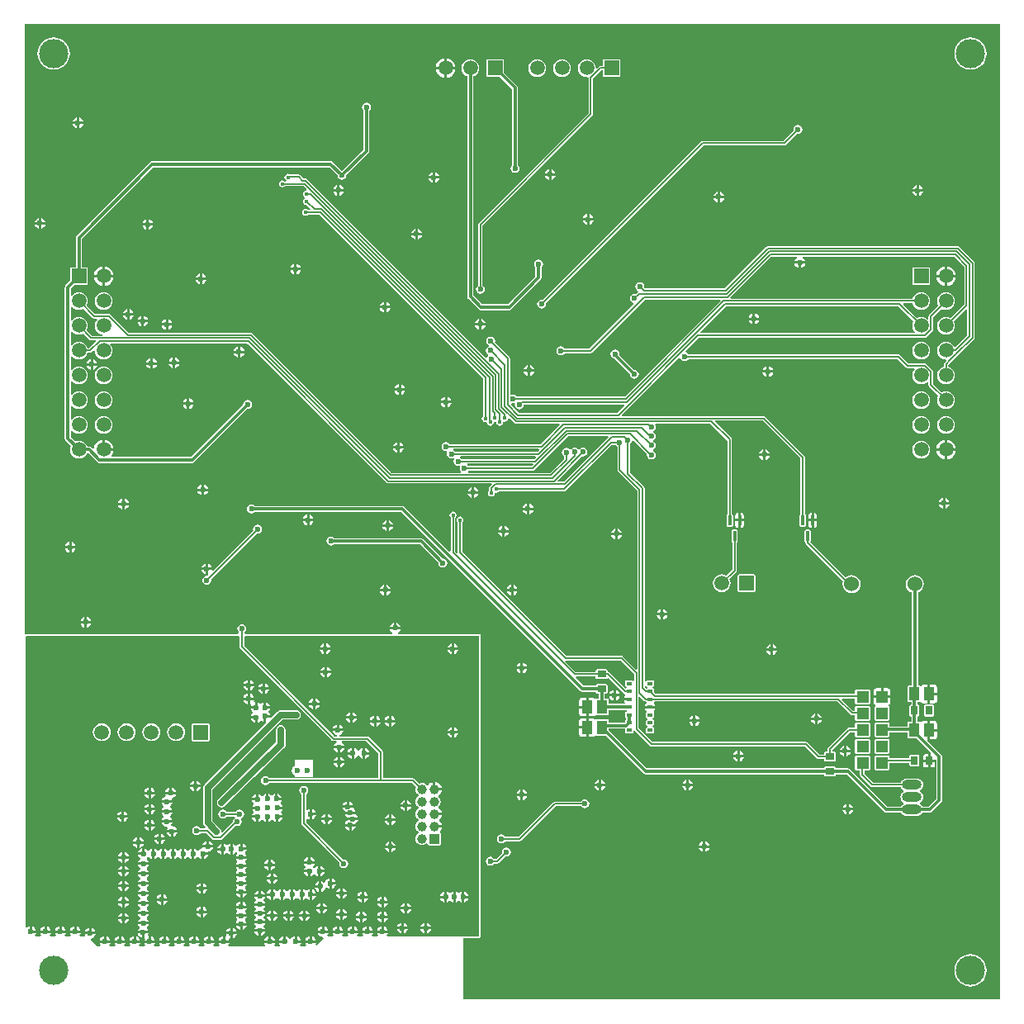
<source format=gbl>
G04 Layer_Physical_Order=2*
G04 Layer_Color=16711680*
%FSLAX44Y44*%
%MOMM*%
G71*
G01*
G75*
%ADD10R,0.7000X0.9000*%
%ADD13R,0.9000X0.7000*%
%ADD39R,1.1000X1.4000*%
%ADD46R,1.5000X1.5000*%
%ADD47C,0.1524*%
%ADD48C,0.1778*%
%ADD50C,0.6350*%
%ADD52C,0.3000*%
%ADD53C,0.1520*%
%ADD57R,1.5000X1.5000*%
%ADD58C,1.5000*%
%ADD59C,1.0000*%
%ADD60R,1.0000X1.0000*%
%ADD61C,1.5240*%
%ADD62O,2.0000X1.0000*%
%ADD63O,2.0000X1.0000*%
%ADD64C,0.6000*%
%ADD65C,0.4000*%
%ADD66C,3.0000*%
%ADD67R,1.2000X1.2000*%
%ADD68R,0.5000X0.3500*%
%ADD69R,0.3048X1.0160*%
%ADD70R,0.3556X1.0160*%
G36*
X466373Y64786D02*
X371927D01*
X371376Y66056D01*
X372327Y67478D01*
X372504Y68370D01*
X361712D01*
X361889Y67478D01*
X362840Y66056D01*
X362289Y64786D01*
X356687D01*
X356136Y66056D01*
X357086Y67478D01*
X357264Y68370D01*
X346472D01*
X346649Y67478D01*
X347600Y66056D01*
X347049Y64786D01*
X341447D01*
X340896Y66056D01*
X341847Y67478D01*
X342024Y68370D01*
X331232D01*
X331409Y67478D01*
X332360Y66056D01*
X331809Y64786D01*
X326207D01*
X325656Y66056D01*
X326606Y67478D01*
X326784Y68370D01*
X315992D01*
X316169Y67478D01*
X317120Y66056D01*
X316569Y64786D01*
X310967D01*
X310416Y66056D01*
X311367Y67478D01*
X311544Y68370D01*
X300752D01*
X300929Y67478D01*
X302154Y65646D01*
X303986Y64421D01*
X306068Y64007D01*
X306466Y63401D01*
X306744Y62884D01*
X299479Y55531D01*
X299044Y55597D01*
X298437Y56975D01*
X298666Y57318D01*
X298844Y58210D01*
X288052D01*
X288229Y57318D01*
X289097Y56020D01*
X288443Y54750D01*
X283213D01*
X282559Y56020D01*
X283426Y57318D01*
X283604Y58210D01*
X278208D01*
Y59480D01*
X276938D01*
Y64876D01*
X276046Y64699D01*
X274214Y63474D01*
X273200Y61956D01*
X272903Y61878D01*
X272085D01*
X271788Y61956D01*
X270774Y63474D01*
X268942Y64699D01*
X268050Y64876D01*
Y59480D01*
X266780D01*
Y58210D01*
X261384D01*
X261561Y57318D01*
X262429Y56020D01*
X261775Y54750D01*
X256545D01*
X255891Y56020D01*
X256758Y57318D01*
X256936Y58210D01*
X246144D01*
X246321Y57318D01*
X247189Y56020D01*
X246535Y54750D01*
X209553D01*
X208899Y56020D01*
X209767Y57318D01*
X209944Y58210D01*
X199152D01*
X199329Y57318D01*
X200197Y56020D01*
X199543Y54750D01*
X194313D01*
X193659Y56020D01*
X194527Y57318D01*
X194704Y58210D01*
X183912D01*
X184089Y57318D01*
X184957Y56020D01*
X184303Y54750D01*
X179073D01*
X178419Y56020D01*
X179286Y57318D01*
X179464Y58210D01*
X168672D01*
X168849Y57318D01*
X169717Y56020D01*
X169063Y54750D01*
X163833D01*
X163179Y56020D01*
X164046Y57318D01*
X164224Y58210D01*
X153432D01*
X153609Y57318D01*
X154477Y56020D01*
X153823Y54750D01*
X148593D01*
X147939Y56020D01*
X148806Y57318D01*
X148984Y58210D01*
X138192D01*
X138369Y57318D01*
X139237Y56020D01*
X138583Y54750D01*
X133353D01*
X132699Y56020D01*
X133567Y57318D01*
X133744Y58210D01*
X122952D01*
X123129Y57318D01*
X123997Y56020D01*
X123343Y54750D01*
X118113D01*
X117459Y56020D01*
X118327Y57318D01*
X118504Y58210D01*
X107712D01*
X107889Y57318D01*
X108757Y56020D01*
X108103Y54750D01*
X102873D01*
X102219Y56020D01*
X103087Y57318D01*
X103264Y58210D01*
X92472D01*
X92649Y57318D01*
X93517Y56020D01*
X92863Y54750D01*
X87633D01*
X86979Y56020D01*
X87846Y57318D01*
X88024Y58210D01*
X77232D01*
X77409Y57318D01*
X78277Y56020D01*
X77623Y54750D01*
X75127D01*
X68274Y61603D01*
X68692Y62981D01*
X69549Y63151D01*
X71382Y64376D01*
X72607Y66208D01*
X72784Y67100D01*
X61992D01*
X62169Y66208D01*
X62396Y65870D01*
X61797Y64750D01*
X56913D01*
X56392Y66020D01*
X57366Y67478D01*
X57544Y68370D01*
X46752D01*
X46929Y67478D01*
X47904Y66020D01*
X47383Y64750D01*
X41673D01*
X41152Y66020D01*
X42126Y67478D01*
X42304Y68370D01*
X31512D01*
X31689Y67478D01*
X32664Y66020D01*
X32143Y64750D01*
X26433D01*
X25912Y66020D01*
X26886Y67478D01*
X27064Y68370D01*
X16272D01*
X16449Y67478D01*
X17424Y66020D01*
X16903Y64750D01*
X11193D01*
X10672Y66020D01*
X11646Y67478D01*
X11824Y68370D01*
X6428D01*
Y69640D01*
X5158D01*
Y75036D01*
X4266Y74858D01*
X2636Y73769D01*
X1365Y74147D01*
X1128Y372388D01*
X2025Y373286D01*
X219610D01*
X220378Y372350D01*
Y361740D01*
X220565Y360798D01*
X221098Y360000D01*
X315332Y265766D01*
X316131Y265233D01*
X317072Y265046D01*
X319645D01*
X320030Y263776D01*
X318666Y262864D01*
X317441Y261032D01*
X317264Y260140D01*
X328056D01*
X327878Y261032D01*
X326654Y262864D01*
X325290Y263776D01*
X325675Y265046D01*
X350343D01*
X363126Y252263D01*
Y227040D01*
X251019D01*
X250484Y227842D01*
X248987Y228841D01*
X247222Y229193D01*
X245457Y228841D01*
X243960Y227842D01*
X242960Y226345D01*
X242609Y224580D01*
X242960Y222815D01*
X243960Y221318D01*
X245457Y220319D01*
X247222Y219967D01*
X248987Y220319D01*
X250484Y221318D01*
X251019Y222120D01*
X397587D01*
X401484Y218223D01*
X401140Y217393D01*
X400916Y215690D01*
X401140Y213987D01*
X401797Y212400D01*
X402843Y211037D01*
X404145Y210038D01*
X404245Y209353D01*
Y209327D01*
X404145Y208642D01*
X402843Y207643D01*
X401797Y206280D01*
X401140Y204693D01*
X400916Y202990D01*
X401140Y201287D01*
X401797Y199700D01*
X402843Y198337D01*
X404145Y197338D01*
X404245Y196653D01*
Y196627D01*
X404145Y195942D01*
X402843Y194943D01*
X401797Y193580D01*
X401140Y191993D01*
X400916Y190290D01*
X401140Y188587D01*
X401797Y187000D01*
X402843Y185637D01*
X404145Y184638D01*
X404245Y183953D01*
Y183927D01*
X404145Y183242D01*
X402843Y182243D01*
X401797Y180880D01*
X401140Y179293D01*
X400916Y177590D01*
X401140Y175887D01*
X401797Y174300D01*
X402843Y172937D01*
X404145Y171938D01*
X404245Y171253D01*
Y171227D01*
X404145Y170542D01*
X402843Y169543D01*
X401797Y168180D01*
X401140Y166593D01*
X400916Y164890D01*
X401140Y163187D01*
X401797Y161600D01*
X402843Y160237D01*
X404206Y159191D01*
X405793Y158534D01*
X407496Y158310D01*
X409199Y158534D01*
X410786Y159191D01*
X412149Y160237D01*
X412276Y160403D01*
X413546Y159972D01*
Y159890D01*
X414030Y158724D01*
X415196Y158240D01*
X425196D01*
X426362Y158724D01*
X426846Y159890D01*
Y169890D01*
X426362Y171056D01*
X426227Y171113D01*
X426074Y171370D01*
X425891Y172626D01*
X426782Y173787D01*
X427542Y175622D01*
X427634Y176320D01*
X420196D01*
Y178860D01*
X427634D01*
X427542Y179558D01*
X426782Y181392D01*
X425574Y182968D01*
X425134Y183305D01*
Y184575D01*
X425574Y184912D01*
X426782Y186487D01*
X427542Y188322D01*
X427634Y189020D01*
X420196D01*
Y191560D01*
X427634D01*
X427542Y192258D01*
X426782Y194093D01*
X425574Y195668D01*
X424515Y196480D01*
X424401Y197864D01*
X424478Y198052D01*
X424849Y198337D01*
X425895Y199700D01*
X426552Y201287D01*
X426776Y202990D01*
X426552Y204693D01*
X425895Y206280D01*
X424849Y207643D01*
X424478Y207928D01*
X424401Y208116D01*
X424515Y209500D01*
X425574Y210312D01*
X426782Y211887D01*
X427542Y213722D01*
X427634Y214420D01*
X420196D01*
Y215690D01*
X418926D01*
Y223128D01*
X418228Y223036D01*
X416394Y222276D01*
X414818Y221068D01*
X414006Y220009D01*
X412622Y219895D01*
X412434Y219972D01*
X412149Y220343D01*
X410786Y221389D01*
X409199Y222046D01*
X407496Y222270D01*
X405793Y222046D01*
X404963Y221702D01*
X400346Y226320D01*
X399548Y226853D01*
X398606Y227040D01*
X368046D01*
Y253282D01*
X367859Y254223D01*
X367326Y255022D01*
X353102Y269246D01*
X352304Y269779D01*
X351362Y269966D01*
X322696D01*
X322570Y271236D01*
X323552Y271431D01*
X325384Y272656D01*
X326609Y274488D01*
X326786Y275380D01*
X315994D01*
X316171Y274488D01*
X317396Y272656D01*
X319228Y271431D01*
X320210Y271236D01*
X320084Y269966D01*
X318091D01*
X225298Y362759D01*
Y372350D01*
X226066Y373286D01*
X466373D01*
Y64786D01*
D02*
G37*
G36*
X1000000Y-2D02*
X450000D01*
Y63136D01*
X466373D01*
X467539Y63620D01*
X468023Y64786D01*
Y373286D01*
X467539Y374452D01*
X466373Y374936D01*
X383420D01*
X383034Y376206D01*
X384232Y377006D01*
X385457Y378838D01*
X385634Y379730D01*
X374842D01*
X375019Y378838D01*
X376244Y377006D01*
X377442Y376206D01*
X377056Y374936D01*
X226848D01*
X225759Y376078D01*
X225776Y376760D01*
X226099Y376976D01*
X227099Y378473D01*
X227451Y380238D01*
X227099Y382003D01*
X226099Y383500D01*
X224603Y384500D01*
X222838Y384851D01*
X221073Y384500D01*
X219576Y383500D01*
X218576Y382003D01*
X218225Y380238D01*
X218576Y378473D01*
X219576Y376976D01*
X219900Y376760D01*
X219916Y376078D01*
X218827Y374936D01*
X2025D01*
X2025Y374935D01*
X2025Y374936D01*
X1435Y374691D01*
X1270Y374623D01*
X0Y375253D01*
Y999998D01*
X1000000D01*
Y-2D01*
D02*
G37*
%LPC*%
G36*
X189310Y162666D02*
Y158540D01*
X193436D01*
X193258Y159432D01*
X192034Y161264D01*
X190202Y162488D01*
X189310Y162666D01*
D02*
G37*
G36*
X186770D02*
X185878Y162488D01*
X184046Y161264D01*
X182821Y159432D01*
X182644Y158540D01*
X186770D01*
Y162666D01*
D02*
G37*
G36*
X210900Y159618D02*
X210008Y159440D01*
X208608Y158505D01*
X207725Y158314D01*
X206842Y158505D01*
X205442Y159440D01*
X204550Y159618D01*
Y154222D01*
Y148826D01*
X205442Y149003D01*
X207274Y150228D01*
X208176D01*
X210008Y149003D01*
X210900Y148826D01*
Y154222D01*
Y159618D01*
D02*
G37*
G36*
X118190Y166476D02*
Y162350D01*
X122316D01*
X122139Y163242D01*
X120914Y165074D01*
X119082Y166299D01*
X118190Y166476D01*
D02*
G37*
G36*
X137240Y170286D02*
X136348Y170109D01*
X134516Y168884D01*
X133291Y167052D01*
X133114Y166160D01*
X137240D01*
Y170286D01*
D02*
G37*
G36*
X115650Y166476D02*
X114758Y166299D01*
X112926Y165074D01*
X111701Y163242D01*
X111524Y162350D01*
X115650D01*
Y166476D01*
D02*
G37*
G36*
X137240Y163620D02*
X133114D01*
X133291Y162728D01*
X134516Y160896D01*
X136348Y159671D01*
X137240Y159494D01*
Y163620D01*
D02*
G37*
G36*
X143906D02*
X139780D01*
Y159494D01*
X140672Y159671D01*
X142504Y160896D01*
X143729Y162728D01*
X143906Y163620D01*
D02*
G37*
G36*
X202010Y159618D02*
X201118Y159440D01*
X199286Y158216D01*
X198061Y156384D01*
X197884Y155492D01*
X202010D01*
Y159618D01*
D02*
G37*
G36*
X115650Y159810D02*
X111524D01*
X111701Y158918D01*
X112926Y157086D01*
X114758Y155861D01*
X115650Y155684D01*
Y159810D01*
D02*
G37*
G36*
X193436Y156000D02*
X182644D01*
X182790Y155265D01*
X180798Y154868D01*
X178966Y153644D01*
X178515Y152969D01*
X177245D01*
X176794Y153644D01*
X174962Y154868D01*
X174070Y155046D01*
Y149650D01*
Y144254D01*
X174962Y144431D01*
X176794Y145656D01*
X177245Y146331D01*
X178515D01*
X178966Y145656D01*
X180798Y144431D01*
X181690Y144254D01*
Y149650D01*
X182960D01*
Y150920D01*
X188356D01*
X188210Y151655D01*
X190202Y152051D01*
X192034Y153276D01*
X193258Y155108D01*
X193436Y156000D01*
D02*
G37*
G36*
X161370Y155046D02*
X160478Y154868D01*
X158646Y153644D01*
X158195Y152969D01*
X156925D01*
X156474Y153644D01*
X154642Y154868D01*
X153750Y155046D01*
Y149650D01*
Y144254D01*
X154642Y144431D01*
X156474Y145656D01*
X156925Y146331D01*
X158195D01*
X158646Y145656D01*
X160478Y144431D01*
X161370Y144254D01*
Y149650D01*
Y155046D01*
D02*
G37*
G36*
X171530D02*
X170638Y154868D01*
X168806Y153644D01*
X168355Y152969D01*
X167085D01*
X166634Y153644D01*
X164802Y154868D01*
X163910Y155046D01*
Y149650D01*
Y144254D01*
X164802Y144431D01*
X166634Y145656D01*
X167085Y146331D01*
X168355D01*
X168806Y145656D01*
X170638Y144431D01*
X171530Y144254D01*
Y149650D01*
Y155046D01*
D02*
G37*
G36*
X376508Y162158D02*
Y158032D01*
X380634D01*
X380457Y158924D01*
X379232Y160756D01*
X377400Y161980D01*
X376508Y162158D01*
D02*
G37*
G36*
X373968D02*
X373076Y161980D01*
X371244Y160756D01*
X370019Y158924D01*
X369842Y158032D01*
X373968D01*
Y162158D01*
D02*
G37*
G36*
X223600Y160126D02*
Y156000D01*
X227726D01*
X227549Y156892D01*
X226324Y158724D01*
X224492Y159949D01*
X223600Y160126D01*
D02*
G37*
G36*
X221060D02*
X220168Y159949D01*
X218336Y158724D01*
X217844Y157988D01*
X216317D01*
X216164Y158216D01*
X214332Y159440D01*
X213440Y159618D01*
Y154222D01*
Y148826D01*
X214332Y149003D01*
X216164Y150228D01*
X216656Y150964D01*
X217915D01*
X218265Y149728D01*
X217111Y148002D01*
X216934Y147110D01*
X227726D01*
X227549Y148002D01*
X226324Y149834D01*
Y150736D01*
X227549Y152568D01*
X227726Y153460D01*
X222330D01*
Y154730D01*
X221060D01*
Y160126D01*
D02*
G37*
G36*
X139780Y170286D02*
Y166160D01*
X143906D01*
X143729Y167052D01*
X142504Y168884D01*
X140672Y170109D01*
X139780Y170286D01*
D02*
G37*
G36*
X342026Y183940D02*
X331234D01*
X331291Y183653D01*
X330096Y182854D01*
X328871Y181022D01*
X328694Y180130D01*
X339486D01*
X339429Y180417D01*
X340624Y181216D01*
X341848Y183048D01*
X342026Y183940D01*
D02*
G37*
G36*
X99140Y186480D02*
X95014D01*
X95191Y185588D01*
X96416Y183756D01*
X98248Y182531D01*
X99140Y182354D01*
Y186480D01*
D02*
G37*
G36*
X129620Y184256D02*
Y180130D01*
X133746D01*
X133568Y181022D01*
X132344Y182854D01*
X130512Y184079D01*
X129620Y184256D01*
D02*
G37*
G36*
X315356Y183940D02*
X311230D01*
Y179814D01*
X312122Y179991D01*
X313954Y181216D01*
X315179Y183048D01*
X315356Y183940D01*
D02*
G37*
G36*
X127080Y184256D02*
X126188Y184079D01*
X124356Y182854D01*
X123131Y181022D01*
X122954Y180130D01*
X127080D01*
Y184256D01*
D02*
G37*
G36*
X151526Y191560D02*
X140734D01*
X140911Y190668D01*
X142136Y188836D01*
X142811Y188385D01*
Y187115D01*
X142136Y186664D01*
X140911Y184832D01*
X140734Y183940D01*
X151526D01*
X151348Y184832D01*
X150124Y186664D01*
X149449Y187115D01*
Y188385D01*
X150124Y188836D01*
X151348Y190668D01*
X151526Y191560D01*
D02*
G37*
G36*
X286338Y219033D02*
X284573Y218682D01*
X283076Y217682D01*
X282076Y216185D01*
X281725Y214420D01*
X282076Y212655D01*
X283076Y211158D01*
X283878Y210623D01*
Y180384D01*
X284065Y179443D01*
X284598Y178644D01*
X323061Y140181D01*
X322873Y139236D01*
X323224Y137471D01*
X324224Y135974D01*
X325721Y134974D01*
X327486Y134623D01*
X329251Y134974D01*
X330748Y135974D01*
X331748Y137471D01*
X332099Y139236D01*
X331748Y141001D01*
X330748Y142498D01*
X329251Y143497D01*
X327486Y143849D01*
X326541Y143661D01*
X288798Y181403D01*
Y185208D01*
X290068Y185887D01*
X291288Y185071D01*
X292180Y184894D01*
Y190290D01*
Y195686D01*
X291288Y195508D01*
X290068Y194693D01*
X288798Y195372D01*
Y210623D01*
X289600Y211158D01*
X290599Y212655D01*
X290951Y214420D01*
X290599Y216185D01*
X289600Y217682D01*
X288103Y218682D01*
X286338Y219033D01*
D02*
G37*
G36*
X264556Y186480D02*
X260430D01*
Y182354D01*
X261322Y182531D01*
X263154Y183756D01*
X264379Y185588D01*
X264556Y186480D01*
D02*
G37*
G36*
X105806D02*
X101680D01*
Y182354D01*
X102572Y182531D01*
X104404Y183756D01*
X105628Y185588D01*
X105806Y186480D01*
D02*
G37*
G36*
X237570D02*
X233444D01*
X233621Y185588D01*
X234846Y183756D01*
X236678Y182531D01*
X237570Y182354D01*
Y186480D01*
D02*
G37*
G36*
X133746Y177590D02*
X129620D01*
Y173464D01*
X130512Y173641D01*
X132344Y174866D01*
X133568Y176698D01*
X133746Y177590D01*
D02*
G37*
G36*
X332820D02*
X328694D01*
X328871Y176698D01*
X330096Y174866D01*
X331928Y173641D01*
X332820Y173464D01*
Y177590D01*
D02*
G37*
G36*
X127080D02*
X122954D01*
X123131Y176698D01*
X124356Y174866D01*
X126188Y173641D01*
X127080Y173464D01*
Y177590D01*
D02*
G37*
G36*
X149940Y171240D02*
X145814D01*
X145991Y170348D01*
X147216Y168516D01*
X149048Y167291D01*
X149940Y167114D01*
Y171240D01*
D02*
G37*
G36*
X156606D02*
X152480D01*
Y167114D01*
X153372Y167291D01*
X155204Y168516D01*
X156428Y170348D01*
X156606Y171240D01*
D02*
G37*
G36*
X380380Y183178D02*
X376254D01*
Y179052D01*
X377146Y179229D01*
X378978Y180454D01*
X380202Y182286D01*
X380380Y183178D01*
D02*
G37*
G36*
X308690Y183940D02*
X304564D01*
X304741Y183048D01*
X305966Y181216D01*
X307798Y179991D01*
X308690Y179814D01*
Y183940D01*
D02*
G37*
G36*
X373714Y183178D02*
X369588D01*
X369765Y182286D01*
X370990Y180454D01*
X372822Y179229D01*
X373714Y179052D01*
Y183178D01*
D02*
G37*
G36*
X339486Y177590D02*
X335360D01*
Y173464D01*
X336252Y173641D01*
X338084Y174866D01*
X339309Y176698D01*
X339486Y177590D01*
D02*
G37*
G36*
X151526Y181400D02*
X140734D01*
X140911Y180508D01*
X142136Y178676D01*
X143968Y177451D01*
X146130Y177022D01*
X146783Y175856D01*
X145991Y174672D01*
X145814Y173780D01*
X156606D01*
X156428Y174672D01*
X155204Y176504D01*
X153372Y177729D01*
X151210Y178158D01*
X150557Y179324D01*
X151348Y180508D01*
X151526Y181400D01*
D02*
G37*
G36*
X227726Y135680D02*
X216934D01*
X217111Y134788D01*
X218336Y132956D01*
Y132054D01*
X217111Y130222D01*
X216934Y129330D01*
X227726D01*
X227549Y130222D01*
X226324Y132054D01*
Y132956D01*
X227549Y134788D01*
X227726Y135680D01*
D02*
G37*
G36*
X127396Y138220D02*
X116604D01*
X116781Y137328D01*
X118006Y135496D01*
X118681Y135045D01*
Y133775D01*
X118006Y133324D01*
X116781Y131492D01*
X116604Y130600D01*
X127396D01*
X127219Y131492D01*
X125994Y133324D01*
X125319Y133775D01*
Y135045D01*
X125994Y135496D01*
X127219Y137328D01*
X127396Y138220D01*
D02*
G37*
G36*
X307736Y130600D02*
X303610D01*
Y126474D01*
X304502Y126651D01*
X306334Y127876D01*
X307558Y129708D01*
X307736Y130600D01*
D02*
G37*
G36*
X290910D02*
X286784D01*
X286961Y129708D01*
X288186Y127876D01*
X290018Y126651D01*
X290910Y126474D01*
Y130600D01*
D02*
G37*
G36*
X297576Y139490D02*
X286784D01*
X286961Y138598D01*
X288186Y136766D01*
Y135864D01*
X286961Y134032D01*
X286784Y133140D01*
X292180D01*
Y131870D01*
X293450D01*
Y126474D01*
X294342Y126651D01*
X296174Y127876D01*
X296625Y128551D01*
X297895D01*
X298346Y127876D01*
X300178Y126651D01*
X301070Y126474D01*
Y131870D01*
Y137266D01*
X300178Y137088D01*
X298346Y135864D01*
X297895Y135189D01*
X296625D01*
X296174Y135864D01*
Y136766D01*
X297398Y138598D01*
X297576Y139490D01*
D02*
G37*
G36*
X102950Y137266D02*
Y133140D01*
X107076D01*
X106898Y134032D01*
X105674Y135864D01*
X103842Y137088D01*
X102950Y137266D01*
D02*
G37*
G36*
X303610D02*
Y133140D01*
X307736D01*
X307558Y134032D01*
X306334Y135864D01*
X304502Y137088D01*
X303610Y137266D01*
D02*
G37*
G36*
X100410D02*
X99518Y137088D01*
X97686Y135864D01*
X96461Y134032D01*
X96284Y133140D01*
X100410D01*
Y137266D01*
D02*
G37*
G36*
X250270Y136950D02*
X246144D01*
X246321Y136058D01*
X247546Y134226D01*
X249378Y133001D01*
X250270Y132824D01*
Y136950D01*
D02*
G37*
G36*
X256936D02*
X252810D01*
Y132824D01*
X253702Y133001D01*
X255534Y134226D01*
X256758Y136058D01*
X256936Y136950D01*
D02*
G37*
G36*
X127396Y128060D02*
X116604D01*
X116781Y127168D01*
X118006Y125336D01*
X118681Y124885D01*
Y123615D01*
X118006Y123164D01*
X116781Y121332D01*
X116604Y120440D01*
X127396D01*
X127219Y121332D01*
X125994Y123164D01*
X125319Y123615D01*
Y124885D01*
X125994Y125336D01*
X127219Y127168D01*
X127396Y128060D01*
D02*
G37*
G36*
X227726Y126790D02*
X216934D01*
X217111Y125898D01*
X218336Y124066D01*
Y123164D01*
X217111Y121332D01*
X216934Y120440D01*
X227726D01*
X227549Y121332D01*
X226324Y123164D01*
Y124066D01*
X227549Y125898D01*
X227726Y126790D01*
D02*
G37*
G36*
X312500Y124566D02*
X311608Y124389D01*
X309776Y123164D01*
X308551Y121332D01*
X308397Y120555D01*
X307939Y120332D01*
X307020Y120144D01*
X305412Y121219D01*
X304520Y121396D01*
Y116000D01*
Y110604D01*
X305412Y110781D01*
X307244Y112006D01*
X308468Y113838D01*
X308623Y114615D01*
X309081Y114838D01*
X310000Y115026D01*
X311608Y113951D01*
X312500Y113774D01*
Y119170D01*
Y124566D01*
D02*
G37*
G36*
X252810Y122980D02*
X248684D01*
X248861Y122088D01*
X250086Y120256D01*
X251918Y119031D01*
X252810Y118854D01*
Y122980D01*
D02*
G37*
G36*
X259476D02*
X255350D01*
Y118854D01*
X256242Y119031D01*
X258074Y120256D01*
X259298Y122088D01*
X259476Y122980D01*
D02*
G37*
G36*
X100410Y130600D02*
X96284D01*
X96461Y129708D01*
X97686Y127876D01*
X99518Y126651D01*
X100410Y126474D01*
Y130600D01*
D02*
G37*
G36*
X107076D02*
X102950D01*
Y126474D01*
X103842Y126651D01*
X105674Y127876D01*
X106898Y129708D01*
X107076Y130600D01*
D02*
G37*
G36*
X255350Y129646D02*
Y125520D01*
X259476D01*
X259298Y126412D01*
X258074Y128244D01*
X256242Y129468D01*
X255350Y129646D01*
D02*
G37*
G36*
X315040Y124566D02*
Y120440D01*
X319166D01*
X318988Y121332D01*
X317764Y123164D01*
X315932Y124389D01*
X315040Y124566D01*
D02*
G37*
G36*
X252810Y129646D02*
X251918Y129468D01*
X250086Y128244D01*
X248861Y126412D01*
X248684Y125520D01*
X252810D01*
Y129646D01*
D02*
G37*
G36*
X122316Y159810D02*
X118190D01*
Y155684D01*
X119081Y155861D01*
X119726Y154793D01*
X118006Y153644D01*
X116781Y151812D01*
X116604Y150920D01*
X120730D01*
Y155046D01*
X119838Y154869D01*
X119194Y155937D01*
X120914Y157086D01*
X122139Y158918D01*
X122316Y159810D01*
D02*
G37*
G36*
X373968Y155492D02*
X369842D01*
X370019Y154600D01*
X371244Y152768D01*
X373076Y151543D01*
X373968Y151366D01*
Y155492D01*
D02*
G37*
G36*
X202010Y152952D02*
X197884D01*
X198061Y152060D01*
X199286Y150228D01*
X201118Y149003D01*
X202010Y148826D01*
Y152952D01*
D02*
G37*
G36*
X100410Y151236D02*
X99518Y151059D01*
X97686Y149834D01*
X96461Y148002D01*
X96284Y147110D01*
X100410D01*
Y151236D01*
D02*
G37*
G36*
X102950D02*
Y147110D01*
X107076D01*
X106898Y148002D01*
X105674Y149834D01*
X103842Y151059D01*
X102950Y151236D01*
D02*
G37*
G36*
X141050Y155046D02*
X140158Y154868D01*
X138326Y153644D01*
X137875Y152969D01*
X136605D01*
X136154Y153644D01*
X134322Y154868D01*
X133430Y155046D01*
Y149650D01*
Y144254D01*
X134322Y144431D01*
X136154Y145656D01*
X136605Y146331D01*
X137875D01*
X138326Y145656D01*
X140158Y144431D01*
X141050Y144254D01*
Y149650D01*
Y155046D01*
D02*
G37*
G36*
X151210D02*
X150318Y154868D01*
X148486Y153644D01*
X148035Y152969D01*
X146765D01*
X146314Y153644D01*
X144482Y154868D01*
X143590Y155046D01*
Y149650D01*
Y144254D01*
X144482Y144431D01*
X146314Y145656D01*
X146765Y146331D01*
X148035D01*
X148486Y145656D01*
X150318Y144431D01*
X151210Y144254D01*
Y149650D01*
Y155046D01*
D02*
G37*
G36*
X380634Y155492D02*
X376508D01*
Y151366D01*
X377400Y151543D01*
X379232Y152768D01*
X380457Y154600D01*
X380634Y155492D01*
D02*
G37*
G36*
X100410Y144570D02*
X96284D01*
X96461Y143678D01*
X97686Y141846D01*
X99518Y140621D01*
X100410Y140444D01*
Y144570D01*
D02*
G37*
G36*
X107076D02*
X102950D01*
Y140444D01*
X103842Y140621D01*
X105674Y141846D01*
X106898Y143678D01*
X107076Y144570D01*
D02*
G37*
G36*
X252810Y143616D02*
Y139490D01*
X256936D01*
X256758Y140382D01*
X255534Y142214D01*
X253702Y143439D01*
X252810Y143616D01*
D02*
G37*
G36*
X227726Y144570D02*
X216934D01*
X217111Y143678D01*
X218336Y141846D01*
Y140944D01*
X217111Y139112D01*
X216934Y138220D01*
X227726D01*
X227549Y139112D01*
X226324Y140944D01*
Y141846D01*
X227549Y143678D01*
X227726Y144570D01*
D02*
G37*
G36*
X250270Y143616D02*
X249378Y143439D01*
X247546Y142214D01*
X246321Y140382D01*
X246144Y139490D01*
X250270D01*
Y143616D01*
D02*
G37*
G36*
X188356Y148380D02*
X184230D01*
Y144254D01*
X185122Y144431D01*
X186954Y145656D01*
X188179Y147488D01*
X188356Y148380D01*
D02*
G37*
G36*
X123270Y155046D02*
Y149650D01*
X122000D01*
Y148380D01*
X116604D01*
X116781Y147488D01*
X118006Y145656D01*
X118681Y145205D01*
Y143935D01*
X118006Y143484D01*
X116781Y141652D01*
X116604Y140760D01*
X127396D01*
X127219Y141652D01*
X125994Y143484D01*
X125319Y143935D01*
Y145205D01*
X125994Y145656D01*
X126445Y146331D01*
X127715D01*
X128166Y145656D01*
X129998Y144431D01*
X130890Y144254D01*
Y149650D01*
Y155046D01*
X129998Y154868D01*
X128166Y153644D01*
X127715Y152969D01*
X126445D01*
X125994Y153644D01*
X124162Y154868D01*
X123270Y155046D01*
D02*
G37*
G36*
X290910Y146156D02*
X290018Y145978D01*
X288186Y144754D01*
X286961Y142922D01*
X286784Y142030D01*
X290910D01*
Y146156D01*
D02*
G37*
G36*
X293450D02*
Y142030D01*
X297576D01*
X297398Y142922D01*
X296174Y144754D01*
X294342Y145978D01*
X293450Y146156D01*
D02*
G37*
G36*
X298846Y189020D02*
X294720D01*
Y184894D01*
X295612Y185071D01*
X297444Y186296D01*
X298668Y188128D01*
X298846Y189020D01*
D02*
G37*
G36*
X295990Y246170D02*
X276940D01*
Y239525D01*
X275756Y238734D01*
X274531Y236902D01*
X274102Y234740D01*
X274531Y232578D01*
X275756Y230746D01*
X276940Y229955D01*
Y228390D01*
X295990D01*
Y246170D01*
D02*
G37*
G36*
X328056Y242360D02*
X323930D01*
Y238234D01*
X324822Y238411D01*
X326654Y239636D01*
X327878Y241468D01*
X328056Y242360D01*
D02*
G37*
G36*
X321390D02*
X317264D01*
X317441Y241468D01*
X318666Y239636D01*
X320498Y238411D01*
X321390Y238234D01*
Y242360D01*
D02*
G37*
G36*
X173980Y217730D02*
X169854D01*
X170031Y216838D01*
X171256Y215006D01*
X173088Y213781D01*
X173980Y213604D01*
Y217730D01*
D02*
G37*
G36*
X180646D02*
X176520D01*
Y213604D01*
X177412Y213781D01*
X179244Y215006D01*
X180469Y216838D01*
X180646Y217730D01*
D02*
G37*
G36*
X176520Y224396D02*
Y220270D01*
X180646D01*
X180469Y221162D01*
X179244Y222994D01*
X177412Y224219D01*
X176520Y224396D01*
D02*
G37*
G36*
X173980D02*
X173088Y224219D01*
X171256Y222994D01*
X170031Y221162D01*
X169854Y220270D01*
X173980D01*
Y224396D01*
D02*
G37*
G36*
X421466Y223128D02*
Y216960D01*
X427634D01*
X427542Y217658D01*
X426782Y219492D01*
X425574Y221068D01*
X423998Y222276D01*
X422164Y223036D01*
X421466Y223128D01*
D02*
G37*
G36*
X328056Y257600D02*
X323930D01*
Y253474D01*
X324822Y253651D01*
X326654Y254876D01*
X327878Y256708D01*
X328056Y257600D01*
D02*
G37*
G36*
X335360Y257916D02*
X334468Y257738D01*
X332636Y256514D01*
X331411Y254682D01*
X331234Y253790D01*
X335360D01*
Y257916D01*
D02*
G37*
G36*
X321390Y257600D02*
X317264D01*
X317441Y256708D01*
X318666Y254876D01*
X320498Y253651D01*
X321390Y253474D01*
Y257600D01*
D02*
G37*
G36*
X188428Y283260D02*
X173428D01*
X172262Y282776D01*
X171778Y281610D01*
Y266610D01*
X172262Y265444D01*
X173428Y264960D01*
X188428D01*
X189594Y265444D01*
X190077Y266610D01*
Y281610D01*
X189594Y282776D01*
X188428Y283260D01*
D02*
G37*
G36*
X349330Y257916D02*
Y253790D01*
X353456D01*
X353279Y254682D01*
X352054Y256514D01*
X350222Y257738D01*
X349330Y257916D01*
D02*
G37*
G36*
X346790D02*
X345898Y257738D01*
X344066Y256514D01*
X343051Y254995D01*
X342750Y254916D01*
X341940D01*
X341639Y254995D01*
X340624Y256514D01*
X338792Y257738D01*
X337900Y257916D01*
Y252520D01*
Y247124D01*
X338792Y247301D01*
X340624Y248526D01*
X341639Y250045D01*
X341940Y250124D01*
X342750D01*
X343051Y250045D01*
X344066Y248526D01*
X345898Y247301D01*
X346790Y247124D01*
Y252520D01*
Y257916D01*
D02*
G37*
G36*
X335360Y251250D02*
X331234D01*
X331411Y250358D01*
X332636Y248526D01*
X334468Y247301D01*
X335360Y247124D01*
Y251250D01*
D02*
G37*
G36*
X353456D02*
X349330D01*
Y247124D01*
X350222Y247301D01*
X352054Y248526D01*
X353279Y250358D01*
X353456Y251250D01*
D02*
G37*
G36*
X321390Y249026D02*
X320498Y248848D01*
X318666Y247624D01*
X317441Y245792D01*
X317264Y244900D01*
X321390D01*
Y249026D01*
D02*
G37*
G36*
X323930D02*
Y244900D01*
X328056D01*
X327878Y245792D01*
X326654Y247624D01*
X324822Y248848D01*
X323930Y249026D01*
D02*
G37*
G36*
X389830Y197830D02*
X385704D01*
X385881Y196938D01*
X387106Y195106D01*
X388938Y193881D01*
X389830Y193704D01*
Y197830D01*
D02*
G37*
G36*
X396496D02*
X392370D01*
Y193704D01*
X393262Y193881D01*
X395094Y195106D01*
X396319Y196938D01*
X396496Y197830D01*
D02*
G37*
G36*
X336946Y196640D02*
X326154D01*
X326331Y195748D01*
X327556Y193916D01*
X328751Y193117D01*
X328694Y192830D01*
X339486D01*
X339309Y193722D01*
X338084Y195554D01*
X336889Y196353D01*
X336946Y196640D01*
D02*
G37*
G36*
X133746Y194100D02*
X129620D01*
Y189974D01*
X130512Y190151D01*
X132344Y191376D01*
X133568Y193208D01*
X133746Y194100D01*
D02*
G37*
G36*
X294720Y195686D02*
Y191560D01*
X298846D01*
X298668Y192452D01*
X297444Y194284D01*
X295612Y195508D01*
X294720Y195686D01*
D02*
G37*
G36*
X127080Y200766D02*
X126188Y200588D01*
X124356Y199364D01*
X123131Y197532D01*
X122954Y196640D01*
X127080D01*
Y200766D01*
D02*
G37*
G36*
X151526Y201720D02*
X140734D01*
X140911Y200828D01*
X142136Y198996D01*
X142811Y198545D01*
Y197275D01*
X142136Y196824D01*
X140911Y194992D01*
X140734Y194100D01*
X151526D01*
X151348Y194992D01*
X150124Y196824D01*
X149449Y197275D01*
Y198545D01*
X150124Y198996D01*
X151348Y200828D01*
X151526Y201720D01*
D02*
G37*
G36*
X311230Y190606D02*
Y186480D01*
X315356D01*
X315179Y187372D01*
X313954Y189204D01*
X312122Y190429D01*
X311230Y190606D01*
D02*
G37*
G36*
X339486Y190290D02*
X328694D01*
X328871Y189398D01*
X330096Y187566D01*
X331291Y186767D01*
X331234Y186480D01*
X342026D01*
X341848Y187372D01*
X340624Y189204D01*
X339429Y190003D01*
X339486Y190290D01*
D02*
G37*
G36*
X308690Y190606D02*
X307798Y190429D01*
X305966Y189204D01*
X304741Y187372D01*
X304564Y186480D01*
X308690D01*
Y190606D01*
D02*
G37*
G36*
X373714Y189844D02*
X372822Y189667D01*
X370990Y188442D01*
X369765Y186610D01*
X369588Y185718D01*
X373714D01*
Y189844D01*
D02*
G37*
G36*
X376254D02*
Y185718D01*
X380380D01*
X380202Y186610D01*
X378978Y188442D01*
X377146Y189667D01*
X376254Y189844D01*
D02*
G37*
G36*
X127080Y194100D02*
X122954D01*
X123131Y193208D01*
X124356Y191376D01*
X126188Y190151D01*
X127080Y189974D01*
Y194100D01*
D02*
G37*
G36*
X99140Y193146D02*
X98248Y192969D01*
X96416Y191744D01*
X95191Y189912D01*
X95014Y189020D01*
X99140D01*
Y193146D01*
D02*
G37*
G36*
X101680D02*
Y189020D01*
X105806D01*
X105628Y189912D01*
X104404Y191744D01*
X102572Y192969D01*
X101680Y193146D01*
D02*
G37*
G36*
X257128Y211180D02*
X256236Y211003D01*
X254485Y209832D01*
X254115Y209674D01*
X253283D01*
X252913Y209832D01*
X251162Y211003D01*
X250270Y211180D01*
Y205784D01*
X247730D01*
Y211180D01*
X246838Y211003D01*
X245006Y209778D01*
X244470Y208976D01*
X243200D01*
X242834Y209524D01*
X241002Y210749D01*
X240110Y210926D01*
Y205530D01*
X238840D01*
Y204260D01*
X233444D01*
X233621Y203368D01*
X234846Y201536D01*
X234850Y200006D01*
X233875Y198548D01*
X233698Y197656D01*
X239094D01*
Y195116D01*
X233698D01*
X233875Y194224D01*
X234615Y193117D01*
X234846Y191744D01*
X233621Y189912D01*
X233444Y189020D01*
X238840D01*
Y187750D01*
X240110D01*
Y182354D01*
X241002Y182531D01*
X242834Y183756D01*
X243285Y184431D01*
X244555D01*
X245006Y183756D01*
X246838Y182531D01*
X247730Y182354D01*
Y187750D01*
X250270D01*
Y182354D01*
X251162Y182531D01*
X252994Y183756D01*
X253445Y184431D01*
X254715D01*
X255166Y183756D01*
X256998Y182531D01*
X257890Y182354D01*
Y187750D01*
X259160D01*
Y189020D01*
X264556D01*
X264379Y189912D01*
X263443Y191312D01*
X263252Y192195D01*
X263443Y193078D01*
X264379Y194478D01*
X264556Y195370D01*
X259160D01*
Y197910D01*
X264556D01*
X264379Y198802D01*
X263154Y200634D01*
X262964Y200761D01*
X262716Y202275D01*
X263617Y203622D01*
X263794Y204514D01*
X258398D01*
Y205784D01*
X257128D01*
Y211180D01*
D02*
G37*
G36*
X259668D02*
Y207054D01*
X263794D01*
X263617Y207946D01*
X262392Y209778D01*
X260560Y211003D01*
X259668Y211180D01*
D02*
G37*
G36*
X133746Y210610D02*
X129620D01*
Y206484D01*
X130512Y206661D01*
X132344Y207886D01*
X133568Y209718D01*
X133746Y210610D01*
D02*
G37*
G36*
X237570Y210926D02*
X236678Y210749D01*
X234846Y209524D01*
X233621Y207692D01*
X233444Y206800D01*
X237570D01*
Y210926D01*
D02*
G37*
G36*
X148670Y217276D02*
X147778Y217099D01*
X145946Y215874D01*
X144721Y214042D01*
X144544Y213150D01*
X148670D01*
Y217276D01*
D02*
G37*
G36*
X151210D02*
Y213150D01*
X155336D01*
X155159Y214042D01*
X153934Y215874D01*
X152102Y217099D01*
X151210Y217276D01*
D02*
G37*
G36*
X129620D02*
Y213150D01*
X133746D01*
X133568Y214042D01*
X132344Y215874D01*
X130512Y217099D01*
X129620Y217276D01*
D02*
G37*
G36*
X127080D02*
X126188Y217099D01*
X124356Y215874D01*
X123131Y214042D01*
X122954Y213150D01*
X127080D01*
Y217276D01*
D02*
G37*
G36*
X332820Y203306D02*
Y199180D01*
X336946D01*
X336768Y200072D01*
X335544Y201904D01*
X333712Y203129D01*
X332820Y203306D01*
D02*
G37*
G36*
X389830Y204496D02*
X388938Y204319D01*
X387106Y203094D01*
X385881Y201262D01*
X385704Y200370D01*
X389830D01*
Y204496D01*
D02*
G37*
G36*
X330280Y203306D02*
X329388Y203129D01*
X327556Y201904D01*
X326331Y200072D01*
X326154Y199180D01*
X330280D01*
Y203306D01*
D02*
G37*
G36*
X129620Y200766D02*
Y196640D01*
X133746D01*
X133568Y197532D01*
X132344Y199364D01*
X130512Y200588D01*
X129620Y200766D01*
D02*
G37*
G36*
X262970Y281441D02*
X261136Y281076D01*
X259582Y280038D01*
X258544Y278483D01*
X258179Y276650D01*
Y263419D01*
X198892Y205168D01*
X197840Y203622D01*
X197459Y201792D01*
X197808Y199956D01*
X198832Y198392D01*
X200378Y197340D01*
X202208Y196959D01*
X204044Y197308D01*
X205608Y198333D01*
X266328Y257992D01*
X266340Y258010D01*
X266358Y258022D01*
X266865Y258781D01*
X267380Y259538D01*
X267384Y259559D01*
X267396Y259576D01*
X267574Y260472D01*
X267761Y261368D01*
X267757Y261389D01*
X267761Y261410D01*
Y276650D01*
X267396Y278483D01*
X266358Y280038D01*
X264803Y281076D01*
X262970Y281441D01*
D02*
G37*
G36*
X127080Y210610D02*
X122954D01*
X123131Y209718D01*
X124356Y207886D01*
X126188Y206661D01*
X127080Y206484D01*
Y210610D01*
D02*
G37*
G36*
X392370Y204496D02*
Y200370D01*
X396496D01*
X396319Y201262D01*
X395094Y203094D01*
X393262Y204319D01*
X392370Y204496D01*
D02*
G37*
G36*
X155336Y210610D02*
X144544D01*
X144721Y209718D01*
X144889Y209468D01*
X144403Y208295D01*
X143968Y208209D01*
X142136Y206984D01*
X140911Y205152D01*
X140734Y204260D01*
X151526D01*
X151348Y205152D01*
X151181Y205402D01*
X151667Y206575D01*
X152102Y206661D01*
X153934Y207886D01*
X155159Y209718D01*
X155336Y210610D01*
D02*
G37*
G36*
X102950Y122026D02*
Y117900D01*
X107076D01*
X106898Y118792D01*
X105674Y120624D01*
X103842Y121848D01*
X102950Y122026D01*
D02*
G37*
G36*
X368378Y75036D02*
Y70910D01*
X372504D01*
X372327Y71802D01*
X371102Y73634D01*
X369269Y74858D01*
X368378Y75036D01*
D02*
G37*
G36*
X221060Y75990D02*
X216934D01*
X217111Y75098D01*
X218336Y73266D01*
X220168Y72041D01*
X221060Y71864D01*
Y75990D01*
D02*
G37*
G36*
X365838Y75036D02*
X364946Y74858D01*
X363114Y73634D01*
X361889Y71802D01*
X361712Y70910D01*
X365838D01*
Y75036D01*
D02*
G37*
G36*
X350598D02*
X349706Y74858D01*
X347874Y73634D01*
X346649Y71802D01*
X346472Y70910D01*
X350598D01*
Y75036D01*
D02*
G37*
G36*
X353138D02*
Y70910D01*
X357264D01*
X357086Y71802D01*
X355862Y73634D01*
X354030Y74858D01*
X353138Y75036D01*
D02*
G37*
G36*
X388700Y78846D02*
Y74720D01*
X392826D01*
X392649Y75612D01*
X391424Y77444D01*
X389592Y78668D01*
X388700Y78846D01*
D02*
G37*
G36*
X410290D02*
X409398Y78668D01*
X407566Y77444D01*
X406341Y75612D01*
X406164Y74720D01*
X410290D01*
Y78846D01*
D02*
G37*
G36*
X386160D02*
X385268Y78668D01*
X383436Y77444D01*
X382211Y75612D01*
X382034Y74720D01*
X386160D01*
Y78846D01*
D02*
G37*
G36*
X227726Y75990D02*
X223600D01*
Y71864D01*
X224492Y72041D01*
X226324Y73266D01*
X227549Y75098D01*
X227726Y75990D01*
D02*
G37*
G36*
X246776Y78530D02*
X235984D01*
X236161Y77638D01*
X237386Y75806D01*
Y74904D01*
X236161Y73072D01*
X235984Y72180D01*
X246776D01*
X246598Y73072D01*
X245374Y74904D01*
Y75806D01*
X246598Y77638D01*
X246776Y78530D01*
D02*
G37*
G36*
X53418Y75036D02*
Y70910D01*
X57544D01*
X57366Y71802D01*
X56142Y73634D01*
X54310Y74858D01*
X53418Y75036D01*
D02*
G37*
G36*
X304878D02*
X303986Y74858D01*
X302154Y73634D01*
X300929Y71802D01*
X300752Y70910D01*
X304878D01*
Y75036D01*
D02*
G37*
G36*
X50878D02*
X49986Y74858D01*
X48154Y73634D01*
X46929Y71802D01*
X46752Y70910D01*
X50878D01*
Y75036D01*
D02*
G37*
G36*
X35638D02*
X34746Y74858D01*
X32914Y73634D01*
X31689Y71802D01*
X31512Y70910D01*
X35638D01*
Y75036D01*
D02*
G37*
G36*
X38178D02*
Y70910D01*
X42304D01*
X42126Y71802D01*
X40902Y73634D01*
X39069Y74858D01*
X38178Y75036D01*
D02*
G37*
G36*
X335358D02*
X334466Y74858D01*
X332634Y73634D01*
X331409Y71802D01*
X331232Y70910D01*
X335358D01*
Y75036D01*
D02*
G37*
G36*
X337898D02*
Y70910D01*
X342024D01*
X341847Y71802D01*
X340622Y73634D01*
X338789Y74858D01*
X337898Y75036D01*
D02*
G37*
G36*
X322658D02*
Y70910D01*
X326784D01*
X326606Y71802D01*
X325382Y73634D01*
X323549Y74858D01*
X322658Y75036D01*
D02*
G37*
G36*
X307418D02*
Y70910D01*
X311544D01*
X311367Y71802D01*
X310142Y73634D01*
X308309Y74858D01*
X307418Y75036D01*
D02*
G37*
G36*
X320118D02*
X319226Y74858D01*
X317394Y73634D01*
X316169Y71802D01*
X315992Y70910D01*
X320118D01*
Y75036D01*
D02*
G37*
G36*
X285830Y84880D02*
X281704D01*
X281881Y83988D01*
X283106Y82156D01*
X284938Y80931D01*
X285830Y80754D01*
Y84880D01*
D02*
G37*
G36*
X292496D02*
X288370D01*
Y80754D01*
X289262Y80931D01*
X291094Y82156D01*
X292318Y83988D01*
X292496Y84880D01*
D02*
G37*
G36*
X275986D02*
X271860D01*
Y80754D01*
X272752Y80931D01*
X274584Y82156D01*
X275809Y83988D01*
X275986Y84880D01*
D02*
G37*
G36*
X259476D02*
X255350D01*
Y80754D01*
X256242Y80931D01*
X258074Y82156D01*
X259298Y83988D01*
X259476Y84880D01*
D02*
G37*
G36*
X269320D02*
X265194D01*
X265371Y83988D01*
X266596Y82156D01*
X268428Y80931D01*
X269320Y80754D01*
Y84880D01*
D02*
G37*
G36*
X180420Y88690D02*
X176294D01*
X176471Y87798D01*
X177696Y85966D01*
X179528Y84741D01*
X180420Y84564D01*
Y88690D01*
D02*
G37*
G36*
X187086D02*
X182960D01*
Y84564D01*
X183852Y84741D01*
X185684Y85966D01*
X186908Y87798D01*
X187086Y88690D01*
D02*
G37*
G36*
X330596Y86150D02*
X326470D01*
Y82024D01*
X327362Y82201D01*
X329194Y83426D01*
X330419Y85258D01*
X330596Y86150D01*
D02*
G37*
G36*
X246776Y87420D02*
X235984D01*
X236161Y86528D01*
X237386Y84696D01*
Y83794D01*
X236161Y81962D01*
X235984Y81070D01*
X246776D01*
X246598Y81962D01*
X245374Y83794D01*
Y84696D01*
X246598Y86528D01*
X246776Y87420D01*
D02*
G37*
G36*
X323930Y86150D02*
X319804D01*
X319981Y85258D01*
X321206Y83426D01*
X323038Y82201D01*
X323930Y82024D01*
Y86150D01*
D02*
G37*
G36*
X227726Y84880D02*
X216934D01*
X217111Y83988D01*
X218336Y82156D01*
Y81254D01*
X217111Y79422D01*
X216934Y78530D01*
X227726D01*
X227549Y79422D01*
X226324Y81254D01*
Y82156D01*
X227549Y83988D01*
X227726Y84880D01*
D02*
G37*
G36*
X344250Y83610D02*
X340124D01*
X340301Y82718D01*
X341526Y80886D01*
X343358Y79661D01*
X344250Y79484D01*
Y83610D01*
D02*
G37*
G36*
X107076Y82340D02*
X102950D01*
Y78214D01*
X103842Y78391D01*
X105674Y79616D01*
X106898Y81448D01*
X107076Y82340D01*
D02*
G37*
G36*
X412830Y78846D02*
Y74720D01*
X416956D01*
X416778Y75612D01*
X415554Y77444D01*
X413722Y78668D01*
X412830Y78846D01*
D02*
G37*
G36*
X100410Y82340D02*
X96284D01*
X96461Y81448D01*
X97686Y79616D01*
X99518Y78391D01*
X100410Y78214D01*
Y82340D01*
D02*
G37*
G36*
X127396Y87420D02*
X116604D01*
X116781Y86528D01*
X118006Y84696D01*
X118681Y84245D01*
Y82975D01*
X118006Y82524D01*
X116781Y80692D01*
X116604Y79800D01*
X127396D01*
X127219Y80692D01*
X125994Y82524D01*
X125319Y82975D01*
Y84245D01*
X125994Y84696D01*
X127219Y86528D01*
X127396Y87420D01*
D02*
G37*
G36*
X252810Y84880D02*
X248684D01*
X248861Y83988D01*
X250086Y82156D01*
X251918Y80931D01*
X252810Y80754D01*
Y84880D01*
D02*
G37*
G36*
X372506Y83610D02*
X368380D01*
Y79484D01*
X369272Y79661D01*
X371104Y80886D01*
X372328Y82718D01*
X372506Y83610D01*
D02*
G37*
G36*
X350916D02*
X346790D01*
Y79484D01*
X347682Y79661D01*
X349514Y80886D01*
X350738Y82718D01*
X350916Y83610D01*
D02*
G37*
G36*
X365840D02*
X361714D01*
X361891Y82718D01*
X363116Y80886D01*
X364948Y79661D01*
X365840Y79484D01*
Y83610D01*
D02*
G37*
G36*
X22938Y75036D02*
Y70910D01*
X27064D01*
X26886Y71802D01*
X25662Y73634D01*
X23830Y74858D01*
X22938Y75036D01*
D02*
G37*
G36*
X172798Y64876D02*
X171906Y64699D01*
X170074Y63474D01*
X168849Y61642D01*
X168672Y60750D01*
X172798D01*
Y64876D01*
D02*
G37*
G36*
X175338D02*
Y60750D01*
X179464D01*
X179286Y61642D01*
X178062Y63474D01*
X176229Y64699D01*
X175338Y64876D01*
D02*
G37*
G36*
X160098D02*
Y60750D01*
X164224D01*
X164046Y61642D01*
X162822Y63474D01*
X160989Y64699D01*
X160098Y64876D01*
D02*
G37*
G36*
X144858D02*
Y60750D01*
X148984D01*
X148806Y61642D01*
X147582Y63474D01*
X145750Y64699D01*
X144858Y64876D01*
D02*
G37*
G36*
X157558D02*
X156666Y64699D01*
X154834Y63474D01*
X153609Y61642D01*
X153432Y60750D01*
X157558D01*
Y64876D01*
D02*
G37*
G36*
X250270D02*
X249378Y64699D01*
X247546Y63474D01*
X246321Y61642D01*
X246144Y60750D01*
X250270D01*
Y64876D01*
D02*
G37*
G36*
X252810D02*
Y60750D01*
X256936D01*
X256758Y61642D01*
X255534Y63474D01*
X253702Y64699D01*
X252810Y64876D01*
D02*
G37*
G36*
X203278D02*
X202386Y64699D01*
X200554Y63474D01*
X199329Y61642D01*
X199152Y60750D01*
X203278D01*
Y64876D01*
D02*
G37*
G36*
X188038D02*
X187146Y64699D01*
X185314Y63474D01*
X184089Y61642D01*
X183912Y60750D01*
X188038D01*
Y64876D01*
D02*
G37*
G36*
X190578D02*
Y60750D01*
X194704D01*
X194527Y61642D01*
X193302Y63474D01*
X191469Y64699D01*
X190578Y64876D01*
D02*
G37*
G36*
X96598D02*
X95706Y64699D01*
X93874Y63474D01*
X92649Y61642D01*
X92472Y60750D01*
X96598D01*
Y64876D01*
D02*
G37*
G36*
X99138D02*
Y60750D01*
X103264D01*
X103087Y61642D01*
X101862Y63474D01*
X100029Y64699D01*
X99138Y64876D01*
D02*
G37*
G36*
X83898D02*
Y60750D01*
X88024D01*
X87846Y61642D01*
X86622Y63474D01*
X84789Y64699D01*
X83898Y64876D01*
D02*
G37*
G36*
X81358D02*
X80466Y64699D01*
X78634Y63474D01*
X77409Y61642D01*
X77232Y60750D01*
X81358D01*
Y64876D01*
D02*
G37*
G36*
X129618D02*
Y60750D01*
X133744D01*
X133567Y61642D01*
X132342Y63474D01*
X130510Y64699D01*
X129618Y64876D01*
D02*
G37*
G36*
X142318D02*
X141426Y64699D01*
X139594Y63474D01*
X138369Y61642D01*
X138192Y60750D01*
X142318D01*
Y64876D01*
D02*
G37*
G36*
X127146Y67730D02*
X123020D01*
Y63395D01*
X123661Y62437D01*
X123129Y61642D01*
X122952Y60750D01*
X127078D01*
Y65085D01*
X126437Y66043D01*
X126969Y66838D01*
X127146Y67730D01*
D02*
G37*
G36*
X111838Y64876D02*
X110946Y64699D01*
X109114Y63474D01*
X107889Y61642D01*
X107712Y60750D01*
X111838D01*
Y64876D01*
D02*
G37*
G36*
X114378D02*
Y60750D01*
X118504D01*
X118327Y61642D01*
X117102Y63474D01*
X115269Y64699D01*
X114378Y64876D01*
D02*
G37*
G36*
X66118Y73766D02*
X65226Y73589D01*
X63394Y72364D01*
X62169Y70532D01*
X61992Y69640D01*
X66118D01*
Y73766D01*
D02*
G37*
G36*
X68658D02*
Y69640D01*
X72784D01*
X72607Y70532D01*
X71382Y72364D01*
X69549Y73589D01*
X68658Y73766D01*
D02*
G37*
G36*
X416956Y72180D02*
X412830D01*
Y68054D01*
X413722Y68231D01*
X415554Y69456D01*
X416778Y71288D01*
X416956Y72180D01*
D02*
G37*
G36*
X392826D02*
X388700D01*
Y68054D01*
X389592Y68231D01*
X391424Y69456D01*
X392649Y71288D01*
X392826Y72180D01*
D02*
G37*
G36*
X410290D02*
X406164D01*
X406341Y71288D01*
X407566Y69456D01*
X409398Y68231D01*
X410290Y68054D01*
Y72180D01*
D02*
G37*
G36*
X7698Y75036D02*
Y70910D01*
X11824D01*
X11646Y71802D01*
X10422Y73634D01*
X8590Y74858D01*
X7698Y75036D01*
D02*
G37*
G36*
X20398D02*
X19506Y74858D01*
X17674Y73634D01*
X16449Y71802D01*
X16272Y70910D01*
X20398D01*
Y75036D01*
D02*
G37*
G36*
X127396Y77260D02*
X116604D01*
X116781Y76368D01*
X117935Y74641D01*
X118084Y74236D01*
Y73214D01*
X117756Y72994D01*
X116531Y71162D01*
X116354Y70270D01*
X127146D01*
X126969Y71162D01*
X125815Y72889D01*
X125666Y73294D01*
Y74317D01*
X125994Y74536D01*
X127219Y76368D01*
X127396Y77260D01*
D02*
G37*
G36*
X210900Y73766D02*
X210008Y73589D01*
X208176Y72364D01*
X206951Y70532D01*
X206774Y69640D01*
X210900D01*
Y73766D01*
D02*
G37*
G36*
X213440D02*
Y69640D01*
X217566D01*
X217388Y70532D01*
X216164Y72364D01*
X214332Y73589D01*
X213440Y73766D01*
D02*
G37*
G36*
X294718Y64876D02*
Y60750D01*
X298844D01*
X298666Y61642D01*
X297442Y63474D01*
X295609Y64699D01*
X294718Y64876D01*
D02*
G37*
G36*
X217566Y67100D02*
X213440D01*
Y62974D01*
X214332Y63151D01*
X216164Y64376D01*
X217388Y66208D01*
X217566Y67100D01*
D02*
G37*
G36*
X292178Y64876D02*
X291286Y64699D01*
X289454Y63474D01*
X288229Y61642D01*
X288052Y60750D01*
X292178D01*
Y64876D01*
D02*
G37*
G36*
X265510D02*
X264618Y64699D01*
X262786Y63474D01*
X261561Y61642D01*
X261384Y60750D01*
X265510D01*
Y64876D01*
D02*
G37*
G36*
X279478D02*
Y60750D01*
X283604D01*
X283426Y61642D01*
X282202Y63474D01*
X280369Y64699D01*
X279478Y64876D01*
D02*
G37*
G36*
X246776Y69640D02*
X242650D01*
Y65514D01*
X243542Y65691D01*
X245374Y66916D01*
X246598Y68748D01*
X246776Y69640D01*
D02*
G37*
G36*
X386160Y72180D02*
X382034D01*
X382211Y71288D01*
X383436Y69456D01*
X385268Y68231D01*
X386160Y68054D01*
Y72180D01*
D02*
G37*
G36*
X240110Y69640D02*
X235984D01*
X236161Y68748D01*
X237386Y66916D01*
X239218Y65691D01*
X240110Y65514D01*
Y69640D01*
D02*
G37*
G36*
X120480Y67730D02*
X116354D01*
X116531Y66838D01*
X117756Y65006D01*
X119588Y63781D01*
X120480Y63604D01*
Y67730D01*
D02*
G37*
G36*
X210900Y67100D02*
X206774D01*
X206951Y66208D01*
X207230Y65791D01*
X207136Y65593D01*
X206390Y64762D01*
X205818Y64876D01*
Y60750D01*
X209944D01*
X209767Y61642D01*
X209488Y62059D01*
X209582Y62257D01*
X210327Y63088D01*
X210900Y62974D01*
Y67100D01*
D02*
G37*
G36*
X348060Y110596D02*
Y106470D01*
X352186D01*
X352009Y107362D01*
X350784Y109194D01*
X348952Y110419D01*
X348060Y110596D01*
D02*
G37*
G36*
X430610D02*
X429718Y110419D01*
X427886Y109194D01*
X426661Y107362D01*
X426484Y106470D01*
X430610D01*
Y110596D01*
D02*
G37*
G36*
X345520D02*
X344628Y110419D01*
X342796Y109194D01*
X341571Y107362D01*
X341394Y106470D01*
X345520D01*
Y110596D01*
D02*
G37*
G36*
X221060Y109010D02*
X216934D01*
X217111Y108118D01*
X218336Y106286D01*
X220168Y105061D01*
X221060Y104884D01*
Y109010D01*
D02*
G37*
G36*
X227726D02*
X223600D01*
Y104884D01*
X224492Y105061D01*
X226324Y106286D01*
X227549Y108118D01*
X227726Y109010D01*
D02*
G37*
G36*
X180420Y112820D02*
X176294D01*
X176471Y111928D01*
X177696Y110096D01*
X179528Y108871D01*
X180420Y108694D01*
Y112820D01*
D02*
G37*
G36*
X187086D02*
X182960D01*
Y108694D01*
X183852Y108871D01*
X185684Y110096D01*
X186908Y111928D01*
X187086Y112820D01*
D02*
G37*
G36*
X242650Y111866D02*
Y107740D01*
X246776D01*
X246598Y108632D01*
X245374Y110464D01*
X243542Y111688D01*
X242650Y111866D01*
D02*
G37*
G36*
X450930Y110596D02*
Y106470D01*
X455056D01*
X454879Y107362D01*
X453654Y109194D01*
X451822Y110419D01*
X450930Y110596D01*
D02*
G37*
G36*
X240110Y111866D02*
X239218Y111688D01*
X237386Y110464D01*
X236161Y108632D01*
X235984Y107740D01*
X240110D01*
Y111866D01*
D02*
G37*
G36*
X368380Y105516D02*
Y101390D01*
X372506D01*
X372328Y102282D01*
X371104Y104114D01*
X369272Y105338D01*
X368380Y105516D01*
D02*
G37*
G36*
X252810Y106470D02*
X248684D01*
X248861Y105578D01*
X250086Y103746D01*
X251918Y102521D01*
X252810Y102344D01*
Y106470D01*
D02*
G37*
G36*
X365840Y105516D02*
X364948Y105338D01*
X363116Y104114D01*
X361891Y102282D01*
X361714Y101390D01*
X365840D01*
Y105516D01*
D02*
G37*
G36*
X100410D02*
X99518Y105338D01*
X97686Y104114D01*
X96461Y102282D01*
X96284Y101390D01*
X100410D01*
Y105516D01*
D02*
G37*
G36*
X102950D02*
Y101390D01*
X107076D01*
X106898Y102282D01*
X105674Y104114D01*
X103842Y105338D01*
X102950Y105516D01*
D02*
G37*
G36*
X139780Y108056D02*
X138888Y107879D01*
X137056Y106654D01*
X135831Y104822D01*
X135654Y103930D01*
X139780D01*
Y108056D01*
D02*
G37*
G36*
X142320D02*
Y103930D01*
X146446D01*
X146269Y104822D01*
X145044Y106654D01*
X143212Y107879D01*
X142320Y108056D01*
D02*
G37*
G36*
X330596Y107740D02*
X326470D01*
Y103614D01*
X327362Y103791D01*
X329194Y105016D01*
X330419Y106848D01*
X330596Y107740D01*
D02*
G37*
G36*
X298846Y106470D02*
X294720D01*
Y102344D01*
X295612Y102521D01*
X297444Y103746D01*
X298668Y105578D01*
X298846Y106470D01*
D02*
G37*
G36*
X323930Y107740D02*
X319804D01*
X319981Y106848D01*
X321206Y105016D01*
X323038Y103791D01*
X323930Y103614D01*
Y107740D01*
D02*
G37*
G36*
X227726Y117900D02*
X216934D01*
X217111Y117008D01*
X218336Y115176D01*
Y114274D01*
X217111Y112442D01*
X216934Y111550D01*
X227726D01*
X227549Y112442D01*
X226324Y114274D01*
Y115176D01*
X227549Y117008D01*
X227726Y117900D01*
D02*
G37*
G36*
X292180Y113136D02*
X291288Y112958D01*
X289456Y111734D01*
X288554D01*
X286722Y112958D01*
X285830Y113136D01*
Y107740D01*
Y102344D01*
X286722Y102521D01*
X288554Y103746D01*
X289456D01*
X291288Y102521D01*
X292180Y102344D01*
Y107740D01*
Y113136D01*
D02*
G37*
G36*
X107076Y115360D02*
X102950D01*
Y111234D01*
X103842Y111411D01*
X105674Y112636D01*
X106898Y114468D01*
X107076Y115360D01*
D02*
G37*
G36*
X283290Y113136D02*
X282398Y112958D01*
X280566Y111734D01*
X280115Y111059D01*
X278845D01*
X278394Y111734D01*
X276562Y112958D01*
X275670Y113136D01*
Y107740D01*
Y102344D01*
X276562Y102521D01*
X278394Y103746D01*
X278845Y104421D01*
X280115D01*
X280566Y103746D01*
X282398Y102521D01*
X283290Y102344D01*
Y107740D01*
Y113136D01*
D02*
G37*
G36*
X100410Y115360D02*
X96284D01*
X96461Y114468D01*
X97686Y112636D01*
X99518Y111411D01*
X100410Y111234D01*
Y115360D01*
D02*
G37*
G36*
X301980Y121396D02*
X301088Y121219D01*
X299256Y119994D01*
X298031Y118162D01*
X297854Y117270D01*
X301980D01*
Y121396D01*
D02*
G37*
G36*
X100410Y122026D02*
X99518Y121848D01*
X97686Y120624D01*
X96461Y118792D01*
X96284Y117900D01*
X100410D01*
Y122026D01*
D02*
G37*
G36*
X182960Y119486D02*
Y115360D01*
X187086D01*
X186908Y116252D01*
X185684Y118084D01*
X183852Y119309D01*
X182960Y119486D01*
D02*
G37*
G36*
X319166Y117900D02*
X315040D01*
Y113774D01*
X315932Y113951D01*
X317764Y115176D01*
X318988Y117008D01*
X319166Y117900D01*
D02*
G37*
G36*
X180420Y119486D02*
X179528Y119309D01*
X177696Y118084D01*
X176471Y116252D01*
X176294Y115360D01*
X180420D01*
Y119486D01*
D02*
G37*
G36*
X448390Y110596D02*
X447498Y110419D01*
X445666Y109194D01*
X444764D01*
X442932Y110419D01*
X442040Y110596D01*
Y105200D01*
Y99804D01*
X442932Y99981D01*
X444764Y101206D01*
X445666D01*
X447498Y99981D01*
X448390Y99804D01*
Y105200D01*
Y110596D01*
D02*
G37*
G36*
X127396Y117900D02*
X116604D01*
X116781Y117008D01*
X118006Y115176D01*
X118681Y114725D01*
Y113455D01*
X118006Y113004D01*
X116781Y111172D01*
X116604Y110280D01*
X127396D01*
X127219Y111172D01*
X125994Y113004D01*
X125319Y113455D01*
Y114725D01*
X125994Y115176D01*
X127219Y117008D01*
X127396Y117900D01*
D02*
G37*
G36*
X439500Y110596D02*
X438608Y110419D01*
X436776Y109194D01*
X435874D01*
X434042Y110419D01*
X433150Y110596D01*
Y105200D01*
Y99804D01*
X434042Y99981D01*
X435874Y101206D01*
X436776D01*
X438608Y99981D01*
X439500Y99804D01*
Y105200D01*
Y110596D01*
D02*
G37*
G36*
X252810Y113136D02*
X251918Y112958D01*
X250086Y111734D01*
X248861Y109902D01*
X248684Y109010D01*
X252810D01*
Y113136D01*
D02*
G37*
G36*
X294720D02*
Y109010D01*
X298846D01*
X298668Y109902D01*
X297444Y111734D01*
X295612Y112958D01*
X294720Y113136D01*
D02*
G37*
G36*
X262970D02*
X262078Y112958D01*
X260246Y111734D01*
X259795Y111059D01*
X258525D01*
X258074Y111734D01*
X256242Y112958D01*
X255350Y113136D01*
Y107740D01*
Y102344D01*
X256242Y102521D01*
X258074Y103746D01*
X258525Y104421D01*
X259795D01*
X260246Y103746D01*
X262078Y102521D01*
X262970Y102344D01*
Y107740D01*
Y113136D01*
D02*
G37*
G36*
X273130D02*
X272238Y112958D01*
X270406Y111734D01*
X269955Y111059D01*
X268685D01*
X268234Y111734D01*
X266402Y112958D01*
X265510Y113136D01*
Y107740D01*
Y102344D01*
X266402Y102521D01*
X268234Y103746D01*
X268685Y104421D01*
X269955D01*
X270406Y103746D01*
X272238Y102521D01*
X273130Y102344D01*
Y107740D01*
Y113136D01*
D02*
G37*
G36*
X301980Y114730D02*
X297854D01*
X298031Y113838D01*
X299256Y112006D01*
X301088Y110781D01*
X301980Y110604D01*
Y114730D01*
D02*
G37*
G36*
X323930Y114406D02*
X323038Y114228D01*
X321206Y113004D01*
X319981Y111172D01*
X319804Y110280D01*
X323930D01*
Y114406D01*
D02*
G37*
G36*
X326470D02*
Y110280D01*
X330596D01*
X330419Y111172D01*
X329194Y113004D01*
X327362Y114228D01*
X326470Y114406D01*
D02*
G37*
G36*
X127396Y107740D02*
X116604D01*
X116781Y106848D01*
X118006Y105016D01*
X118681Y104565D01*
Y103295D01*
X118006Y102844D01*
X116781Y101012D01*
X116604Y100120D01*
X127396D01*
X127219Y101012D01*
X125994Y102844D01*
X125319Y103295D01*
Y104565D01*
X125994Y105016D01*
X127219Y106848D01*
X127396Y107740D01*
D02*
G37*
G36*
X303610Y92500D02*
X299484D01*
X299661Y91608D01*
X300886Y89776D01*
X302718Y88551D01*
X303610Y88374D01*
Y92500D01*
D02*
G37*
G36*
X310276D02*
X306150D01*
Y88374D01*
X307042Y88551D01*
X308874Y89776D01*
X310098Y91608D01*
X310276Y92500D01*
D02*
G37*
G36*
X288370Y91546D02*
Y87420D01*
X292496D01*
X292318Y88312D01*
X291094Y90144D01*
X289262Y91369D01*
X288370Y91546D01*
D02*
G37*
G36*
X271860D02*
Y87420D01*
X275986D01*
X275809Y88312D01*
X274584Y90144D01*
X272752Y91369D01*
X271860Y91546D01*
D02*
G37*
G36*
X285830D02*
X284938Y91369D01*
X283106Y90144D01*
X281881Y88312D01*
X281704Y87420D01*
X285830D01*
Y91546D01*
D02*
G37*
G36*
X326470Y92816D02*
Y88690D01*
X330596D01*
X330419Y89582D01*
X329194Y91414D01*
X327362Y92639D01*
X326470Y92816D01*
D02*
G37*
G36*
X127396Y97580D02*
X116604D01*
X116781Y96688D01*
X118006Y94856D01*
X118681Y94405D01*
Y93135D01*
X118006Y92684D01*
X116781Y90852D01*
X116604Y89960D01*
X127396D01*
X127219Y90852D01*
X125994Y92684D01*
X125319Y93135D01*
Y94405D01*
X125994Y94856D01*
X127219Y96688D01*
X127396Y97580D01*
D02*
G37*
G36*
X323930Y92816D02*
X323038Y92639D01*
X321206Y91414D01*
X319981Y89582D01*
X319804Y88690D01*
X323930D01*
Y92816D01*
D02*
G37*
G36*
X389970Y92500D02*
X385844D01*
X386021Y91608D01*
X387246Y89776D01*
X389078Y88551D01*
X389970Y88374D01*
Y92500D01*
D02*
G37*
G36*
X396636D02*
X392510D01*
Y88374D01*
X393402Y88551D01*
X395234Y89776D01*
X396459Y91608D01*
X396636Y92500D01*
D02*
G37*
G36*
X346790Y90276D02*
Y86150D01*
X350916D01*
X350738Y87042D01*
X349514Y88874D01*
X347682Y90098D01*
X346790Y90276D01*
D02*
G37*
G36*
X365840D02*
X364948Y90098D01*
X363116Y88874D01*
X361891Y87042D01*
X361714Y86150D01*
X365840D01*
Y90276D01*
D02*
G37*
G36*
X344250D02*
X343358Y90098D01*
X341526Y88874D01*
X340301Y87042D01*
X340124Y86150D01*
X344250D01*
Y90276D01*
D02*
G37*
G36*
X100410Y89006D02*
X99518Y88828D01*
X97686Y87604D01*
X96461Y85772D01*
X96284Y84880D01*
X100410D01*
Y89006D01*
D02*
G37*
G36*
X102950D02*
Y84880D01*
X107076D01*
X106898Y85772D01*
X105674Y87604D01*
X103842Y88828D01*
X102950Y89006D01*
D02*
G37*
G36*
X255350Y91546D02*
Y87420D01*
X259476D01*
X259298Y88312D01*
X258074Y90144D01*
X256242Y91369D01*
X255350Y91546D01*
D02*
G37*
G36*
X269320D02*
X268428Y91369D01*
X266596Y90144D01*
X265371Y88312D01*
X265194Y87420D01*
X269320D01*
Y91546D01*
D02*
G37*
G36*
X252810D02*
X251918Y91369D01*
X250086Y90144D01*
X248861Y88312D01*
X248684Y87420D01*
X252810D01*
Y91546D01*
D02*
G37*
G36*
X368380Y90276D02*
Y86150D01*
X372506D01*
X372328Y87042D01*
X371104Y88874D01*
X369272Y90098D01*
X368380Y90276D01*
D02*
G37*
G36*
X227726Y93770D02*
X216934D01*
X217111Y92878D01*
X218336Y91046D01*
Y90144D01*
X217111Y88312D01*
X216934Y87420D01*
X227726D01*
X227549Y88312D01*
X226324Y90144D01*
Y91046D01*
X227549Y92878D01*
X227726Y93770D01*
D02*
G37*
G36*
X139780Y101390D02*
X135654D01*
X135831Y100498D01*
X137056Y98666D01*
X138888Y97441D01*
X139780Y97264D01*
Y101390D01*
D02*
G37*
G36*
X146446D02*
X142320D01*
Y97264D01*
X143212Y97441D01*
X145044Y98666D01*
X146269Y100498D01*
X146446Y101390D01*
D02*
G37*
G36*
X223600Y100436D02*
Y96310D01*
X227726D01*
X227549Y97202D01*
X226324Y99034D01*
X224492Y100259D01*
X223600Y100436D01*
D02*
G37*
G36*
X392510Y99166D02*
Y95040D01*
X396636D01*
X396459Y95932D01*
X395234Y97764D01*
X393402Y98989D01*
X392510Y99166D01*
D02*
G37*
G36*
X221060Y100436D02*
X220168Y100259D01*
X218336Y99034D01*
X217111Y97202D01*
X216934Y96310D01*
X221060D01*
Y100436D01*
D02*
G37*
G36*
X430610Y103930D02*
X426484D01*
X426661Y103038D01*
X427886Y101206D01*
X429718Y99981D01*
X430610Y99804D01*
Y103930D01*
D02*
G37*
G36*
X455056D02*
X450930D01*
Y99804D01*
X451822Y99981D01*
X453654Y101206D01*
X454879Y103038D01*
X455056Y103930D01*
D02*
G37*
G36*
X352186D02*
X348060D01*
Y99804D01*
X348952Y99981D01*
X350784Y101206D01*
X352009Y103038D01*
X352186Y103930D01*
D02*
G37*
G36*
X246776Y105200D02*
X235984D01*
X236161Y104308D01*
X237386Y102476D01*
Y101574D01*
X236161Y99742D01*
X235984Y98850D01*
X246776D01*
X246598Y99742D01*
X245374Y101574D01*
Y102476D01*
X246598Y104308D01*
X246776Y105200D01*
D02*
G37*
G36*
X345520Y103930D02*
X341394D01*
X341571Y103038D01*
X342796Y101206D01*
X344628Y99981D01*
X345520Y99804D01*
Y103930D01*
D02*
G37*
G36*
X100410Y98850D02*
X96284D01*
X96461Y97958D01*
X97686Y96126D01*
X99518Y94901D01*
X100410Y94724D01*
Y98850D01*
D02*
G37*
G36*
X107076D02*
X102950D01*
Y94724D01*
X103842Y94901D01*
X105674Y96126D01*
X106898Y97958D01*
X107076Y98850D01*
D02*
G37*
G36*
X182960Y95356D02*
Y91230D01*
X187086D01*
X186908Y92122D01*
X185684Y93954D01*
X183852Y95178D01*
X182960Y95356D01*
D02*
G37*
G36*
X246776Y96310D02*
X235984D01*
X236161Y95418D01*
X237386Y93586D01*
Y92684D01*
X236161Y90852D01*
X235984Y89960D01*
X246776D01*
X246598Y90852D01*
X245374Y92684D01*
Y93586D01*
X246598Y95418D01*
X246776Y96310D01*
D02*
G37*
G36*
X180420Y95356D02*
X179528Y95178D01*
X177696Y93954D01*
X176471Y92122D01*
X176294Y91230D01*
X180420D01*
Y95356D01*
D02*
G37*
G36*
X306150Y99166D02*
Y95040D01*
X310276D01*
X310098Y95932D01*
X308874Y97764D01*
X307042Y98989D01*
X306150Y99166D01*
D02*
G37*
G36*
X389970D02*
X389078Y98989D01*
X387246Y97764D01*
X386021Y95932D01*
X385844Y95040D01*
X389970D01*
Y99166D01*
D02*
G37*
G36*
X303610D02*
X302718Y98989D01*
X300886Y97764D01*
X299661Y95932D01*
X299484Y95040D01*
X303610D01*
Y99166D01*
D02*
G37*
G36*
X365840Y98850D02*
X361714D01*
X361891Y97958D01*
X363116Y96126D01*
X364948Y94901D01*
X365840Y94724D01*
Y98850D01*
D02*
G37*
G36*
X372506D02*
X368380D01*
Y94724D01*
X369272Y94901D01*
X371104Y96126D01*
X372328Y97958D01*
X372506Y98850D01*
D02*
G37*
G36*
X243980Y317730D02*
X239854D01*
X240031Y316838D01*
X241256Y315006D01*
X243088Y313781D01*
X243980Y313604D01*
Y317730D01*
D02*
G37*
G36*
X228680Y313796D02*
X227788Y313619D01*
X225956Y312394D01*
X224731Y310562D01*
X224554Y309670D01*
X228680D01*
Y313796D01*
D02*
G37*
G36*
X231220D02*
Y309670D01*
X235346D01*
X235168Y310562D01*
X233944Y312394D01*
X232112Y313619D01*
X231220Y313796D01*
D02*
G37*
G36*
X235346Y321100D02*
X231220D01*
Y316974D01*
X232112Y317151D01*
X233944Y318376D01*
X235168Y320208D01*
X235346Y321100D01*
D02*
G37*
G36*
X243980Y324396D02*
X243088Y324218D01*
X241256Y322994D01*
X240031Y321162D01*
X239854Y320270D01*
X243980D01*
Y324396D01*
D02*
G37*
G36*
X228680Y321100D02*
X224554D01*
X224731Y320208D01*
X225956Y318376D01*
X227788Y317151D01*
X228680Y316974D01*
Y321100D01*
D02*
G37*
G36*
X250646Y317730D02*
X246520D01*
Y313604D01*
X247412Y313781D01*
X249244Y315006D01*
X250469Y316838D01*
X250646Y317730D01*
D02*
G37*
G36*
X247730Y304906D02*
Y300780D01*
X251856D01*
X251679Y301672D01*
X250454Y303504D01*
X248622Y304729D01*
X247730Y304906D01*
D02*
G37*
G36*
X235346Y307130D02*
X231220D01*
Y303004D01*
X231790Y303118D01*
X232539Y302279D01*
X232630Y302088D01*
X232351Y301672D01*
X232174Y300780D01*
X236300D01*
Y304906D01*
X235730Y304792D01*
X234981Y305631D01*
X234890Y305822D01*
X235168Y306238D01*
X235346Y307130D01*
D02*
G37*
G36*
X295990Y302050D02*
X291864D01*
X292041Y301158D01*
X293266Y299326D01*
X295098Y298101D01*
X295990Y297924D01*
Y302050D01*
D02*
G37*
G36*
X302656D02*
X298530D01*
Y297924D01*
X299422Y298101D01*
X301254Y299326D01*
X302479Y301158D01*
X302656Y302050D01*
D02*
G37*
G36*
X295990Y308716D02*
X295098Y308538D01*
X293266Y307314D01*
X292041Y305482D01*
X291864Y304590D01*
X295990D01*
Y308716D01*
D02*
G37*
G36*
X298530D02*
Y304590D01*
X302656D01*
X302479Y305482D01*
X301254Y307314D01*
X299422Y308538D01*
X298530Y308716D01*
D02*
G37*
G36*
X228680Y307130D02*
X224554D01*
X224731Y306238D01*
X225956Y304406D01*
X227788Y303181D01*
X228680Y303004D01*
Y307130D01*
D02*
G37*
G36*
X245190Y304906D02*
X244298Y304729D01*
X242466Y303504D01*
X241564D01*
X239732Y304729D01*
X238840Y304906D01*
Y299510D01*
X237570D01*
Y298240D01*
X232174D01*
X232351Y297348D01*
X233576Y295516D01*
X234251Y295065D01*
Y293795D01*
X233576Y293344D01*
X232351Y291512D01*
X232174Y290620D01*
X237570D01*
Y289350D01*
X238840D01*
Y283954D01*
X239732Y284131D01*
X241564Y285356D01*
X241734Y285610D01*
X243485Y285945D01*
X244298Y285401D01*
X245190Y285224D01*
Y290620D01*
X246460D01*
Y291890D01*
X251856D01*
X251679Y292782D01*
X250454Y294614D01*
Y295516D01*
X251679Y297348D01*
X251856Y298240D01*
X246460D01*
Y299510D01*
X245190D01*
Y304906D01*
D02*
G37*
G36*
X307166Y358438D02*
X303040D01*
X303217Y357546D01*
X304442Y355714D01*
X306274Y354489D01*
X307166Y354312D01*
Y358438D01*
D02*
G37*
G36*
X313832D02*
X309706D01*
Y354312D01*
X310598Y354489D01*
X312430Y355714D01*
X313654Y357546D01*
X313832Y358438D01*
D02*
G37*
G36*
X307166Y365104D02*
X306274Y364926D01*
X304442Y363702D01*
X303217Y361870D01*
X303040Y360978D01*
X307166D01*
Y365104D01*
D02*
G37*
G36*
X437976Y358438D02*
X433850D01*
X434027Y357546D01*
X435252Y355714D01*
X437084Y354489D01*
X437976Y354312D01*
Y358438D01*
D02*
G37*
G36*
X444642D02*
X440516D01*
Y354312D01*
X441408Y354489D01*
X443240Y355714D01*
X444464Y357546D01*
X444642Y358438D01*
D02*
G37*
G36*
X307674Y334562D02*
X303548D01*
X303725Y333670D01*
X304950Y331838D01*
X306782Y330613D01*
X307674Y330436D01*
Y334562D01*
D02*
G37*
G36*
X314340D02*
X310214D01*
Y330436D01*
X311106Y330613D01*
X312938Y331838D01*
X314163Y333670D01*
X314340Y334562D01*
D02*
G37*
G36*
X231220Y327766D02*
Y323640D01*
X235346D01*
X235168Y324532D01*
X233944Y326364D01*
X232112Y327589D01*
X231220Y327766D01*
D02*
G37*
G36*
X246520Y324396D02*
Y320270D01*
X250646D01*
X250469Y321162D01*
X249244Y322994D01*
X247412Y324218D01*
X246520Y324396D01*
D02*
G37*
G36*
X228680Y327766D02*
X227788Y327589D01*
X225956Y326364D01*
X224731Y324532D01*
X224554Y323640D01*
X228680D01*
Y327766D01*
D02*
G37*
G36*
X310214Y341228D02*
Y337102D01*
X314340D01*
X314163Y337994D01*
X312938Y339826D01*
X311106Y341050D01*
X310214Y341228D01*
D02*
G37*
G36*
X307674D02*
X306782Y341050D01*
X304950Y339826D01*
X303725Y337994D01*
X303548Y337102D01*
X307674D01*
Y341228D01*
D02*
G37*
G36*
X322660Y282046D02*
Y277920D01*
X326786D01*
X326609Y278812D01*
X325384Y280644D01*
X323552Y281868D01*
X322660Y282046D01*
D02*
G37*
G36*
X358220Y284270D02*
X354094D01*
X354271Y283378D01*
X355496Y281546D01*
X357328Y280321D01*
X358220Y280144D01*
Y284270D01*
D02*
G37*
G36*
X320120Y282046D02*
X319228Y281868D01*
X317396Y280644D01*
X316171Y278812D01*
X315994Y277920D01*
X320120D01*
Y282046D01*
D02*
G37*
G36*
X440516Y279506D02*
Y275380D01*
X444642D01*
X444464Y276272D01*
X443240Y278104D01*
X441408Y279328D01*
X440516Y279506D01*
D02*
G37*
G36*
X380126Y284270D02*
X376000D01*
Y280144D01*
X376892Y280321D01*
X378724Y281546D01*
X379949Y283378D01*
X380126Y284270D01*
D02*
G37*
G36*
X364886D02*
X360760D01*
Y280144D01*
X361652Y280321D01*
X363484Y281546D01*
X364709Y283378D01*
X364886Y284270D01*
D02*
G37*
G36*
X373460D02*
X369334D01*
X369511Y283378D01*
X370736Y281546D01*
X372568Y280321D01*
X373460Y280144D01*
Y284270D01*
D02*
G37*
G36*
X155528Y283212D02*
X153172Y282902D01*
X150977Y281992D01*
X149092Y280546D01*
X147646Y278661D01*
X146736Y276466D01*
X146426Y274110D01*
X146736Y271754D01*
X147646Y269559D01*
X149092Y267674D01*
X150977Y266228D01*
X153172Y265318D01*
X155528Y265008D01*
X157884Y265318D01*
X160079Y266228D01*
X161964Y267674D01*
X163410Y269559D01*
X164320Y271754D01*
X164630Y274110D01*
X164320Y276466D01*
X163410Y278661D01*
X161964Y280546D01*
X160079Y281992D01*
X157884Y282902D01*
X155528Y283212D01*
D02*
G37*
G36*
X130128D02*
X127772Y282902D01*
X125577Y281992D01*
X123692Y280546D01*
X122246Y278661D01*
X121336Y276466D01*
X121026Y274110D01*
X121336Y271754D01*
X122246Y269559D01*
X123692Y267674D01*
X125577Y266228D01*
X127772Y265318D01*
X130128Y265008D01*
X132484Y265318D01*
X134679Y266228D01*
X136564Y267674D01*
X138010Y269559D01*
X138920Y271754D01*
X139230Y274110D01*
X138920Y276466D01*
X138010Y278661D01*
X136564Y280546D01*
X134679Y281992D01*
X132484Y282902D01*
X130128Y283212D01*
D02*
G37*
G36*
X79328D02*
X76972Y282902D01*
X74777Y281992D01*
X72892Y280546D01*
X71446Y278661D01*
X70536Y276466D01*
X70226Y274110D01*
X70536Y271754D01*
X71446Y269559D01*
X72892Y267674D01*
X74777Y266228D01*
X76972Y265318D01*
X79328Y265008D01*
X81684Y265318D01*
X83879Y266228D01*
X85764Y267674D01*
X87210Y269559D01*
X88120Y271754D01*
X88430Y274110D01*
X88120Y276466D01*
X87210Y278661D01*
X85764Y280546D01*
X83879Y281992D01*
X81684Y282902D01*
X79328Y283212D01*
D02*
G37*
G36*
X104728D02*
X102372Y282902D01*
X100177Y281992D01*
X98292Y280546D01*
X96846Y278661D01*
X95936Y276466D01*
X95626Y274110D01*
X95936Y271754D01*
X96846Y269559D01*
X98292Y267674D01*
X100177Y266228D01*
X102372Y265318D01*
X104728Y265008D01*
X107084Y265318D01*
X109279Y266228D01*
X111164Y267674D01*
X112610Y269559D01*
X113520Y271754D01*
X113830Y274110D01*
X113520Y276466D01*
X112610Y278661D01*
X111164Y280546D01*
X109279Y281992D01*
X107084Y282902D01*
X104728Y283212D01*
D02*
G37*
G36*
X437976Y279506D02*
X437084Y279328D01*
X435252Y278104D01*
X434027Y276272D01*
X433850Y275380D01*
X437976D01*
Y279506D01*
D02*
G37*
G36*
Y272840D02*
X433850D01*
X434027Y271948D01*
X435252Y270116D01*
X437084Y268891D01*
X437976Y268714D01*
Y272840D01*
D02*
G37*
G36*
X444642D02*
X440516D01*
Y268714D01*
X441408Y268891D01*
X443240Y270116D01*
X444464Y271948D01*
X444642Y272840D01*
D02*
G37*
G36*
X278718Y296681D02*
X262716D01*
X260882Y296316D01*
X259328Y295278D01*
X253089Y289038D01*
X252506Y289350D01*
X247730D01*
Y284574D01*
X248042Y283991D01*
X184612Y220562D01*
X183574Y219007D01*
X183209Y217174D01*
Y195500D01*
Y181186D01*
X183574Y179352D01*
X184612Y177798D01*
X185427Y176984D01*
X184941Y175810D01*
X180397D01*
X179862Y176612D01*
X178365Y177612D01*
X176600Y177963D01*
X174835Y177612D01*
X173338Y176612D01*
X172339Y175115D01*
X171987Y173350D01*
X172339Y171585D01*
X173338Y170088D01*
X174835Y169088D01*
X176600Y168737D01*
X178365Y169088D01*
X179862Y170088D01*
X180397Y170890D01*
X186241D01*
X192932Y164198D01*
X193731Y163665D01*
X194672Y163478D01*
X200772D01*
X201714Y163665D01*
X202512Y164198D01*
X216653Y178340D01*
X218373Y177998D01*
X220138Y178349D01*
X221635Y179349D01*
X222635Y180845D01*
X222986Y182610D01*
X222635Y184375D01*
X222358Y184790D01*
X222907Y186253D01*
X224068Y187028D01*
X225068Y188525D01*
X225419Y190290D01*
X225068Y192055D01*
X224068Y193552D01*
X222571Y194552D01*
X220806Y194903D01*
X219041Y194552D01*
X217544Y193552D01*
X217009Y192750D01*
X207331D01*
X206796Y193552D01*
X205299Y194552D01*
X203534Y194903D01*
X201769Y194552D01*
X200272Y193552D01*
X199272Y192055D01*
X198921Y190290D01*
X199272Y188525D01*
X200272Y187028D01*
X201769Y186028D01*
X203534Y185677D01*
X205299Y186028D01*
X206796Y187028D01*
X207331Y187830D01*
X215756D01*
X216141Y186560D01*
X215111Y185872D01*
X214111Y184375D01*
X213760Y182610D01*
X213794Y182440D01*
X203125Y171771D01*
X201906Y172348D01*
X201610Y173835D01*
X200572Y175390D01*
X200545Y175417D01*
X200542Y175422D01*
X200536Y175425D01*
X192791Y183171D01*
Y195500D01*
Y215189D01*
X264701Y287099D01*
X278718D01*
X280551Y287464D01*
X282106Y288502D01*
X283144Y290056D01*
X283509Y291890D01*
X283144Y293723D01*
X282106Y295278D01*
X280551Y296316D01*
X278718Y296681D01*
D02*
G37*
G36*
X376000Y290936D02*
Y286810D01*
X380126D01*
X379949Y287702D01*
X378724Y289534D01*
X376892Y290758D01*
X376000Y290936D01*
D02*
G37*
G36*
X334090Y294746D02*
X333198Y294569D01*
X331366Y293344D01*
X330141Y291512D01*
X329964Y290620D01*
X334090D01*
Y294746D01*
D02*
G37*
G36*
X336630D02*
Y290620D01*
X340756D01*
X340578Y291512D01*
X339354Y293344D01*
X337522Y294569D01*
X336630Y294746D01*
D02*
G37*
G36*
X236300Y288080D02*
X232174D01*
X232351Y287188D01*
X233576Y285356D01*
X235408Y284131D01*
X236300Y283954D01*
Y288080D01*
D02*
G37*
G36*
X334090D02*
X329964D01*
X330141Y287188D01*
X331366Y285356D01*
X333198Y284131D01*
X334090Y283954D01*
Y288080D01*
D02*
G37*
G36*
X360760Y290936D02*
Y286810D01*
X364886D01*
X364709Y287702D01*
X363484Y289534D01*
X361652Y290758D01*
X360760Y290936D01*
D02*
G37*
G36*
X373460D02*
X372568Y290758D01*
X370736Y289534D01*
X369511Y287702D01*
X369334Y286810D01*
X373460D01*
Y290936D01*
D02*
G37*
G36*
X358220D02*
X357328Y290758D01*
X355496Y289534D01*
X354271Y287702D01*
X354094Y286810D01*
X358220D01*
Y290936D01*
D02*
G37*
G36*
X340756Y288080D02*
X336630D01*
Y283954D01*
X337522Y284131D01*
X339354Y285356D01*
X340578Y287188D01*
X340756Y288080D01*
D02*
G37*
G36*
X309706Y365104D02*
Y360978D01*
X313832D01*
X313654Y361870D01*
X312430Y363702D01*
X310598Y364926D01*
X309706Y365104D01*
D02*
G37*
G36*
X440516D02*
Y360978D01*
X444642D01*
X444464Y361870D01*
X443240Y363702D01*
X441408Y364926D01*
X440516Y365104D01*
D02*
G37*
G36*
X437976D02*
X437084Y364926D01*
X435252Y363702D01*
X434027Y361870D01*
X433850Y360978D01*
X437976D01*
Y365104D01*
D02*
G37*
G36*
X698270Y162396D02*
Y158270D01*
X702396D01*
X702219Y159162D01*
X700994Y160994D01*
X699162Y162218D01*
X698270Y162396D01*
D02*
G37*
G36*
X695730D02*
X694838Y162218D01*
X693006Y160994D01*
X691781Y159162D01*
X691604Y158270D01*
X695730D01*
Y162396D01*
D02*
G37*
G36*
X702396Y155730D02*
X698270D01*
Y151604D01*
X699162Y151781D01*
X700994Y153006D01*
X702219Y154838D01*
X702396Y155730D01*
D02*
G37*
G36*
X695730D02*
X691604D01*
X691781Y154838D01*
X693006Y153006D01*
X694838Y151781D01*
X695730Y151604D01*
Y155730D01*
D02*
G37*
G36*
X494284Y155997D02*
X492519Y155646D01*
X491022Y154646D01*
X490023Y153149D01*
X489671Y151384D01*
X489859Y150439D01*
X483867Y144446D01*
X481317D01*
X480782Y145248D01*
X479285Y146248D01*
X477520Y146599D01*
X475755Y146248D01*
X474258Y145248D01*
X473259Y143751D01*
X472907Y141986D01*
X473259Y140221D01*
X474258Y138724D01*
X475755Y137725D01*
X477520Y137373D01*
X479285Y137725D01*
X480782Y138724D01*
X481317Y139526D01*
X484886D01*
X485827Y139713D01*
X486626Y140246D01*
X493339Y146959D01*
X494284Y146771D01*
X496049Y147122D01*
X497546Y148122D01*
X498545Y149619D01*
X498897Y151384D01*
X498545Y153149D01*
X497546Y154646D01*
X496049Y155646D01*
X494284Y155997D01*
D02*
G37*
G36*
X926230Y243730D02*
X921410D01*
Y240500D01*
X921608Y239509D01*
X922169Y238669D01*
X923009Y238107D01*
X924000Y237910D01*
X926230D01*
Y243730D01*
D02*
G37*
G36*
X681270Y225396D02*
Y221270D01*
X685396D01*
X685219Y222162D01*
X683994Y223994D01*
X682162Y225219D01*
X681270Y225396D01*
D02*
G37*
G36*
X591270D02*
Y221270D01*
X595396D01*
X595219Y222162D01*
X593994Y223994D01*
X592162Y225219D01*
X591270Y225396D01*
D02*
G37*
G36*
X678730D02*
X677838Y225219D01*
X676006Y223994D01*
X674781Y222162D01*
X674604Y221270D01*
X678730D01*
Y225396D01*
D02*
G37*
G36*
X730758Y248412D02*
X726632D01*
X726809Y247520D01*
X728034Y245688D01*
X729866Y244463D01*
X730758Y244286D01*
Y248412D01*
D02*
G37*
G36*
X737424D02*
X733298D01*
Y244286D01*
X734190Y244463D01*
X736022Y245688D01*
X737247Y247520D01*
X737424Y248412D01*
D02*
G37*
G36*
X933590Y243730D02*
X928770D01*
Y237910D01*
X931000D01*
X931991Y238107D01*
X932831Y238669D01*
X933393Y239509D01*
X933590Y240500D01*
Y243730D01*
D02*
G37*
G36*
X595396Y218730D02*
X591270D01*
Y214604D01*
X592162Y214781D01*
X593994Y216006D01*
X595219Y217838D01*
X595396Y218730D01*
D02*
G37*
G36*
X678730D02*
X674604D01*
X674781Y217838D01*
X676006Y216006D01*
X677838Y214781D01*
X678730Y214604D01*
Y218730D01*
D02*
G37*
G36*
X588730D02*
X584604D01*
X584781Y217838D01*
X586006Y216006D01*
X587838Y214781D01*
X588730Y214604D01*
Y218730D01*
D02*
G37*
G36*
Y225396D02*
X587838Y225219D01*
X586006Y223994D01*
X584781Y222162D01*
X584604Y221270D01*
X588730D01*
Y225396D01*
D02*
G37*
G36*
X685396Y218730D02*
X681270D01*
Y214604D01*
X682162Y214781D01*
X683994Y216006D01*
X685219Y217838D01*
X685396Y218730D01*
D02*
G37*
G36*
X865348Y267291D02*
X853348D01*
X852182Y266808D01*
X851699Y265642D01*
Y253642D01*
X852182Y252475D01*
X853348Y251992D01*
X865348D01*
X866514Y252475D01*
X866998Y253642D01*
Y265642D01*
X866514Y266808D01*
X865348Y267291D01*
D02*
G37*
G36*
X885348D02*
X873348D01*
X872182Y266808D01*
X871698Y265642D01*
Y253642D01*
X872182Y252475D01*
X873348Y251992D01*
X885348D01*
X886514Y252475D01*
X886998Y253642D01*
Y265642D01*
X886514Y266808D01*
X885348Y267291D01*
D02*
G37*
G36*
X842772Y260412D02*
Y256286D01*
X846898D01*
X846721Y257178D01*
X845496Y259010D01*
X843664Y260235D01*
X842772Y260412D01*
D02*
G37*
G36*
X840232D02*
X839340Y260235D01*
X837508Y259010D01*
X836283Y257178D01*
X836106Y256286D01*
X840232D01*
Y260412D01*
D02*
G37*
G36*
X926230Y252090D02*
X924000D01*
X923009Y251893D01*
X922169Y251331D01*
X921608Y250491D01*
X921410Y249500D01*
Y246270D01*
X926230D01*
Y252090D01*
D02*
G37*
G36*
X730758Y255078D02*
X729866Y254901D01*
X728034Y253676D01*
X726809Y251844D01*
X726632Y250952D01*
X730758D01*
Y255078D01*
D02*
G37*
G36*
X733298D02*
Y250952D01*
X737424D01*
X737247Y251844D01*
X736022Y253676D01*
X734190Y254901D01*
X733298Y255078D01*
D02*
G37*
G36*
X846898Y253746D02*
X842772D01*
Y249620D01*
X843664Y249797D01*
X845496Y251022D01*
X846721Y252854D01*
X846898Y253746D01*
D02*
G37*
G36*
X916000Y251150D02*
X909000D01*
X907833Y250666D01*
X907350Y249500D01*
Y247331D01*
X886998D01*
Y248642D01*
X886514Y249809D01*
X885348Y250292D01*
X873348D01*
X872182Y249809D01*
X871698Y248642D01*
Y236642D01*
X872182Y235476D01*
X873348Y234993D01*
X885348D01*
X886514Y235476D01*
X886998Y236642D01*
Y242669D01*
X907350D01*
Y240500D01*
X907833Y239333D01*
X909000Y238850D01*
X916000D01*
X917166Y239333D01*
X917650Y240500D01*
Y249500D01*
X917166Y250666D01*
X916000Y251150D01*
D02*
G37*
G36*
X840232Y253746D02*
X836106D01*
X836283Y252854D01*
X837508Y251022D01*
X839340Y249797D01*
X840232Y249620D01*
Y253746D01*
D02*
G37*
G36*
X845566Y200722D02*
Y196596D01*
X849692D01*
X849515Y197488D01*
X848290Y199320D01*
X846458Y200545D01*
X845566Y200722D01*
D02*
G37*
G36*
X843026D02*
X842134Y200545D01*
X840302Y199320D01*
X839077Y197488D01*
X838900Y196596D01*
X843026D01*
Y200722D01*
D02*
G37*
G36*
X574548Y205273D02*
X572783Y204921D01*
X571286Y203922D01*
X570664Y202991D01*
X543765D01*
X542874Y202813D01*
X542117Y202308D01*
X506986Y167177D01*
X493088D01*
X492466Y168108D01*
X490969Y169107D01*
X489204Y169459D01*
X487439Y169107D01*
X485942Y168108D01*
X484943Y166611D01*
X484591Y164846D01*
X484943Y163081D01*
X485942Y161584D01*
X487439Y160585D01*
X489204Y160233D01*
X490969Y160585D01*
X492466Y161584D01*
X493088Y162515D01*
X507952D01*
X508843Y162693D01*
X509600Y163198D01*
X544731Y198329D01*
X570664D01*
X571286Y197398D01*
X572783Y196399D01*
X574548Y196047D01*
X576313Y196399D01*
X577810Y197398D01*
X578810Y198895D01*
X579161Y200660D01*
X578810Y202425D01*
X577810Y203922D01*
X576313Y204921D01*
X574548Y205273D01*
D02*
G37*
G36*
X849692Y194056D02*
X845566D01*
Y189930D01*
X846458Y190107D01*
X848290Y191332D01*
X849515Y193164D01*
X849692Y194056D01*
D02*
G37*
G36*
X843026D02*
X838900D01*
X839077Y193164D01*
X840302Y191332D01*
X842134Y190107D01*
X843026Y189930D01*
Y194056D01*
D02*
G37*
G36*
X508730Y215396D02*
X507838Y215219D01*
X506006Y213994D01*
X504781Y212162D01*
X504604Y211270D01*
X508730D01*
Y215396D01*
D02*
G37*
G36*
X511270D02*
Y211270D01*
X515396D01*
X515219Y212162D01*
X513994Y213994D01*
X512162Y215219D01*
X511270Y215396D01*
D02*
G37*
G36*
X515396Y208730D02*
X511270D01*
Y204604D01*
X512162Y204781D01*
X513994Y206006D01*
X515219Y207838D01*
X515396Y208730D01*
D02*
G37*
G36*
X508730D02*
X504604D01*
X504781Y207838D01*
X506006Y206006D01*
X507838Y204781D01*
X508730Y204604D01*
Y208730D01*
D02*
G37*
G36*
X970000Y46604D02*
X966761Y46285D01*
X963646Y45340D01*
X960775Y43806D01*
X958259Y41741D01*
X956194Y39225D01*
X954660Y36354D01*
X953715Y33239D01*
X953396Y30000D01*
X953715Y26761D01*
X954660Y23646D01*
X956194Y20775D01*
X958259Y18259D01*
X960775Y16194D01*
X963646Y14660D01*
X966761Y13715D01*
X970000Y13396D01*
X973239Y13715D01*
X976354Y14660D01*
X979225Y16194D01*
X981741Y18259D01*
X983806Y20775D01*
X985340Y23646D01*
X986285Y26761D01*
X986604Y30000D01*
X986285Y33239D01*
X985340Y36354D01*
X983806Y39225D01*
X981741Y41741D01*
X979225Y43806D01*
X976354Y45340D01*
X973239Y46285D01*
X970000Y46604D01*
D02*
G37*
G36*
X152146Y651764D02*
X148020D01*
X148197Y650872D01*
X149422Y649040D01*
X151254Y647815D01*
X152146Y647638D01*
Y651764D01*
D02*
G37*
G36*
X158812D02*
X154686D01*
Y647638D01*
X155578Y647815D01*
X157410Y649040D01*
X158635Y650872D01*
X158812Y651764D01*
D02*
G37*
G36*
X129032Y651002D02*
X124906D01*
X125083Y650110D01*
X126308Y648278D01*
X128140Y647053D01*
X129032Y646876D01*
Y651002D01*
D02*
G37*
G36*
X135698D02*
X131572D01*
Y646876D01*
X132464Y647053D01*
X134296Y648278D01*
X135521Y650110D01*
X135698Y651002D01*
D02*
G37*
G36*
X67818Y656652D02*
X66926Y656475D01*
X65094Y655250D01*
X63869Y653418D01*
X63692Y652526D01*
X67818D01*
Y656652D01*
D02*
G37*
G36*
X131572Y657668D02*
Y653542D01*
X135698D01*
X135521Y654434D01*
X134296Y656266D01*
X132464Y657491D01*
X131572Y657668D01*
D02*
G37*
G36*
X152146Y658430D02*
X151254Y658253D01*
X149422Y657028D01*
X148197Y655196D01*
X148020Y654304D01*
X152146D01*
Y658430D01*
D02*
G37*
G36*
X70358Y656652D02*
Y652526D01*
X74484D01*
X74307Y653418D01*
X73082Y655250D01*
X71250Y656475D01*
X70358Y656652D01*
D02*
G37*
G36*
X129032Y657668D02*
X128140Y657491D01*
X126308Y656266D01*
X125083Y654434D01*
X124906Y653542D01*
X129032D01*
Y657668D01*
D02*
G37*
G36*
X518668Y650556D02*
Y646430D01*
X522794D01*
X522617Y647322D01*
X521392Y649154D01*
X519560Y650379D01*
X518668Y650556D01*
D02*
G37*
G36*
X516128Y643890D02*
X512002D01*
X512179Y642998D01*
X513404Y641166D01*
X515236Y639941D01*
X516128Y639764D01*
Y643890D01*
D02*
G37*
G36*
X522794D02*
X518668D01*
Y639764D01*
X519560Y639941D01*
X521392Y641166D01*
X522617Y642998D01*
X522794Y643890D01*
D02*
G37*
G36*
X760984Y642620D02*
X756858D01*
X757035Y641728D01*
X758260Y639896D01*
X760092Y638671D01*
X760984Y638494D01*
Y642620D01*
D02*
G37*
G36*
X767650D02*
X763524D01*
Y638494D01*
X764416Y638671D01*
X766248Y639896D01*
X767473Y641728D01*
X767650Y642620D01*
D02*
G37*
G36*
X760984Y649286D02*
X760092Y649109D01*
X758260Y647884D01*
X757035Y646052D01*
X756858Y645160D01*
X760984D01*
Y649286D01*
D02*
G37*
G36*
X74484Y649986D02*
X70358D01*
Y645860D01*
X71250Y646037D01*
X73082Y647262D01*
X74307Y649094D01*
X74484Y649986D01*
D02*
G37*
G36*
X516128Y650556D02*
X515236Y650379D01*
X513404Y649154D01*
X512179Y647322D01*
X512002Y646430D01*
X516128D01*
Y650556D01*
D02*
G37*
G36*
X763524Y649286D02*
Y645160D01*
X767650D01*
X767473Y646052D01*
X766248Y647884D01*
X764416Y649109D01*
X763524Y649286D01*
D02*
G37*
G36*
X67818Y649986D02*
X63692D01*
X63869Y649094D01*
X65094Y647262D01*
X66926Y646037D01*
X67818Y645860D01*
Y649986D01*
D02*
G37*
G36*
X154686Y658430D02*
Y654304D01*
X158812D01*
X158635Y655196D01*
X157410Y657028D01*
X155578Y658253D01*
X154686Y658430D01*
D02*
G37*
G36*
X147320Y697546D02*
Y693420D01*
X151446D01*
X151269Y694312D01*
X150044Y696144D01*
X148212Y697369D01*
X147320Y697546D01*
D02*
G37*
G36*
X466090Y698054D02*
X465198Y697877D01*
X463366Y696652D01*
X462141Y694820D01*
X461964Y693928D01*
X466090D01*
Y698054D01*
D02*
G37*
G36*
X126808Y694436D02*
X122682D01*
Y690310D01*
X123574Y690487D01*
X125406Y691712D01*
X126631Y693544D01*
X126808Y694436D01*
D02*
G37*
G36*
X144780Y697546D02*
X143888Y697369D01*
X142056Y696144D01*
X140831Y694312D01*
X140654Y693420D01*
X144780D01*
Y697546D01*
D02*
G37*
G36*
X468630Y698054D02*
Y693928D01*
X472756D01*
X472579Y694820D01*
X471354Y696652D01*
X469522Y697877D01*
X468630Y698054D01*
D02*
G37*
G36*
X105156Y701294D02*
X101030D01*
X101207Y700402D01*
X102432Y698570D01*
X104264Y697345D01*
X105156Y697168D01*
Y701294D01*
D02*
G37*
G36*
X111822D02*
X107696D01*
Y697168D01*
X108588Y697345D01*
X110420Y698570D01*
X111645Y700402D01*
X111822Y701294D01*
D02*
G37*
G36*
X120142Y701102D02*
X119250Y700925D01*
X117418Y699700D01*
X116193Y697868D01*
X116016Y696976D01*
X120142D01*
Y701102D01*
D02*
G37*
G36*
X122682D02*
Y696976D01*
X126808D01*
X126631Y697868D01*
X125406Y699700D01*
X123574Y700925D01*
X122682Y701102D01*
D02*
G37*
G36*
X120142Y694436D02*
X116016D01*
X116193Y693544D01*
X117418Y691712D01*
X119250Y690487D01*
X120142Y690310D01*
Y694436D01*
D02*
G37*
G36*
X225396Y662730D02*
X221270D01*
Y658604D01*
X222162Y658781D01*
X223994Y660006D01*
X225219Y661838D01*
X225396Y662730D01*
D02*
G37*
G36*
X218730Y669396D02*
X217838Y669219D01*
X216006Y667994D01*
X214781Y666162D01*
X214604Y665270D01*
X218730D01*
Y669396D01*
D02*
G37*
G36*
X919480Y674582D02*
X917124Y674272D01*
X914929Y673363D01*
X913044Y671916D01*
X911598Y670031D01*
X910688Y667836D01*
X910378Y665480D01*
X910688Y663124D01*
X911598Y660929D01*
X913044Y659044D01*
X914929Y657598D01*
X917124Y656689D01*
X919480Y656378D01*
X921836Y656689D01*
X924031Y657598D01*
X925916Y659044D01*
X927363Y660929D01*
X928272Y663124D01*
X928582Y665480D01*
X928272Y667836D01*
X927363Y670031D01*
X925916Y671916D01*
X924031Y673363D01*
X921836Y674272D01*
X919480Y674582D01*
D02*
G37*
G36*
X218730Y662730D02*
X214604D01*
X214781Y661838D01*
X216006Y660006D01*
X217838Y658781D01*
X218730Y658604D01*
Y662730D01*
D02*
G37*
G36*
X221270Y669396D02*
Y665270D01*
X225396D01*
X225219Y666162D01*
X223994Y667994D01*
X222162Y669219D01*
X221270Y669396D01*
D02*
G37*
G36*
X466090Y691388D02*
X461964D01*
X462141Y690496D01*
X463366Y688664D01*
X465198Y687439D01*
X466090Y687262D01*
Y691388D01*
D02*
G37*
G36*
X472756D02*
X468630D01*
Y687262D01*
X469522Y687439D01*
X471354Y688664D01*
X472579Y690496D01*
X472756Y691388D01*
D02*
G37*
G36*
X144780Y690880D02*
X140654D01*
X140831Y689988D01*
X142056Y688156D01*
X143888Y686931D01*
X144780Y686754D01*
Y690880D01*
D02*
G37*
G36*
X151446D02*
X147320D01*
Y686754D01*
X148212Y686931D01*
X150044Y688156D01*
X151269Y689988D01*
X151446Y690880D01*
D02*
G37*
G36*
X759968Y564196D02*
Y560070D01*
X764094D01*
X763917Y560962D01*
X762692Y562794D01*
X760860Y564019D01*
X759968Y564196D01*
D02*
G37*
G36*
X382016Y564896D02*
X377890D01*
X378067Y564004D01*
X379292Y562172D01*
X381124Y560947D01*
X382016Y560770D01*
Y564896D01*
D02*
G37*
G36*
X919480Y572982D02*
X917124Y572672D01*
X914929Y571763D01*
X913044Y570316D01*
X911598Y568431D01*
X910688Y566236D01*
X910378Y563880D01*
X910688Y561525D01*
X911598Y559329D01*
X913044Y557444D01*
X914929Y555998D01*
X917124Y555089D01*
X919480Y554778D01*
X921836Y555089D01*
X924031Y555998D01*
X925916Y557444D01*
X927363Y559329D01*
X928272Y561525D01*
X928582Y563880D01*
X928272Y566236D01*
X927363Y568431D01*
X925916Y570316D01*
X924031Y571763D01*
X921836Y572672D01*
X919480Y572982D01*
D02*
G37*
G36*
X757428Y564196D02*
X756536Y564019D01*
X754704Y562794D01*
X753479Y560962D01*
X753302Y560070D01*
X757428D01*
Y564196D01*
D02*
G37*
G36*
X388682Y564896D02*
X384556D01*
Y560770D01*
X385448Y560947D01*
X387280Y562172D01*
X388505Y564004D01*
X388682Y564896D01*
D02*
G37*
G36*
X946150Y573840D02*
Y565150D01*
X954839D01*
X954662Y566501D01*
X953650Y568943D01*
X952041Y571041D01*
X949943Y572650D01*
X947501Y573662D01*
X946150Y573840D01*
D02*
G37*
G36*
X382016Y571562D02*
X381124Y571385D01*
X379292Y570160D01*
X378067Y568328D01*
X377890Y567436D01*
X382016D01*
Y571562D01*
D02*
G37*
G36*
X943610Y573840D02*
X942259Y573662D01*
X939817Y572650D01*
X937719Y571041D01*
X936110Y568943D01*
X935098Y566501D01*
X934921Y565150D01*
X943610D01*
Y573840D01*
D02*
G37*
G36*
X82550D02*
Y565150D01*
X91240D01*
X91062Y566501D01*
X90050Y568943D01*
X88441Y571041D01*
X86343Y572650D01*
X83901Y573662D01*
X82550Y573840D01*
D02*
G37*
G36*
X954839Y562610D02*
X946150D01*
Y553921D01*
X947501Y554099D01*
X949943Y555110D01*
X952041Y556720D01*
X953650Y558817D01*
X954662Y561259D01*
X954839Y562610D01*
D02*
G37*
G36*
X458730Y525396D02*
X457838Y525219D01*
X456006Y523994D01*
X454781Y522162D01*
X454604Y521270D01*
X458730D01*
Y525396D01*
D02*
G37*
G36*
X461270D02*
Y521270D01*
X465396D01*
X465219Y522162D01*
X463994Y523994D01*
X462162Y525219D01*
X461270Y525396D01*
D02*
G37*
G36*
X181610Y521462D02*
X177484D01*
X177661Y520570D01*
X178886Y518738D01*
X180718Y517513D01*
X181610Y517336D01*
Y521462D01*
D02*
G37*
G36*
X188276D02*
X184150D01*
Y517336D01*
X185042Y517513D01*
X186874Y518738D01*
X188099Y520570D01*
X188276Y521462D01*
D02*
G37*
G36*
X181610Y528128D02*
X180718Y527951D01*
X178886Y526726D01*
X177661Y524894D01*
X177484Y524002D01*
X181610D01*
Y528128D01*
D02*
G37*
G36*
X764094Y557530D02*
X759968D01*
Y553404D01*
X760860Y553581D01*
X762692Y554806D01*
X763917Y556638D01*
X764094Y557530D01*
D02*
G37*
G36*
X943610Y562610D02*
X934921D01*
X935098Y561259D01*
X936110Y558817D01*
X937719Y556720D01*
X939817Y555110D01*
X942259Y554099D01*
X943610Y553921D01*
Y562610D01*
D02*
G37*
G36*
X184150Y528128D02*
Y524002D01*
X188276D01*
X188099Y524894D01*
X186874Y526726D01*
X185042Y527951D01*
X184150Y528128D01*
D02*
G37*
G36*
X757428Y557530D02*
X753302D01*
X753479Y556638D01*
X754704Y554806D01*
X756536Y553581D01*
X757428Y553404D01*
Y557530D01*
D02*
G37*
G36*
X384556Y571562D02*
Y567436D01*
X388682D01*
X388505Y568328D01*
X387280Y570160D01*
X385448Y571385D01*
X384556Y571562D01*
D02*
G37*
G36*
X433578Y618044D02*
Y613918D01*
X437704D01*
X437527Y614810D01*
X436302Y616642D01*
X434470Y617867D01*
X433578Y618044D01*
D02*
G37*
G36*
X383540Y624078D02*
X379414D01*
X379591Y623186D01*
X380816Y621354D01*
X382648Y620129D01*
X383540Y619952D01*
Y624078D01*
D02*
G37*
G36*
X169270Y616396D02*
Y612270D01*
X173396D01*
X173219Y613162D01*
X171994Y614994D01*
X170162Y616219D01*
X169270Y616396D01*
D02*
G37*
G36*
X431038Y618044D02*
X430146Y617867D01*
X428314Y616642D01*
X427089Y614810D01*
X426912Y613918D01*
X431038D01*
Y618044D01*
D02*
G37*
G36*
X390206Y624078D02*
X386080D01*
Y619952D01*
X386972Y620129D01*
X388804Y621354D01*
X390029Y623186D01*
X390206Y624078D01*
D02*
G37*
G36*
X81280Y649182D02*
X78924Y648872D01*
X76729Y647963D01*
X74844Y646516D01*
X73398Y644631D01*
X72488Y642436D01*
X72178Y640080D01*
X72488Y637724D01*
X73398Y635529D01*
X74844Y633644D01*
X76729Y632198D01*
X78924Y631288D01*
X81280Y630978D01*
X83636Y631288D01*
X85831Y632198D01*
X87716Y633644D01*
X89163Y635529D01*
X90072Y637724D01*
X90382Y640080D01*
X90072Y642436D01*
X89163Y644631D01*
X87716Y646516D01*
X85831Y647963D01*
X83636Y648872D01*
X81280Y649182D01*
D02*
G37*
G36*
X605500Y666613D02*
X603735Y666262D01*
X602239Y665262D01*
X601239Y663765D01*
X600887Y662000D01*
X601239Y660235D01*
X602239Y658738D01*
X603735Y657738D01*
X604567Y657573D01*
X620929Y641210D01*
X620887Y641000D01*
X621238Y639235D01*
X622238Y637738D01*
X623735Y636739D01*
X625500Y636387D01*
X627265Y636739D01*
X628761Y637738D01*
X629761Y639235D01*
X630112Y641000D01*
X629761Y642765D01*
X628761Y644262D01*
X627265Y645262D01*
X625500Y645613D01*
X625289Y645571D01*
X609905Y660955D01*
X610113Y662000D01*
X609762Y663765D01*
X608762Y665262D01*
X607265Y666262D01*
X605500Y666613D01*
D02*
G37*
G36*
X383540Y630744D02*
X382648Y630567D01*
X380816Y629342D01*
X379591Y627510D01*
X379414Y626618D01*
X383540D01*
Y630744D01*
D02*
G37*
G36*
X386080D02*
Y626618D01*
X390206D01*
X390029Y627510D01*
X388804Y629342D01*
X386972Y630567D01*
X386080Y630744D01*
D02*
G37*
G36*
X166730Y616396D02*
X165838Y616219D01*
X164006Y614994D01*
X162781Y613162D01*
X162604Y612270D01*
X166730D01*
Y616396D01*
D02*
G37*
G36*
X944880Y598382D02*
X942524Y598072D01*
X940329Y597163D01*
X938444Y595716D01*
X936998Y593831D01*
X936088Y591636D01*
X935778Y589280D01*
X936088Y586925D01*
X936998Y584729D01*
X938444Y582844D01*
X940329Y581398D01*
X942524Y580489D01*
X944880Y580178D01*
X947236Y580489D01*
X949431Y581398D01*
X951316Y582844D01*
X952763Y584729D01*
X953672Y586925D01*
X953982Y589280D01*
X953672Y591636D01*
X952763Y593831D01*
X951316Y595716D01*
X949431Y597163D01*
X947236Y598072D01*
X944880Y598382D01*
D02*
G37*
G36*
X81280Y623782D02*
X78924Y623472D01*
X76729Y622563D01*
X74844Y621116D01*
X73398Y619231D01*
X72488Y617036D01*
X72178Y614680D01*
X72488Y612324D01*
X73398Y610129D01*
X74844Y608244D01*
X76729Y606798D01*
X78924Y605888D01*
X81280Y605578D01*
X83636Y605888D01*
X85831Y606798D01*
X87716Y608244D01*
X89163Y610129D01*
X90072Y612324D01*
X90382Y614680D01*
X90072Y617036D01*
X89163Y619231D01*
X87716Y621116D01*
X85831Y622563D01*
X83636Y623472D01*
X81280Y623782D01*
D02*
G37*
G36*
Y598382D02*
X78924Y598072D01*
X76729Y597163D01*
X74844Y595716D01*
X73398Y593831D01*
X72488Y591636D01*
X72178Y589280D01*
X72488Y586925D01*
X73398Y584729D01*
X74844Y582844D01*
X76729Y581398D01*
X78924Y580489D01*
X81280Y580178D01*
X83636Y580489D01*
X85831Y581398D01*
X87716Y582844D01*
X89163Y584729D01*
X90072Y586925D01*
X90382Y589280D01*
X90072Y591636D01*
X89163Y593831D01*
X87716Y595716D01*
X85831Y597163D01*
X83636Y598072D01*
X81280Y598382D01*
D02*
G37*
G36*
X919480D02*
X917124Y598072D01*
X914929Y597163D01*
X913044Y595716D01*
X911598Y593831D01*
X910688Y591636D01*
X910378Y589280D01*
X910688Y586925D01*
X911598Y584729D01*
X913044Y582844D01*
X914929Y581398D01*
X917124Y580489D01*
X919480Y580178D01*
X921836Y580489D01*
X924031Y581398D01*
X925916Y582844D01*
X927363Y584729D01*
X928272Y586925D01*
X928582Y589280D01*
X928272Y591636D01*
X927363Y593831D01*
X925916Y595716D01*
X924031Y597163D01*
X921836Y598072D01*
X919480Y598382D01*
D02*
G37*
G36*
Y623782D02*
X917124Y623472D01*
X914929Y622563D01*
X913044Y621116D01*
X911598Y619231D01*
X910688Y617036D01*
X910378Y614680D01*
X910688Y612324D01*
X911598Y610129D01*
X913044Y608244D01*
X914929Y606798D01*
X917124Y605888D01*
X919480Y605578D01*
X921836Y605888D01*
X924031Y606798D01*
X925916Y608244D01*
X927363Y610129D01*
X928272Y612324D01*
X928582Y614680D01*
X928272Y617036D01*
X927363Y619231D01*
X925916Y621116D01*
X924031Y622563D01*
X921836Y623472D01*
X919480Y623782D01*
D02*
G37*
G36*
X431038Y611378D02*
X426912D01*
X427089Y610486D01*
X428314Y608654D01*
X430146Y607429D01*
X431038Y607252D01*
Y611378D01*
D02*
G37*
G36*
X437704D02*
X433578D01*
Y607252D01*
X434470Y607429D01*
X436302Y608654D01*
X437527Y610486D01*
X437704Y611378D01*
D02*
G37*
G36*
X166730Y609730D02*
X162604D01*
X162781Y608838D01*
X164006Y607006D01*
X165838Y605781D01*
X166730Y605604D01*
Y609730D01*
D02*
G37*
G36*
X173396D02*
X169270D01*
Y605604D01*
X170162Y605781D01*
X171994Y607006D01*
X173219Y608838D01*
X173396Y609730D01*
D02*
G37*
G36*
X105156Y707960D02*
X104264Y707783D01*
X102432Y706558D01*
X101207Y704726D01*
X101030Y703834D01*
X105156D01*
Y707960D01*
D02*
G37*
G36*
X917194Y834960D02*
Y830834D01*
X921320D01*
X921143Y831726D01*
X919918Y833558D01*
X918086Y834783D01*
X917194Y834960D01*
D02*
G37*
G36*
X320802Y835214D02*
X319910Y835037D01*
X318078Y833812D01*
X316853Y831980D01*
X316676Y831088D01*
X320802D01*
Y835214D01*
D02*
G37*
G36*
X327468Y828548D02*
X323342D01*
Y824422D01*
X324234Y824599D01*
X326066Y825824D01*
X327291Y827656D01*
X327468Y828548D01*
D02*
G37*
G36*
X914654Y834960D02*
X913762Y834783D01*
X911930Y833558D01*
X910705Y831726D01*
X910528Y830834D01*
X914654D01*
Y834960D01*
D02*
G37*
G36*
X323342Y835214D02*
Y831088D01*
X327468D01*
X327291Y831980D01*
X326066Y833812D01*
X324234Y835037D01*
X323342Y835214D01*
D02*
G37*
G36*
X537730Y844730D02*
X533604D01*
X533781Y843838D01*
X535006Y842006D01*
X536838Y840781D01*
X537730Y840604D01*
Y844730D01*
D02*
G37*
G36*
X544396D02*
X540270D01*
Y840604D01*
X541161Y840781D01*
X542994Y842006D01*
X544218Y843838D01*
X544396Y844730D01*
D02*
G37*
G36*
X418592Y841756D02*
X414466D01*
X414643Y840864D01*
X415868Y839032D01*
X417700Y837807D01*
X418592Y837630D01*
Y841756D01*
D02*
G37*
G36*
X425258D02*
X421132D01*
Y837630D01*
X422024Y837807D01*
X423856Y839032D01*
X425081Y840864D01*
X425258Y841756D01*
D02*
G37*
G36*
X320802Y828548D02*
X316676D01*
X316853Y827656D01*
X318078Y825824D01*
X319910Y824599D01*
X320802Y824422D01*
Y828548D01*
D02*
G37*
G36*
X579270Y805396D02*
Y801270D01*
X583396D01*
X583219Y802162D01*
X581994Y803994D01*
X580162Y805219D01*
X579270Y805396D01*
D02*
G37*
G36*
X710730Y821730D02*
X706604D01*
X706781Y820838D01*
X708006Y819006D01*
X709838Y817781D01*
X710730Y817604D01*
Y821730D01*
D02*
G37*
G36*
X17270Y801396D02*
Y797270D01*
X21396D01*
X21219Y798162D01*
X19994Y799994D01*
X18162Y801219D01*
X17270Y801396D01*
D02*
G37*
G36*
X576730Y805396D02*
X575838Y805219D01*
X574006Y803994D01*
X572781Y802162D01*
X572604Y801270D01*
X576730D01*
Y805396D01*
D02*
G37*
G36*
X717396Y821730D02*
X713270D01*
Y817604D01*
X714162Y817781D01*
X715994Y819006D01*
X717219Y820838D01*
X717396Y821730D01*
D02*
G37*
G36*
X710730Y828396D02*
X709838Y828219D01*
X708006Y826994D01*
X706781Y825162D01*
X706604Y824270D01*
X710730D01*
Y828396D01*
D02*
G37*
G36*
X713270D02*
Y824270D01*
X717396D01*
X717219Y825162D01*
X715994Y826994D01*
X714162Y828219D01*
X713270Y828396D01*
D02*
G37*
G36*
X914654Y828294D02*
X910528D01*
X910705Y827402D01*
X911930Y825570D01*
X913762Y824345D01*
X914654Y824168D01*
Y828294D01*
D02*
G37*
G36*
X921320D02*
X917194D01*
Y824168D01*
X918086Y824345D01*
X919918Y825570D01*
X921143Y827402D01*
X921320Y828294D01*
D02*
G37*
G36*
X418592Y848422D02*
X417700Y848245D01*
X415868Y847020D01*
X414643Y845188D01*
X414466Y844296D01*
X418592D01*
Y848422D01*
D02*
G37*
G36*
X525780Y964142D02*
X523424Y963832D01*
X521229Y962923D01*
X519344Y961476D01*
X517898Y959591D01*
X516988Y957396D01*
X516678Y955040D01*
X516988Y952684D01*
X517898Y950489D01*
X519344Y948604D01*
X521229Y947158D01*
X523424Y946248D01*
X525780Y945938D01*
X528136Y946248D01*
X530331Y947158D01*
X532216Y948604D01*
X533662Y950489D01*
X534572Y952684D01*
X534882Y955040D01*
X534572Y957396D01*
X533662Y959591D01*
X532216Y961476D01*
X530331Y962923D01*
X528136Y963832D01*
X525780Y964142D01*
D02*
G37*
G36*
X551180D02*
X548824Y963832D01*
X546629Y962923D01*
X544744Y961476D01*
X543298Y959591D01*
X542388Y957396D01*
X542078Y955040D01*
X542388Y952684D01*
X543298Y950489D01*
X544744Y948604D01*
X546629Y947158D01*
X548824Y946248D01*
X551180Y945938D01*
X553536Y946248D01*
X555731Y947158D01*
X557616Y948604D01*
X559062Y950489D01*
X559972Y952684D01*
X560282Y955040D01*
X559972Y957396D01*
X559062Y959591D01*
X557616Y961476D01*
X555731Y962923D01*
X553536Y963832D01*
X551180Y964142D01*
D02*
G37*
G36*
X430530Y953770D02*
X421841D01*
X422019Y952419D01*
X423030Y949977D01*
X424640Y947880D01*
X426737Y946270D01*
X429179Y945259D01*
X430530Y945081D01*
Y953770D01*
D02*
G37*
G36*
X441759D02*
X433070D01*
Y945081D01*
X434421Y945259D01*
X436863Y946270D01*
X438961Y947880D01*
X440570Y949977D01*
X441582Y952419D01*
X441759Y953770D01*
D02*
G37*
G36*
X30000Y986604D02*
X26761Y986285D01*
X23646Y985340D01*
X20775Y983806D01*
X18259Y981741D01*
X16194Y979225D01*
X14660Y976354D01*
X13715Y973239D01*
X13396Y970000D01*
X13715Y966761D01*
X14660Y963646D01*
X16194Y960775D01*
X18259Y958259D01*
X20775Y956194D01*
X23646Y954660D01*
X26761Y953715D01*
X30000Y953396D01*
X33239Y953715D01*
X36354Y954660D01*
X39225Y956194D01*
X41741Y958259D01*
X43806Y960775D01*
X45340Y963646D01*
X46285Y966761D01*
X46604Y970000D01*
X46285Y973239D01*
X45340Y976354D01*
X43806Y979225D01*
X41741Y981741D01*
X39225Y983806D01*
X36354Y985340D01*
X33239Y986285D01*
X30000Y986604D01*
D02*
G37*
G36*
X430530Y965000D02*
X429179Y964822D01*
X426737Y963810D01*
X424640Y962201D01*
X423030Y960104D01*
X422019Y957661D01*
X421841Y956310D01*
X430530D01*
Y965000D01*
D02*
G37*
G36*
X433070D02*
Y956310D01*
X441759D01*
X441582Y957661D01*
X440570Y960104D01*
X438961Y962201D01*
X436863Y963810D01*
X434421Y964822D01*
X433070Y965000D01*
D02*
G37*
G36*
X970000Y986604D02*
X966761Y986285D01*
X963646Y985340D01*
X960775Y983806D01*
X958259Y981741D01*
X956194Y979225D01*
X954660Y976354D01*
X953715Y973239D01*
X953396Y970000D01*
X953715Y966761D01*
X954660Y963646D01*
X956194Y960775D01*
X958259Y958259D01*
X960775Y956194D01*
X963646Y954660D01*
X966761Y953715D01*
X970000Y953396D01*
X973239Y953715D01*
X976354Y954660D01*
X979225Y956194D01*
X981741Y958259D01*
X983806Y960775D01*
X985340Y963646D01*
X986285Y966761D01*
X986604Y970000D01*
X986285Y973239D01*
X985340Y976354D01*
X983806Y979225D01*
X981741Y981741D01*
X979225Y983806D01*
X976354Y985340D01*
X973239Y986285D01*
X970000Y986604D01*
D02*
G37*
G36*
X609480Y964190D02*
X594480D01*
X593314Y963707D01*
X592831Y962540D01*
Y957371D01*
X590420D01*
X589528Y957194D01*
X588772Y956688D01*
X586814Y954731D01*
X585641Y955354D01*
X585372Y957396D01*
X584463Y959591D01*
X583016Y961476D01*
X581131Y962923D01*
X578936Y963832D01*
X576580Y964142D01*
X574224Y963832D01*
X572029Y962923D01*
X570144Y961476D01*
X568698Y959591D01*
X567788Y957396D01*
X567478Y955040D01*
X567788Y952684D01*
X568698Y950489D01*
X570144Y948604D01*
X572029Y947158D01*
X574224Y946248D01*
X576580Y945938D01*
X577159Y946015D01*
X577642Y945693D01*
X578303Y944884D01*
Y909005D01*
X465712Y796414D01*
X465207Y795658D01*
X465029Y794766D01*
Y732102D01*
X464099Y731479D01*
X463099Y729983D01*
X462747Y728218D01*
X463099Y726453D01*
X464099Y724956D01*
X465595Y723956D01*
X467360Y723605D01*
X469125Y723956D01*
X470622Y724956D01*
X471622Y726453D01*
X471973Y728218D01*
X471622Y729983D01*
X470622Y731479D01*
X469691Y732102D01*
Y793801D01*
X582282Y906392D01*
X582787Y907148D01*
X582964Y908040D01*
Y944289D01*
X591385Y952709D01*
X592831D01*
Y947540D01*
X593314Y946374D01*
X594480Y945891D01*
X609480D01*
X610647Y946374D01*
X611130Y947540D01*
Y962540D01*
X610647Y963707D01*
X609480Y964190D01*
D02*
G37*
G36*
X56270Y904396D02*
Y900270D01*
X60396D01*
X60219Y901162D01*
X58994Y902994D01*
X57162Y904219D01*
X56270Y904396D01*
D02*
G37*
G36*
X540270Y851396D02*
Y847270D01*
X544396D01*
X544218Y848162D01*
X542994Y849994D01*
X541161Y851219D01*
X540270Y851396D01*
D02*
G37*
G36*
X490100Y964190D02*
X475100D01*
X473934Y963707D01*
X473451Y962540D01*
Y947540D01*
X473934Y946374D01*
X475100Y945891D01*
X487389D01*
X499837Y933443D01*
Y855551D01*
X499658Y855432D01*
X498658Y853935D01*
X498307Y852170D01*
X498658Y850405D01*
X499658Y848908D01*
X501155Y847908D01*
X502920Y847557D01*
X504685Y847908D01*
X506182Y848908D01*
X507182Y850405D01*
X507533Y852170D01*
X507182Y853935D01*
X506182Y855432D01*
X506003Y855551D01*
Y934720D01*
X505769Y935900D01*
X505100Y936900D01*
X505100Y936900D01*
X491750Y950251D01*
Y962540D01*
X491267Y963707D01*
X490100Y964190D01*
D02*
G37*
G36*
X421132Y848422D02*
Y844296D01*
X425258D01*
X425081Y845188D01*
X423856Y847020D01*
X422024Y848245D01*
X421132Y848422D01*
D02*
G37*
G36*
X537730Y851396D02*
X536838Y851219D01*
X535006Y849994D01*
X533781Y848162D01*
X533604Y847270D01*
X537730D01*
Y851396D01*
D02*
G37*
G36*
X350654Y919521D02*
X348889Y919170D01*
X347392Y918170D01*
X346392Y916673D01*
X346041Y914908D01*
X346392Y913143D01*
X347392Y911647D01*
X347571Y911527D01*
Y871431D01*
X325711Y849571D01*
X325500Y849613D01*
X325290Y849571D01*
X316192Y858668D01*
X315192Y859336D01*
X314012Y859571D01*
X314012Y859571D01*
X131064D01*
X129884Y859336D01*
X128884Y858668D01*
X128884Y858668D01*
X53700Y783484D01*
X53032Y782484D01*
X52797Y781304D01*
X52797Y781304D01*
Y750830D01*
X48380D01*
X47214Y750347D01*
X46730Y749180D01*
Y736891D01*
X42270Y732430D01*
X41602Y731430D01*
X41367Y730250D01*
X41367Y730250D01*
Y575310D01*
X41367Y575310D01*
X41602Y574130D01*
X42270Y573130D01*
X47696Y567704D01*
X47088Y566236D01*
X46778Y563880D01*
X47088Y561525D01*
X47998Y559329D01*
X49444Y557444D01*
X51329Y555998D01*
X53524Y555089D01*
X55880Y554778D01*
X58236Y555089D01*
X60431Y555998D01*
X62316Y557444D01*
X63762Y559329D01*
X64110Y560168D01*
X65544Y560373D01*
X74741Y551176D01*
X74741Y551176D01*
X75741Y550508D01*
X76921Y550273D01*
X76921Y550273D01*
X172102D01*
X172102Y550273D01*
X173282Y550508D01*
X174282Y551176D01*
X228644Y605537D01*
X228854Y605495D01*
X230619Y605846D01*
X232116Y606846D01*
X233116Y608343D01*
X233467Y610108D01*
X233116Y611873D01*
X232116Y613370D01*
X230619Y614370D01*
X228854Y614721D01*
X227089Y614370D01*
X225592Y613370D01*
X224592Y611873D01*
X224241Y610108D01*
X224283Y609898D01*
X170825Y556439D01*
X89826D01*
X89200Y557709D01*
X90050Y558817D01*
X91062Y561259D01*
X91240Y562610D01*
X81280D01*
Y563880D01*
X80010D01*
Y573840D01*
X78659Y573662D01*
X76217Y572650D01*
X74120Y571041D01*
X72510Y568943D01*
X71498Y566501D01*
X71316Y565117D01*
X69976Y564662D01*
X68577Y566060D01*
X67577Y566729D01*
X66397Y566964D01*
X66397Y566963D01*
X64370D01*
X63762Y568431D01*
X62316Y570316D01*
X60431Y571763D01*
X58236Y572672D01*
X55880Y572982D01*
X53524Y572672D01*
X52057Y572064D01*
X47533Y576587D01*
Y583248D01*
X48803Y583680D01*
X49444Y582844D01*
X51329Y581398D01*
X53524Y580489D01*
X55880Y580178D01*
X58236Y580489D01*
X60431Y581398D01*
X62316Y582844D01*
X63762Y584729D01*
X64672Y586925D01*
X64982Y589280D01*
X64672Y591636D01*
X63762Y593831D01*
X62316Y595716D01*
X60431Y597163D01*
X58236Y598072D01*
X55880Y598382D01*
X53524Y598072D01*
X51329Y597163D01*
X49444Y595716D01*
X48803Y594881D01*
X47533Y595312D01*
Y608648D01*
X48803Y609080D01*
X49444Y608244D01*
X51329Y606798D01*
X53524Y605888D01*
X55880Y605578D01*
X58236Y605888D01*
X60431Y606798D01*
X62316Y608244D01*
X63762Y610129D01*
X64672Y612324D01*
X64982Y614680D01*
X64672Y617036D01*
X63762Y619231D01*
X62316Y621116D01*
X60431Y622563D01*
X58236Y623472D01*
X55880Y623782D01*
X53524Y623472D01*
X51329Y622563D01*
X49444Y621116D01*
X48803Y620281D01*
X47533Y620712D01*
Y634048D01*
X48803Y634479D01*
X49444Y633644D01*
X51329Y632198D01*
X53524Y631288D01*
X55880Y630978D01*
X58236Y631288D01*
X60431Y632198D01*
X62316Y633644D01*
X63762Y635529D01*
X64672Y637724D01*
X64982Y640080D01*
X64672Y642436D01*
X63762Y644631D01*
X62316Y646516D01*
X60431Y647963D01*
X58236Y648872D01*
X55880Y649182D01*
X53524Y648872D01*
X51329Y647963D01*
X49444Y646516D01*
X48803Y645681D01*
X47533Y646112D01*
Y659448D01*
X48803Y659880D01*
X49444Y659044D01*
X51329Y657598D01*
X53524Y656689D01*
X55880Y656378D01*
X58236Y656689D01*
X60431Y657598D01*
X62316Y659044D01*
X63762Y660929D01*
X64672Y663124D01*
X64675Y663149D01*
X67441D01*
X68333Y663327D01*
X69089Y663832D01*
X71047Y665790D01*
X72220Y665167D01*
X72488Y663124D01*
X73398Y660929D01*
X74844Y659044D01*
X76729Y657598D01*
X78924Y656689D01*
X81280Y656378D01*
X83636Y656689D01*
X85831Y657598D01*
X87716Y659044D01*
X89163Y660929D01*
X90072Y663124D01*
X90382Y665480D01*
X90072Y667836D01*
X89163Y670031D01*
X87908Y671665D01*
X88297Y672935D01*
X228531D01*
X371445Y530022D01*
X372201Y529517D01*
X373093Y529339D01*
X478952D01*
X479438Y528166D01*
X477142Y525869D01*
X476637Y525113D01*
X476459Y524221D01*
Y522111D01*
X476249Y521971D01*
X475471Y520805D01*
X475197Y519430D01*
X475471Y518055D01*
X476249Y516889D01*
X477415Y516110D01*
X478790Y515837D01*
X480165Y516110D01*
X481331Y516889D01*
X482109Y518055D01*
X482252Y518772D01*
X482392Y519432D01*
X483625Y519696D01*
X483870Y519647D01*
X485245Y519921D01*
X486411Y520699D01*
X486551Y520909D01*
X553459D01*
X554351Y521087D01*
X555107Y521592D01*
X602176Y568661D01*
X606478D01*
X607100Y567730D01*
X608031Y567108D01*
Y543060D01*
X608209Y542168D01*
X608714Y541411D01*
X628268Y521857D01*
Y339090D01*
X627095Y338604D01*
X613787Y351913D01*
X613031Y352417D01*
X612140Y352595D01*
X555701D01*
X449115Y459181D01*
Y489062D01*
X449327Y489203D01*
X450106Y490369D01*
X450379Y491744D01*
X450106Y493119D01*
X449327Y494285D01*
X448161Y495064D01*
X446786Y495337D01*
X445411Y495064D01*
X444245Y494285D01*
X443466Y493119D01*
X443193Y491744D01*
X443466Y490369D01*
X444245Y489203D01*
X444457Y489062D01*
Y458271D01*
X444334Y458158D01*
X443273Y457659D01*
X441751Y459181D01*
Y494143D01*
X441961Y494283D01*
X442739Y495449D01*
X443013Y496824D01*
X442739Y498199D01*
X441961Y499365D01*
X440795Y500144D01*
X439420Y500417D01*
X438045Y500144D01*
X436879Y499365D01*
X436101Y498199D01*
X435827Y496824D01*
X436101Y495449D01*
X436879Y494283D01*
X437089Y494143D01*
Y459845D01*
X435819Y459319D01*
X389784Y505354D01*
X388784Y506022D01*
X387604Y506257D01*
X387604Y506257D01*
X236189D01*
X236070Y506436D01*
X234573Y507435D01*
X232808Y507787D01*
X231043Y507435D01*
X229546Y506436D01*
X228547Y504939D01*
X228195Y503174D01*
X228547Y501409D01*
X229546Y499912D01*
X231043Y498913D01*
X232808Y498561D01*
X234573Y498913D01*
X236070Y499912D01*
X236189Y500091D01*
X386327D01*
X569962Y316456D01*
X569962Y316456D01*
X570962Y315787D01*
X572142Y315553D01*
X572142Y315553D01*
X585671D01*
Y315136D01*
X586154Y313969D01*
X587320Y313486D01*
X588737D01*
Y308650D01*
X586500D01*
X586002Y308443D01*
X585330Y308169D01*
X584334Y308827D01*
X584331Y308831D01*
X583491Y309393D01*
X582500Y309590D01*
X578270D01*
Y300000D01*
Y290410D01*
X582500D01*
X583491Y290607D01*
X584331Y291169D01*
X584334Y291174D01*
X585330Y291831D01*
X586002Y291557D01*
X586500Y291350D01*
X597500D01*
X598666Y291834D01*
X599150Y293000D01*
Y296917D01*
X616736D01*
X617500Y296600D01*
Y295400D01*
X616334Y294916D01*
X615850Y293750D01*
Y290250D01*
X616334Y289084D01*
X616917Y288842D01*
Y287158D01*
X616334Y286917D01*
X615850Y285750D01*
Y284211D01*
X615497Y283857D01*
X599150D01*
Y286000D01*
X598666Y287166D01*
X597500Y287649D01*
X586500D01*
X586002Y287443D01*
X585330Y287169D01*
X584334Y287826D01*
X584331Y287831D01*
X583491Y288393D01*
X582500Y288590D01*
X578270D01*
Y279000D01*
Y269410D01*
X582500D01*
X583491Y269607D01*
X584331Y270169D01*
X584334Y270173D01*
X585330Y270831D01*
X586002Y270557D01*
X586500Y270350D01*
X596289D01*
X634766Y231874D01*
X635766Y231206D01*
X636946Y230971D01*
X636946Y230971D01*
X819604D01*
Y230554D01*
X820088Y229388D01*
X821254Y228905D01*
X830254D01*
X831420Y229388D01*
X831904Y230554D01*
Y230971D01*
X843153D01*
X881486Y192638D01*
X882486Y191969D01*
X883666Y191735D01*
X883666Y191735D01*
X899044D01*
X899129Y191528D01*
X900175Y190165D01*
X901538Y189119D01*
X903125Y188462D01*
X904828Y188238D01*
X914828D01*
X916531Y188462D01*
X918118Y189119D01*
X919481Y190165D01*
X920527Y191528D01*
X920612Y191735D01*
X928116D01*
X928116Y191735D01*
X929296Y191969D01*
X930296Y192638D01*
X940202Y202544D01*
X940202Y202544D01*
X940871Y203544D01*
X941105Y204724D01*
X941105Y204724D01*
Y248920D01*
X940871Y250100D01*
X940202Y251100D01*
X940202Y251100D01*
X925714Y265589D01*
X926199Y266762D01*
X926218D01*
Y276352D01*
Y285942D01*
X921988D01*
X920997Y285744D01*
X920157Y285183D01*
X920154Y285179D01*
X919158Y284521D01*
X918486Y284795D01*
X917988Y285002D01*
X915583D01*
Y290268D01*
X915988D01*
X917154Y290752D01*
X917637Y291918D01*
Y300918D01*
X917154Y302084D01*
X915988Y302568D01*
X915571D01*
Y304787D01*
X917988D01*
X918486Y304993D01*
X919159Y305267D01*
X920154Y304610D01*
X920157Y304605D01*
X920997Y304044D01*
X921988Y303846D01*
X926218D01*
Y313436D01*
Y323026D01*
X921988D01*
X920997Y322829D01*
X920157Y322267D01*
X920154Y322263D01*
X919159Y321605D01*
X918486Y321880D01*
X917988Y322086D01*
X916083D01*
Y417380D01*
X917611Y418013D01*
X919522Y419478D01*
X920987Y421388D01*
X921909Y423613D01*
X922223Y426000D01*
X921909Y428387D01*
X920987Y430611D01*
X919522Y432521D01*
X917611Y433987D01*
X915387Y434908D01*
X913000Y435223D01*
X910613Y434908D01*
X908389Y433987D01*
X906479Y432521D01*
X905013Y430611D01*
X904091Y428387D01*
X903777Y426000D01*
X904091Y423613D01*
X905013Y421388D01*
X906479Y419478D01*
X908389Y418013D01*
X909917Y417380D01*
Y322086D01*
X906988D01*
X905822Y321603D01*
X905339Y320436D01*
Y306436D01*
X905822Y305270D01*
X906988Y304787D01*
X909405D01*
Y302568D01*
X908988D01*
X907821Y302084D01*
X907338Y300918D01*
Y291918D01*
X907821Y290752D01*
X908988Y290268D01*
X909417D01*
Y285002D01*
X906988D01*
X905822Y284518D01*
X905339Y283352D01*
Y280197D01*
X886998D01*
Y282642D01*
X886514Y283808D01*
X885348Y284292D01*
X873348D01*
X872182Y283808D01*
X871698Y282642D01*
Y270642D01*
X872182Y269476D01*
X873348Y268993D01*
X885348D01*
X886514Y269476D01*
X886998Y270642D01*
Y274031D01*
X905339D01*
Y269352D01*
X905822Y268186D01*
X906988Y267702D01*
X914879D01*
X929319Y253263D01*
X928833Y252090D01*
X928770D01*
Y246270D01*
X934300D01*
X934860Y246569D01*
X934939Y246516D01*
Y206001D01*
X926839Y197901D01*
X920612D01*
X920527Y198108D01*
X919481Y199471D01*
X918179Y200470D01*
X918079Y201155D01*
Y201181D01*
X918179Y201866D01*
X919481Y202865D01*
X920527Y204228D01*
X921184Y205815D01*
X921408Y207518D01*
X921184Y209221D01*
X920527Y210808D01*
X919481Y212171D01*
X918179Y213170D01*
X918079Y213855D01*
Y213881D01*
X918179Y214566D01*
X919481Y215565D01*
X920527Y216928D01*
X921184Y218515D01*
X921408Y220218D01*
X921184Y221921D01*
X920527Y223508D01*
X919481Y224871D01*
X918118Y225917D01*
X916531Y226574D01*
X914828Y226798D01*
X904828D01*
X903125Y226574D01*
X901538Y225917D01*
X900175Y224871D01*
X899129Y223508D01*
X898732Y222549D01*
X870408D01*
X861331Y231625D01*
Y234993D01*
X865348D01*
X866514Y235476D01*
X866998Y236642D01*
Y248642D01*
X866514Y249809D01*
X865348Y250292D01*
X853348D01*
X852182Y249809D01*
X851699Y248642D01*
Y236642D01*
X852182Y235476D01*
X853348Y234993D01*
X856669D01*
Y230660D01*
X856847Y229768D01*
X857352Y229012D01*
X867794Y218570D01*
X868550Y218064D01*
X869442Y217887D01*
X898732D01*
X899129Y216928D01*
X900175Y215565D01*
X901477Y214566D01*
X901577Y213881D01*
Y213855D01*
X901477Y213170D01*
X900175Y212171D01*
X899129Y210808D01*
X898472Y209221D01*
X898248Y207518D01*
X898472Y205815D01*
X899129Y204228D01*
X900175Y202865D01*
X901477Y201866D01*
X901577Y201181D01*
Y201155D01*
X901477Y200470D01*
X900175Y199471D01*
X899129Y198108D01*
X899044Y197901D01*
X884943D01*
X846610Y236234D01*
X845610Y236903D01*
X844430Y237137D01*
X844430Y237137D01*
X831904D01*
Y237554D01*
X831420Y238721D01*
X830254Y239204D01*
X821254D01*
X820088Y238721D01*
X819604Y237554D01*
Y237137D01*
X638223D01*
X599150Y276211D01*
Y277691D01*
X615850D01*
Y274250D01*
X616334Y273084D01*
X617500Y272601D01*
X622500D01*
X623666Y273084D01*
X624150Y274250D01*
Y275998D01*
X624361Y276080D01*
X625420Y276209D01*
X625776Y275676D01*
X625785Y275670D01*
X641227Y260227D01*
X641983Y259722D01*
X642874Y259545D01*
X798864D01*
X798874Y259543D01*
X800151D01*
X812288Y247406D01*
X813044Y246901D01*
X813936Y246723D01*
X819604D01*
Y245554D01*
X820088Y244387D01*
X821254Y243904D01*
X830254D01*
X831420Y244387D01*
X831904Y245554D01*
Y252554D01*
X831420Y253720D01*
X830254Y254203D01*
X828085D01*
Y255829D01*
X846531Y274275D01*
X851699D01*
Y270642D01*
X852182Y269476D01*
X853348Y268993D01*
X865348D01*
X866514Y269476D01*
X866998Y270642D01*
Y282642D01*
X866514Y283808D01*
X865348Y284292D01*
X853348D01*
X852182Y283808D01*
X851699Y282642D01*
Y278937D01*
X845566D01*
X844674Y278759D01*
X843918Y278254D01*
X824106Y258442D01*
X823601Y257686D01*
X823423Y256794D01*
Y254203D01*
X821254D01*
X820088Y253720D01*
X819604Y252554D01*
Y251385D01*
X814902D01*
X802764Y263522D01*
X802008Y264027D01*
X801116Y264205D01*
X798874D01*
X798864Y264203D01*
X643839D01*
X629755Y278286D01*
Y310170D01*
X630928Y310656D01*
X635232Y306352D01*
X635988Y305847D01*
X636862Y305673D01*
X636894Y305648D01*
X637683Y304437D01*
X637541Y303830D01*
X637169Y303581D01*
X636608Y302741D01*
X636410Y301750D01*
Y301270D01*
X641500D01*
X646590D01*
Y301750D01*
X646393Y302741D01*
X645831Y303581D01*
X645459Y303830D01*
X645317Y304437D01*
X646140Y305669D01*
X833527D01*
X846966Y292230D01*
X847722Y291725D01*
X848614Y291547D01*
X851699D01*
Y287642D01*
X852182Y286475D01*
X853348Y285992D01*
X865348D01*
X866514Y286475D01*
X866998Y287642D01*
Y299642D01*
X866514Y300808D01*
X865348Y301291D01*
X853348D01*
X852182Y300808D01*
X851699Y299642D01*
Y296209D01*
X849579D01*
X838142Y307646D01*
X838628Y308819D01*
X851699D01*
Y304642D01*
X852182Y303476D01*
X853348Y302992D01*
X865348D01*
X866514Y303476D01*
X866998Y304642D01*
Y316642D01*
X866514Y317808D01*
X865348Y318292D01*
X853348D01*
X852182Y317808D01*
X851699Y316642D01*
Y313481D01*
X647316D01*
X645650Y315147D01*
Y317750D01*
X645166Y318916D01*
X644000Y319400D01*
Y320601D01*
X645166Y321084D01*
X645650Y322250D01*
Y325750D01*
X645166Y326917D01*
X644000Y327400D01*
X639000D01*
X637834Y326917D01*
X637351Y325750D01*
Y322250D01*
X637834Y321084D01*
X639000Y320601D01*
Y319400D01*
X637834Y318916D01*
X637674Y318885D01*
X635978Y320580D01*
Y524085D01*
X635801Y524977D01*
X635295Y525733D01*
X620821Y540207D01*
Y569902D01*
X621752Y570524D01*
X622752Y572021D01*
X622937Y572953D01*
X624315Y573372D01*
X638195Y559491D01*
X638007Y558546D01*
X638358Y556781D01*
X639358Y555284D01*
X640855Y554285D01*
X642620Y553933D01*
X644385Y554285D01*
X645882Y555284D01*
X646881Y556781D01*
X647233Y558546D01*
X646881Y560311D01*
X645882Y561808D01*
X644576Y562680D01*
X644471Y563372D01*
X644576Y564064D01*
X645882Y564936D01*
X646881Y566433D01*
X647233Y568198D01*
X646881Y569963D01*
X645882Y571460D01*
X644786Y572191D01*
X644756Y572279D01*
Y573515D01*
X644786Y573603D01*
X645882Y574334D01*
X646881Y575831D01*
X647233Y577596D01*
X646881Y579361D01*
X645882Y580858D01*
X645049Y581414D01*
Y582922D01*
X645882Y583478D01*
X646881Y584975D01*
X647233Y586740D01*
X646881Y588505D01*
X646394Y589235D01*
X647073Y590505D01*
X703384D01*
X720749Y573140D01*
Y497979D01*
X720136Y497724D01*
X719652Y496558D01*
Y486398D01*
X720136Y485232D01*
X721302Y484748D01*
X724858D01*
X726024Y485232D01*
X726508Y486398D01*
Y496558D01*
X726024Y497724D01*
X725411Y497979D01*
Y574105D01*
X725233Y574997D01*
X724728Y575754D01*
X708102Y592380D01*
X708588Y593553D01*
X756971D01*
X795749Y554775D01*
Y497979D01*
X795135Y497725D01*
X794652Y496558D01*
Y486398D01*
X795135Y485232D01*
X796302Y484749D01*
X799858D01*
X801024Y485232D01*
X801507Y486398D01*
Y496558D01*
X801024Y497725D01*
X800411Y497979D01*
Y555740D01*
X800233Y556632D01*
X799728Y557388D01*
X759584Y597532D01*
X758828Y598037D01*
X757936Y598215D01*
X612909D01*
X612423Y599388D01*
X671195Y658161D01*
X672573Y657743D01*
X672648Y657365D01*
X673648Y655868D01*
X675145Y654868D01*
X676910Y654517D01*
X678675Y654868D01*
X680172Y655868D01*
X680794Y656799D01*
X894893D01*
X903474Y648218D01*
X904230Y647713D01*
X905122Y647535D01*
X912463D01*
X912852Y646265D01*
X911598Y644631D01*
X910688Y642436D01*
X910378Y640080D01*
X910688Y637724D01*
X911598Y635529D01*
X913044Y633644D01*
X914929Y632198D01*
X917124Y631288D01*
X919480Y630978D01*
X921836Y631288D01*
X924031Y632198D01*
X925665Y633452D01*
X926935Y633063D01*
Y630294D01*
X927113Y629402D01*
X927618Y628646D01*
X937013Y619251D01*
X936998Y619231D01*
X936088Y617036D01*
X935778Y614680D01*
X936088Y612324D01*
X936998Y610129D01*
X938444Y608244D01*
X940329Y606798D01*
X942524Y605888D01*
X944880Y605578D01*
X947236Y605888D01*
X949431Y606798D01*
X951316Y608244D01*
X952763Y610129D01*
X953672Y612324D01*
X953982Y614680D01*
X953672Y617036D01*
X952763Y619231D01*
X951316Y621116D01*
X949431Y622563D01*
X947236Y623472D01*
X944880Y623782D01*
X942524Y623472D01*
X940329Y622563D01*
X940309Y622547D01*
X931597Y631260D01*
Y644134D01*
X931420Y645026D01*
X930914Y645782D01*
X925182Y651514D01*
X924426Y652020D01*
X923534Y652197D01*
X906087D01*
X897506Y660778D01*
X896750Y661283D01*
X895858Y661461D01*
X680794D01*
X680172Y662392D01*
X678675Y663391D01*
X678297Y663467D01*
X677879Y664845D01*
X691541Y678507D01*
X923586D01*
X924528Y678694D01*
X925326Y679228D01*
X931133Y685034D01*
X931666Y685833D01*
X931853Y686774D01*
Y699774D01*
X940434Y708354D01*
X942524Y707488D01*
X944880Y707178D01*
X947236Y707488D01*
X949431Y708398D01*
X951316Y709844D01*
X952763Y711729D01*
X953672Y713924D01*
X953982Y716280D01*
X953672Y718636D01*
X952763Y720831D01*
X951316Y722716D01*
X949431Y724163D01*
X947236Y725072D01*
X944880Y725382D01*
X942524Y725072D01*
X940329Y724163D01*
X938444Y722716D01*
X936998Y720831D01*
X936088Y718636D01*
X935778Y716280D01*
X936088Y713924D01*
X936954Y711834D01*
X927653Y702533D01*
X927120Y701735D01*
X926933Y700793D01*
Y697902D01*
X925663Y697511D01*
X924031Y698763D01*
X921836Y699672D01*
X919480Y699982D01*
X917124Y699672D01*
X914929Y698763D01*
X914909Y698747D01*
X900880Y712776D01*
X901366Y713949D01*
X910685D01*
X910688Y713924D01*
X911598Y711729D01*
X913044Y709844D01*
X914929Y708398D01*
X917124Y707488D01*
X919480Y707178D01*
X921836Y707488D01*
X924031Y708398D01*
X925916Y709844D01*
X927363Y711729D01*
X928272Y713924D01*
X928582Y716280D01*
X928272Y718636D01*
X927363Y720831D01*
X925916Y722716D01*
X924031Y724163D01*
X921836Y725072D01*
X919480Y725382D01*
X917124Y725072D01*
X914929Y724163D01*
X913044Y722716D01*
X911598Y720831D01*
X910688Y718636D01*
X910685Y718611D01*
X724315D01*
X723829Y719784D01*
X766004Y761959D01*
X792327D01*
X792590Y760689D01*
X791026Y759644D01*
X789801Y757812D01*
X789624Y756920D01*
X800416D01*
X800239Y757812D01*
X799014Y759644D01*
X797450Y760689D01*
X797713Y761959D01*
X953322D01*
X963635Y751646D01*
Y712929D01*
X949453Y698746D01*
X949431Y698763D01*
X947236Y699672D01*
X944880Y699982D01*
X942524Y699672D01*
X940329Y698763D01*
X938444Y697316D01*
X936998Y695431D01*
X936088Y693236D01*
X935778Y690880D01*
X936088Y688524D01*
X936998Y686329D01*
X938444Y684444D01*
X940329Y682998D01*
X942524Y682088D01*
X944880Y681778D01*
X947236Y682088D01*
X949431Y682998D01*
X951316Y684444D01*
X952763Y686329D01*
X953672Y688524D01*
X953982Y690880D01*
X953672Y693236D01*
X952763Y695431D01*
X952746Y695453D01*
X965506Y708213D01*
X966679Y707727D01*
Y681178D01*
X954382Y668880D01*
X953137Y669128D01*
X952763Y670031D01*
X951316Y671916D01*
X949431Y673363D01*
X947236Y674272D01*
X944880Y674582D01*
X942524Y674272D01*
X940329Y673363D01*
X938444Y671916D01*
X936998Y670031D01*
X936088Y667836D01*
X935778Y665480D01*
X936088Y663124D01*
X936998Y660929D01*
X938444Y659044D01*
X940329Y657598D01*
X942524Y656689D01*
X944451Y656435D01*
X945011Y655199D01*
X943232Y653420D01*
X942727Y652663D01*
X942549Y651772D01*
Y648875D01*
X942524Y648872D01*
X940329Y647963D01*
X938444Y646516D01*
X936998Y644631D01*
X936088Y642436D01*
X935778Y640080D01*
X936088Y637724D01*
X936998Y635529D01*
X938444Y633644D01*
X940329Y632198D01*
X942524Y631288D01*
X944880Y630978D01*
X947236Y631288D01*
X949431Y632198D01*
X951316Y633644D01*
X952763Y635529D01*
X953672Y637724D01*
X953982Y640080D01*
X953672Y642436D01*
X952763Y644631D01*
X951316Y646516D01*
X949431Y647963D01*
X947236Y648872D01*
X947211Y648875D01*
Y650806D01*
X950187Y653783D01*
X950582Y654046D01*
X956314Y659779D01*
X956578Y660173D01*
X973706Y677301D01*
X974211Y678057D01*
X974389Y678950D01*
Y755135D01*
X974211Y756027D01*
X973706Y756783D01*
X958459Y772030D01*
X957702Y772535D01*
X956811Y772713D01*
X762515D01*
X761624Y772535D01*
X760867Y772030D01*
X717862Y729025D01*
X636283D01*
X635394Y729914D01*
X635613Y731012D01*
X635261Y732777D01*
X634262Y734274D01*
X632765Y735274D01*
X631000Y735625D01*
X629235Y735274D01*
X627738Y734274D01*
X626739Y732777D01*
X626387Y731012D01*
X626739Y729247D01*
X627738Y727750D01*
X629021Y726893D01*
X629134Y725975D01*
X629071Y725488D01*
X628780Y725294D01*
X626700Y723214D01*
X625602Y723433D01*
X623837Y723082D01*
X622340Y722082D01*
X621340Y720585D01*
X620989Y718820D01*
X621340Y717055D01*
X622340Y715558D01*
X623837Y714558D01*
X624344Y714458D01*
X624762Y713080D01*
X579238Y667555D01*
X554049D01*
X553425Y668488D01*
X551929Y669488D01*
X550164Y669839D01*
X548399Y669488D01*
X546902Y668488D01*
X545902Y666991D01*
X545551Y665226D01*
X545902Y663461D01*
X546902Y661965D01*
X548399Y660965D01*
X550164Y660614D01*
X551929Y660965D01*
X553425Y661965D01*
X554049Y662897D01*
X580202D01*
X581093Y663075D01*
X581849Y663579D01*
X636031Y717761D01*
X713560D01*
X714046Y716588D01*
X615533Y618075D01*
X504909D01*
X504150Y619212D01*
X502653Y620211D01*
X500888Y620563D01*
X499205Y620228D01*
X498929Y620234D01*
X497935Y620765D01*
Y657685D01*
X497748Y658626D01*
X497215Y659425D01*
X482453Y674187D01*
X482641Y675132D01*
X482290Y676897D01*
X481290Y678394D01*
X479793Y679393D01*
X478028Y679745D01*
X476263Y679393D01*
X474766Y678394D01*
X473767Y676897D01*
X473415Y675132D01*
X473767Y673367D01*
X474766Y671870D01*
X476013Y671037D01*
X476010Y669983D01*
X475925Y669685D01*
X474512Y668742D01*
X473512Y667245D01*
X473161Y665480D01*
X473512Y663715D01*
X474512Y662218D01*
X475331Y661671D01*
X475347Y660154D01*
X475274Y660106D01*
X474320Y658677D01*
X474124Y658486D01*
X473043Y658158D01*
X290083Y841118D01*
X289326Y841623D01*
X288435Y841801D01*
X286207D01*
X282826Y845182D01*
X282070Y845687D01*
X281178Y845865D01*
X272541D01*
X271631Y846472D01*
X270256Y846746D01*
X268881Y846472D01*
X267715Y845694D01*
X266936Y844528D01*
X266663Y843153D01*
X266936Y841778D01*
X267715Y840612D01*
X268598Y840023D01*
X268300Y838753D01*
X267095D01*
X266955Y838963D01*
X265789Y839742D01*
X264414Y840015D01*
X263039Y839742D01*
X261873Y838963D01*
X261094Y837797D01*
X260821Y836422D01*
X261094Y835047D01*
X261873Y833881D01*
X263039Y833102D01*
X264414Y832829D01*
X265789Y833102D01*
X266955Y833881D01*
X267095Y834091D01*
X286207D01*
X289489Y830809D01*
X289208Y830033D01*
X288926Y829576D01*
X287677Y829327D01*
X286511Y828549D01*
X285732Y827383D01*
X285459Y826008D01*
X285732Y824633D01*
X286511Y823467D01*
X287355Y822904D01*
X287429Y822630D01*
Y821766D01*
X287355Y821492D01*
X286511Y820929D01*
X285732Y819763D01*
X285459Y818388D01*
X285732Y817013D01*
X286511Y815847D01*
X287677Y815069D01*
X289052Y814795D01*
X289300Y814844D01*
X293428Y810716D01*
X292942Y809543D01*
X290971D01*
X290831Y809753D01*
X289665Y810531D01*
X288290Y810805D01*
X286915Y810531D01*
X285749Y809753D01*
X284970Y808587D01*
X284697Y807212D01*
X284970Y805837D01*
X285749Y804671D01*
X286915Y803893D01*
X288290Y803619D01*
X289665Y803893D01*
X290831Y804671D01*
X290971Y804881D01*
X302485D01*
X470109Y637257D01*
Y598565D01*
X469899Y598425D01*
X469120Y597259D01*
X468847Y595884D01*
X469120Y594509D01*
X469899Y593343D01*
X471065Y592565D01*
X472440Y592291D01*
X472738Y592350D01*
X473927Y591820D01*
X474201Y590445D01*
X474979Y589279D01*
X476145Y588501D01*
X477520Y588227D01*
X478895Y588501D01*
X480061Y589279D01*
X480840Y590445D01*
X481070Y591603D01*
X481113Y591820D01*
X482260Y592562D01*
X482346Y592545D01*
X482696Y592615D01*
X483833Y591820D01*
X484106Y590445D01*
X484885Y589279D01*
X486051Y588501D01*
X487426Y588227D01*
X488801Y588501D01*
X489967Y589279D01*
X490746Y590445D01*
X491019Y591820D01*
X492156Y592615D01*
X492506Y592545D01*
X493881Y592818D01*
X495047Y593597D01*
X495826Y594763D01*
X495979Y595536D01*
X497326Y595985D01*
X502123Y591188D01*
X502879Y590683D01*
X503771Y590505D01*
X548466D01*
X548952Y589332D01*
X529133Y569513D01*
X436192D01*
X435570Y570444D01*
X434073Y571444D01*
X432308Y571795D01*
X430543Y571444D01*
X429047Y570444D01*
X428047Y568947D01*
X427696Y567182D01*
X428047Y565417D01*
X429047Y563921D01*
X430543Y562921D01*
X432308Y562570D01*
X432832Y562674D01*
X433596Y561531D01*
X433460Y561327D01*
X433108Y559562D01*
X433460Y557797D01*
X434459Y556300D01*
X435956Y555300D01*
X437721Y554949D01*
X439486Y555300D01*
X440009Y555650D01*
X440925Y554734D01*
X440238Y553707D01*
X439887Y551942D01*
X440238Y550177D01*
X441238Y548680D01*
X442735Y547681D01*
X444500Y547329D01*
X446202Y547668D01*
X446396Y547523D01*
X447081Y546698D01*
X446842Y546341D01*
X446491Y544576D01*
X446842Y542811D01*
X447807Y541367D01*
X447746Y541062D01*
X447379Y540097D01*
X376583D01*
X233670Y683010D01*
X232914Y683516D01*
X232022Y683693D01*
X107257D01*
X88636Y702314D01*
X87880Y702820D01*
X86988Y702997D01*
X72460D01*
X63747Y711709D01*
X63762Y711729D01*
X64672Y713924D01*
X64982Y716280D01*
X64672Y718636D01*
X63762Y720831D01*
X62316Y722716D01*
X60431Y724163D01*
X58236Y725072D01*
X55880Y725382D01*
X53524Y725072D01*
X51329Y724163D01*
X49444Y722716D01*
X48803Y721881D01*
X47533Y722312D01*
Y728973D01*
X51091Y732531D01*
X63380D01*
X64546Y733014D01*
X65030Y734180D01*
Y749180D01*
X64546Y750347D01*
X63380Y750830D01*
X58963D01*
Y780027D01*
X132341Y853405D01*
X312735D01*
X320929Y845210D01*
X320888Y845000D01*
X321239Y843235D01*
X322239Y841739D01*
X323735Y840739D01*
X325500Y840387D01*
X327265Y840739D01*
X328762Y841739D01*
X329762Y843235D01*
X330113Y845000D01*
X330071Y845210D01*
X352834Y867974D01*
X352834Y867974D01*
X353503Y868974D01*
X353737Y870154D01*
Y911527D01*
X353916Y911647D01*
X354916Y913143D01*
X355267Y914908D01*
X354916Y916673D01*
X353916Y918170D01*
X352419Y919170D01*
X350654Y919521D01*
D02*
G37*
G36*
X60396Y897730D02*
X56270D01*
Y893604D01*
X57162Y893781D01*
X58994Y895006D01*
X60219Y896838D01*
X60396Y897730D01*
D02*
G37*
G36*
X53730Y904396D02*
X52838Y904219D01*
X51006Y902994D01*
X49781Y901162D01*
X49604Y900270D01*
X53730D01*
Y904396D01*
D02*
G37*
G36*
X793120Y896613D02*
X791355Y896262D01*
X789859Y895262D01*
X788859Y893765D01*
X788508Y892000D01*
X788726Y890902D01*
X778155Y880331D01*
X695120D01*
X694228Y880153D01*
X693472Y879648D01*
X531196Y717372D01*
X530098Y717591D01*
X528333Y717240D01*
X526836Y716240D01*
X525836Y714743D01*
X525485Y712978D01*
X525836Y711213D01*
X526836Y709716D01*
X528333Y708717D01*
X530098Y708365D01*
X531863Y708717D01*
X533360Y709716D01*
X534360Y711213D01*
X534711Y712978D01*
X534492Y714076D01*
X696085Y875669D01*
X779120D01*
X780012Y875847D01*
X780768Y876352D01*
X792022Y887606D01*
X793120Y887387D01*
X794885Y887738D01*
X796382Y888738D01*
X797382Y890235D01*
X797733Y892000D01*
X797382Y893765D01*
X796382Y895262D01*
X794885Y896262D01*
X793120Y896613D01*
D02*
G37*
G36*
X53730Y897730D02*
X49604D01*
X49781Y896838D01*
X51006Y895006D01*
X52838Y893781D01*
X53730Y893604D01*
Y897730D01*
D02*
G37*
G36*
X179730Y737730D02*
X175604D01*
X175781Y736838D01*
X177006Y735006D01*
X178838Y733781D01*
X179730Y733604D01*
Y737730D01*
D02*
G37*
G36*
X186396D02*
X182270D01*
Y733604D01*
X183162Y733781D01*
X184994Y735006D01*
X186219Y736838D01*
X186396Y737730D01*
D02*
G37*
G36*
X954839Y740410D02*
X946150D01*
Y731721D01*
X947501Y731899D01*
X949943Y732910D01*
X952041Y734520D01*
X953650Y736617D01*
X954662Y739059D01*
X954839Y740410D01*
D02*
G37*
G36*
X926980Y750830D02*
X911980D01*
X910814Y750347D01*
X910331Y749180D01*
Y734180D01*
X910814Y733014D01*
X911980Y732531D01*
X926980D01*
X928147Y733014D01*
X928630Y734180D01*
Y749180D01*
X928147Y750347D01*
X926980Y750830D01*
D02*
G37*
G36*
X179730Y744396D02*
X178838Y744219D01*
X177006Y742994D01*
X175781Y741162D01*
X175604Y740270D01*
X179730D01*
Y744396D01*
D02*
G37*
G36*
X943610Y751640D02*
X942259Y751462D01*
X939817Y750450D01*
X937719Y748841D01*
X936110Y746743D01*
X935098Y744301D01*
X934921Y742950D01*
X943610D01*
Y751640D01*
D02*
G37*
G36*
X82550D02*
Y742950D01*
X91240D01*
X91062Y744301D01*
X90050Y746743D01*
X88441Y748841D01*
X86343Y750450D01*
X83901Y751462D01*
X82550Y751640D01*
D02*
G37*
G36*
X182270Y744396D02*
Y740270D01*
X186396D01*
X186219Y741162D01*
X184994Y742994D01*
X183162Y744219D01*
X182270Y744396D01*
D02*
G37*
G36*
X80010Y751640D02*
X78659Y751462D01*
X76217Y750450D01*
X74120Y748841D01*
X72510Y746743D01*
X71498Y744301D01*
X71321Y742950D01*
X80010D01*
Y751640D01*
D02*
G37*
G36*
X91240Y740410D02*
X82550D01*
Y731721D01*
X83901Y731899D01*
X86343Y732910D01*
X88441Y734520D01*
X90050Y736617D01*
X91062Y739059D01*
X91240Y740410D01*
D02*
G37*
G36*
X375220Y708660D02*
X371094D01*
Y704534D01*
X371986Y704711D01*
X373818Y705936D01*
X375043Y707768D01*
X375220Y708660D01*
D02*
G37*
G36*
X457200Y964142D02*
X454844Y963832D01*
X452649Y962923D01*
X450764Y961476D01*
X449318Y959591D01*
X448408Y957396D01*
X448098Y955040D01*
X448408Y952684D01*
X449318Y950489D01*
X450764Y948604D01*
X452649Y947158D01*
X454117Y946550D01*
Y720800D01*
X454117Y720800D01*
X454352Y719620D01*
X455020Y718620D01*
X465820Y707820D01*
X465820Y707820D01*
X466820Y707151D01*
X468000Y706917D01*
X468000Y706917D01*
X497000D01*
X497000Y706917D01*
X498180Y707151D01*
X499180Y707820D01*
X529180Y737820D01*
X529180Y737820D01*
X529849Y738820D01*
X530083Y740000D01*
Y750654D01*
X530566Y750976D01*
X531566Y752473D01*
X531917Y754238D01*
X531566Y756003D01*
X530566Y757499D01*
X529069Y758499D01*
X527304Y758850D01*
X525539Y758499D01*
X524043Y757499D01*
X523043Y756003D01*
X522692Y754238D01*
X523043Y752473D01*
X523917Y751164D01*
Y741277D01*
X495723Y713083D01*
X469277D01*
X460283Y722077D01*
Y946550D01*
X461751Y947158D01*
X463636Y948604D01*
X465083Y950489D01*
X465992Y952684D01*
X466302Y955040D01*
X465992Y957396D01*
X465083Y959591D01*
X463636Y961476D01*
X461751Y962923D01*
X459556Y963832D01*
X457200Y964142D01*
D02*
G37*
G36*
X107696Y707960D02*
Y703834D01*
X111822D01*
X111645Y704726D01*
X110420Y706558D01*
X108588Y707783D01*
X107696Y707960D01*
D02*
G37*
G36*
X368554Y708660D02*
X364428D01*
X364605Y707768D01*
X365830Y705936D01*
X367662Y704711D01*
X368554Y704534D01*
Y708660D01*
D02*
G37*
G36*
X81280Y725382D02*
X78924Y725072D01*
X76729Y724163D01*
X74844Y722716D01*
X73398Y720831D01*
X72488Y718636D01*
X72178Y716280D01*
X72488Y713924D01*
X73398Y711729D01*
X74844Y709844D01*
X76729Y708398D01*
X78924Y707488D01*
X81280Y707178D01*
X83636Y707488D01*
X85831Y708398D01*
X87716Y709844D01*
X89163Y711729D01*
X90072Y713924D01*
X90382Y716280D01*
X90072Y718636D01*
X89163Y720831D01*
X87716Y722716D01*
X85831Y724163D01*
X83636Y725072D01*
X81280Y725382D01*
D02*
G37*
G36*
X80010Y740410D02*
X71321D01*
X71498Y739059D01*
X72510Y736617D01*
X74120Y734520D01*
X76217Y732910D01*
X78659Y731899D01*
X80010Y731721D01*
Y740410D01*
D02*
G37*
G36*
X943610D02*
X934921D01*
X935098Y739059D01*
X936110Y736617D01*
X937719Y734520D01*
X939817Y732910D01*
X942259Y731899D01*
X943610Y731721D01*
Y740410D01*
D02*
G37*
G36*
X368554Y715326D02*
X367662Y715149D01*
X365830Y713924D01*
X364605Y712092D01*
X364428Y711200D01*
X368554D01*
Y715326D01*
D02*
G37*
G36*
X371094D02*
Y711200D01*
X375220D01*
X375043Y712092D01*
X373818Y713924D01*
X371986Y715149D01*
X371094Y715326D01*
D02*
G37*
G36*
X946150Y751640D02*
Y742950D01*
X954839D01*
X954662Y744301D01*
X953650Y746743D01*
X952041Y748841D01*
X949943Y750450D01*
X947501Y751462D01*
X946150Y751640D01*
D02*
G37*
G36*
X14730Y794730D02*
X10604D01*
X10781Y793838D01*
X12006Y792006D01*
X13838Y790781D01*
X14730Y790604D01*
Y794730D01*
D02*
G37*
G36*
X21396D02*
X17270D01*
Y790604D01*
X18162Y790781D01*
X19994Y792006D01*
X21219Y793838D01*
X21396Y794730D01*
D02*
G37*
G36*
X125222Y793496D02*
X121096D01*
X121273Y792604D01*
X122498Y790772D01*
X124330Y789547D01*
X125222Y789370D01*
Y793496D01*
D02*
G37*
G36*
X131888D02*
X127762D01*
Y789370D01*
X128654Y789547D01*
X130486Y790772D01*
X131711Y792604D01*
X131888Y793496D01*
D02*
G37*
G36*
X576730Y798730D02*
X572604D01*
X572781Y797838D01*
X574006Y796006D01*
X575838Y794781D01*
X576730Y794604D01*
Y798730D01*
D02*
G37*
G36*
X127762Y800162D02*
Y796036D01*
X131888D01*
X131711Y796928D01*
X130486Y798760D01*
X128654Y799985D01*
X127762Y800162D01*
D02*
G37*
G36*
X14730Y801396D02*
X13838Y801219D01*
X12006Y799994D01*
X10781Y798162D01*
X10604Y797270D01*
X14730D01*
Y801396D01*
D02*
G37*
G36*
X583396Y798730D02*
X579270D01*
Y794604D01*
X580162Y794781D01*
X581994Y796006D01*
X583219Y797838D01*
X583396Y798730D01*
D02*
G37*
G36*
X125222Y800162D02*
X124330Y799985D01*
X122498Y798760D01*
X121273Y796928D01*
X121096Y796036D01*
X125222D01*
Y800162D01*
D02*
G37*
G36*
X403270Y790396D02*
Y786270D01*
X407396D01*
X407219Y787162D01*
X405994Y788994D01*
X404162Y790219D01*
X403270Y790396D01*
D02*
G37*
G36*
X793750Y754380D02*
X789624D01*
X789801Y753488D01*
X791026Y751656D01*
X792858Y750431D01*
X793750Y750254D01*
Y754380D01*
D02*
G37*
G36*
X800416D02*
X796290D01*
Y750254D01*
X797182Y750431D01*
X799014Y751656D01*
X800239Y753488D01*
X800416Y754380D01*
D02*
G37*
G36*
X276730Y747730D02*
X272604D01*
X272781Y746838D01*
X274006Y745006D01*
X275838Y743781D01*
X276730Y743604D01*
Y747730D01*
D02*
G37*
G36*
X283396D02*
X279270D01*
Y743604D01*
X280162Y743781D01*
X281994Y745006D01*
X283219Y746838D01*
X283396Y747730D01*
D02*
G37*
G36*
X276730Y754396D02*
X275838Y754219D01*
X274006Y752994D01*
X272781Y751162D01*
X272604Y750270D01*
X276730D01*
Y754396D01*
D02*
G37*
G36*
X407396Y783730D02*
X403270D01*
Y779604D01*
X404162Y779781D01*
X405994Y781006D01*
X407219Y782838D01*
X407396Y783730D01*
D02*
G37*
G36*
X400730Y790396D02*
X399838Y790219D01*
X398006Y788994D01*
X396782Y787162D01*
X396604Y786270D01*
X400730D01*
Y790396D01*
D02*
G37*
G36*
X279270Y754396D02*
Y750270D01*
X283396D01*
X283219Y751162D01*
X281994Y752994D01*
X280162Y754219D01*
X279270Y754396D01*
D02*
G37*
G36*
X400730Y783730D02*
X396604D01*
X396782Y782838D01*
X398006Y781006D01*
X399838Y779781D01*
X400730Y779604D01*
Y783730D01*
D02*
G37*
G36*
X885348Y319232D02*
X880618D01*
Y311912D01*
X887938D01*
Y316642D01*
X887741Y317633D01*
X887179Y318473D01*
X886339Y319035D01*
X885348Y319232D01*
D02*
G37*
G36*
X878078D02*
X873348D01*
X872357Y319035D01*
X871517Y318473D01*
X870955Y317633D01*
X870758Y316642D01*
Y311912D01*
X878078D01*
Y319232D01*
D02*
G37*
G36*
X932988Y323026D02*
X928758D01*
Y314706D01*
X935578D01*
Y320436D01*
X935380Y321427D01*
X934819Y322267D01*
X933979Y322829D01*
X932988Y323026D01*
D02*
G37*
G36*
X575730Y309590D02*
X571500D01*
X570509Y309393D01*
X569669Y308831D01*
X569107Y307991D01*
X568910Y307000D01*
Y301270D01*
X575730D01*
Y309590D01*
D02*
G37*
G36*
X935578Y312166D02*
X928758D01*
Y303846D01*
X932988D01*
X933979Y304044D01*
X934819Y304605D01*
X935380Y305445D01*
X935578Y306436D01*
Y312166D01*
D02*
G37*
G36*
X771396Y357730D02*
X767270D01*
Y353604D01*
X768162Y353781D01*
X769994Y355006D01*
X771218Y356838D01*
X771396Y357730D01*
D02*
G37*
G36*
X511270Y345396D02*
Y341270D01*
X515396D01*
X515219Y342162D01*
X513994Y343994D01*
X512162Y345219D01*
X511270Y345396D01*
D02*
G37*
G36*
X764730Y357730D02*
X760604D01*
X760781Y356838D01*
X762006Y355006D01*
X763838Y353781D01*
X764730Y353604D01*
Y357730D01*
D02*
G37*
G36*
X767270Y364396D02*
Y360270D01*
X771396D01*
X771218Y361162D01*
X769994Y362994D01*
X768162Y364219D01*
X767270Y364396D01*
D02*
G37*
G36*
X764730D02*
X763838Y364219D01*
X762006Y362994D01*
X760781Y361162D01*
X760604Y360270D01*
X764730D01*
Y364396D01*
D02*
G37*
G36*
X508730Y345396D02*
X507838Y345219D01*
X506006Y343994D01*
X504781Y342162D01*
X504604Y341270D01*
X508730D01*
Y345396D01*
D02*
G37*
G36*
Y338730D02*
X504604D01*
X504781Y337838D01*
X506006Y336006D01*
X507838Y334781D01*
X508730Y334604D01*
Y338730D01*
D02*
G37*
G36*
X515396D02*
X511270D01*
Y334604D01*
X512162Y334781D01*
X513994Y336006D01*
X515219Y337838D01*
X515396Y338730D01*
D02*
G37*
G36*
X932988Y285942D02*
X928758D01*
Y277622D01*
X935578D01*
Y283352D01*
X935380Y284343D01*
X934819Y285183D01*
X933979Y285744D01*
X932988Y285942D01*
D02*
G37*
G36*
X575730Y288590D02*
X571500D01*
X570509Y288393D01*
X569669Y287831D01*
X569107Y286991D01*
X568910Y286000D01*
Y280270D01*
X575730D01*
Y288590D01*
D02*
G37*
G36*
X685730Y284730D02*
X681604D01*
X681781Y283838D01*
X683006Y282006D01*
X684838Y280781D01*
X685730Y280604D01*
Y284730D01*
D02*
G37*
G36*
X935578Y275082D02*
X928758D01*
Y266762D01*
X932988D01*
X933979Y266959D01*
X934819Y267521D01*
X935380Y268361D01*
X935578Y269352D01*
Y275082D01*
D02*
G37*
G36*
X646590Y298730D02*
X641500D01*
X636410D01*
Y298250D01*
X636608Y297259D01*
X637169Y296419D01*
X637541Y296170D01*
X637810Y295020D01*
X637719Y294640D01*
X637351Y293750D01*
Y290250D01*
X637834Y289084D01*
X639000Y288601D01*
Y287400D01*
X637834Y286917D01*
X637351Y285750D01*
Y282250D01*
X637834Y281084D01*
X639000Y280601D01*
Y279400D01*
X637834Y278917D01*
X637351Y277750D01*
Y274250D01*
X637834Y273084D01*
X639000Y272601D01*
X644000D01*
X645166Y273084D01*
X645650Y274250D01*
Y277750D01*
X645166Y278917D01*
X644000Y279400D01*
Y280601D01*
X645166Y281084D01*
X645650Y282250D01*
Y285750D01*
X645166Y286917D01*
X644000Y287400D01*
Y288601D01*
X645166Y289084D01*
X645650Y290250D01*
Y293750D01*
X645281Y294640D01*
X645191Y295020D01*
X645459Y296170D01*
X645831Y296419D01*
X646393Y297259D01*
X646590Y298250D01*
Y298730D01*
D02*
G37*
G36*
X575730Y277730D02*
X568910D01*
Y272000D01*
X569107Y271009D01*
X569669Y270169D01*
X570509Y269607D01*
X571500Y269410D01*
X575730D01*
Y277730D01*
D02*
G37*
G36*
X810730Y293396D02*
X809838Y293219D01*
X808006Y291994D01*
X806781Y290162D01*
X806604Y289270D01*
X810730D01*
Y293396D01*
D02*
G37*
G36*
X688270Y291396D02*
Y287270D01*
X692396D01*
X692219Y288162D01*
X690994Y289994D01*
X689162Y291219D01*
X688270Y291396D01*
D02*
G37*
G36*
X685730D02*
X684838Y291219D01*
X683006Y289994D01*
X681781Y288162D01*
X681604Y287270D01*
X685730D01*
Y291396D01*
D02*
G37*
G36*
X575730Y298730D02*
X568910D01*
Y293000D01*
X569107Y292009D01*
X569669Y291169D01*
X570509Y290607D01*
X571500Y290410D01*
X575730D01*
Y298730D01*
D02*
G37*
G36*
X813270Y293396D02*
Y289270D01*
X817396D01*
X817219Y290162D01*
X815994Y291994D01*
X814162Y293219D01*
X813270Y293396D01*
D02*
G37*
G36*
X930988Y302568D02*
X923988D01*
X922822Y302084D01*
X922338Y300918D01*
Y291918D01*
X922822Y290752D01*
X923988Y290268D01*
X930988D01*
X932154Y290752D01*
X932638Y291918D01*
Y300918D01*
X932154Y302084D01*
X930988Y302568D01*
D02*
G37*
G36*
X817396Y286730D02*
X813270D01*
Y282604D01*
X814162Y282782D01*
X815994Y284006D01*
X817219Y285838D01*
X817396Y286730D01*
D02*
G37*
G36*
X692396Y284730D02*
X688270D01*
Y280604D01*
X689162Y280781D01*
X690994Y282006D01*
X692219Y283838D01*
X692396Y284730D01*
D02*
G37*
G36*
X810730Y286730D02*
X806604D01*
X806781Y285838D01*
X808006Y284006D01*
X809838Y282782D01*
X810730Y282604D01*
Y286730D01*
D02*
G37*
G36*
X887938Y309372D02*
X879348D01*
X870758D01*
Y304642D01*
X870955Y303651D01*
X871517Y302811D01*
X872357Y302249D01*
X872477Y300931D01*
X872182Y300808D01*
X871698Y299642D01*
Y287642D01*
X872182Y286475D01*
X873348Y285992D01*
X885348D01*
X886514Y286475D01*
X886998Y287642D01*
Y299642D01*
X886514Y300808D01*
X886219Y300931D01*
X886339Y302249D01*
X887179Y302811D01*
X887741Y303651D01*
X887938Y304642D01*
Y309372D01*
D02*
G37*
G36*
X731970Y490208D02*
X728872D01*
Y486398D01*
X729070Y485407D01*
X729631Y484567D01*
X730471Y484005D01*
X731462Y483808D01*
X731970D01*
Y490208D01*
D02*
G37*
G36*
X737608D02*
X734510D01*
Y483808D01*
X735018D01*
X736009Y484005D01*
X736849Y484567D01*
X737411Y485407D01*
X737608Y486398D01*
Y490208D01*
D02*
G37*
G36*
X492506Y485710D02*
Y481584D01*
X496632D01*
X496455Y482476D01*
X495230Y484308D01*
X493398Y485533D01*
X492506Y485710D01*
D02*
G37*
G36*
X378014Y484886D02*
X373888D01*
Y480760D01*
X374780Y480937D01*
X376612Y482162D01*
X377837Y483994D01*
X378014Y484886D01*
D02*
G37*
G36*
X489966Y485710D02*
X489074Y485533D01*
X487242Y484308D01*
X486017Y482476D01*
X485840Y481584D01*
X489966D01*
Y485710D01*
D02*
G37*
G36*
X296226Y490474D02*
X292100D01*
Y486348D01*
X292992Y486525D01*
X294824Y487750D01*
X296049Y489582D01*
X296226Y490474D01*
D02*
G37*
G36*
X371348Y491552D02*
X370456Y491375D01*
X368624Y490150D01*
X367399Y488318D01*
X367222Y487426D01*
X371348D01*
Y491552D01*
D02*
G37*
G36*
X289560Y490474D02*
X285434D01*
X285611Y489582D01*
X286836Y487750D01*
X288668Y486525D01*
X289560Y486348D01*
Y490474D01*
D02*
G37*
G36*
X806970Y490208D02*
X803872D01*
Y486398D01*
X804069Y485407D01*
X804631Y484567D01*
X805471Y484006D01*
X806462Y483809D01*
X806970D01*
Y490208D01*
D02*
G37*
G36*
X812608D02*
X809510D01*
Y483809D01*
X810018D01*
X811009Y484006D01*
X811849Y484567D01*
X812411Y485407D01*
X812608Y486398D01*
Y490208D01*
D02*
G37*
G36*
X612456Y476250D02*
X608330D01*
Y472124D01*
X609222Y472301D01*
X611054Y473526D01*
X612279Y475358D01*
X612456Y476250D01*
D02*
G37*
G36*
X489966Y479044D02*
X485840D01*
X486017Y478152D01*
X487242Y476320D01*
X489074Y475095D01*
X489966Y474918D01*
Y479044D01*
D02*
G37*
G36*
X605790Y476250D02*
X601664D01*
X601841Y475358D01*
X603066Y473526D01*
X604898Y472301D01*
X605790Y472124D01*
Y476250D01*
D02*
G37*
G36*
X45720Y469200D02*
X44828Y469023D01*
X42996Y467798D01*
X41771Y465966D01*
X41594Y465074D01*
X45720D01*
Y469200D01*
D02*
G37*
G36*
X48260D02*
Y465074D01*
X52386D01*
X52209Y465966D01*
X50984Y467798D01*
X49152Y469023D01*
X48260Y469200D01*
D02*
G37*
G36*
X608330Y482916D02*
Y478790D01*
X612456D01*
X612279Y479682D01*
X611054Y481514D01*
X609222Y482739D01*
X608330Y482916D01*
D02*
G37*
G36*
X371348Y484886D02*
X367222D01*
X367399Y483994D01*
X368624Y482162D01*
X370456Y480937D01*
X371348Y480760D01*
Y484886D01*
D02*
G37*
G36*
X605790Y482916D02*
X604898Y482739D01*
X603066Y481514D01*
X601841Y479682D01*
X601664Y478790D01*
X605790D01*
Y482916D01*
D02*
G37*
G36*
X496632Y479044D02*
X492506D01*
Y474918D01*
X493398Y475095D01*
X495230Y476320D01*
X496455Y478152D01*
X496632Y479044D01*
D02*
G37*
G36*
X239014Y486959D02*
X237249Y486608D01*
X235752Y485608D01*
X234753Y484111D01*
X234401Y482346D01*
X234675Y480971D01*
X193509Y439806D01*
X192339Y440431D01*
X192340Y440436D01*
X188214D01*
Y435362D01*
X188391Y435050D01*
X187842Y434445D01*
X187000Y434613D01*
X185235Y434262D01*
X183738Y433262D01*
X182738Y431765D01*
X182387Y430000D01*
X182738Y428235D01*
X183738Y426738D01*
X185235Y425738D01*
X187000Y425387D01*
X188765Y425738D01*
X190262Y426738D01*
X191262Y428235D01*
X191613Y430000D01*
X191394Y431098D01*
X238193Y477897D01*
X239014Y477733D01*
X240779Y478084D01*
X242276Y479084D01*
X243276Y480581D01*
X243627Y482346D01*
X243276Y484111D01*
X242276Y485608D01*
X240779Y486608D01*
X239014Y486959D01*
D02*
G37*
G36*
X373888Y491552D02*
Y487426D01*
X378014D01*
X377837Y488318D01*
X376612Y490150D01*
X374780Y491375D01*
X373888Y491552D01*
D02*
G37*
G36*
X517652Y508570D02*
Y504444D01*
X521778D01*
X521601Y505336D01*
X520376Y507168D01*
X518544Y508393D01*
X517652Y508570D01*
D02*
G37*
G36*
X100330Y513650D02*
X99438Y513473D01*
X97606Y512248D01*
X96381Y510416D01*
X96204Y509524D01*
X100330D01*
Y513650D01*
D02*
G37*
G36*
X515112Y508570D02*
X514220Y508393D01*
X512388Y507168D01*
X511163Y505336D01*
X510986Y504444D01*
X515112D01*
Y508570D01*
D02*
G37*
G36*
X941578Y507746D02*
X937452D01*
X937629Y506854D01*
X938854Y505022D01*
X940686Y503797D01*
X941578Y503620D01*
Y507746D01*
D02*
G37*
G36*
X948244D02*
X944118D01*
Y503620D01*
X945010Y503797D01*
X946842Y505022D01*
X948067Y506854D01*
X948244Y507746D01*
D02*
G37*
G36*
X458730Y518730D02*
X454604D01*
X454781Y517838D01*
X456006Y516006D01*
X457838Y514781D01*
X458730Y514604D01*
Y518730D01*
D02*
G37*
G36*
X465396D02*
X461270D01*
Y514604D01*
X462162Y514781D01*
X463994Y516006D01*
X465219Y517838D01*
X465396Y518730D01*
D02*
G37*
G36*
X944118Y514412D02*
Y510286D01*
X948244D01*
X948067Y511178D01*
X946842Y513010D01*
X945010Y514235D01*
X944118Y514412D01*
D02*
G37*
G36*
X102870Y513650D02*
Y509524D01*
X106996D01*
X106819Y510416D01*
X105594Y512248D01*
X103762Y513473D01*
X102870Y513650D01*
D02*
G37*
G36*
X941578Y514412D02*
X940686Y514235D01*
X938854Y513010D01*
X937629Y511178D01*
X937452Y510286D01*
X941578D01*
Y514412D01*
D02*
G37*
G36*
X810018Y499148D02*
X809510D01*
Y492748D01*
X812608D01*
Y496558D01*
X812411Y497549D01*
X811849Y498390D01*
X811009Y498951D01*
X810018Y499148D01*
D02*
G37*
G36*
X289560Y497140D02*
X288668Y496963D01*
X286836Y495738D01*
X285611Y493906D01*
X285434Y493014D01*
X289560D01*
Y497140D01*
D02*
G37*
G36*
X806970Y499148D02*
X806462D01*
X805471Y498951D01*
X804631Y498390D01*
X804069Y497549D01*
X803872Y496558D01*
Y492748D01*
X806970D01*
Y499148D01*
D02*
G37*
G36*
X731970Y499148D02*
X731462D01*
X730471Y498951D01*
X729631Y498389D01*
X729070Y497549D01*
X728872Y496558D01*
Y492748D01*
X731970D01*
Y499148D01*
D02*
G37*
G36*
X735018D02*
X734510D01*
Y492748D01*
X737608D01*
Y496558D01*
X737411Y497549D01*
X736849Y498389D01*
X736009Y498951D01*
X735018Y499148D01*
D02*
G37*
G36*
X100330Y506984D02*
X96204D01*
X96381Y506092D01*
X97606Y504260D01*
X99438Y503035D01*
X100330Y502858D01*
Y506984D01*
D02*
G37*
G36*
X106996D02*
X102870D01*
Y502858D01*
X103762Y503035D01*
X105594Y504260D01*
X106819Y506092D01*
X106996Y506984D01*
D02*
G37*
G36*
X521778Y501904D02*
X517652D01*
Y497778D01*
X518544Y497955D01*
X520376Y499180D01*
X521601Y501012D01*
X521778Y501904D01*
D02*
G37*
G36*
X292100Y497140D02*
Y493014D01*
X296226D01*
X296049Y493906D01*
X294824Y495738D01*
X292992Y496963D01*
X292100Y497140D01*
D02*
G37*
G36*
X515112Y501904D02*
X510986D01*
X511163Y501012D01*
X512388Y499180D01*
X514220Y497955D01*
X515112Y497778D01*
Y501904D01*
D02*
G37*
G36*
X505396Y418730D02*
X501270D01*
Y414604D01*
X502162Y414781D01*
X503994Y416006D01*
X505219Y417838D01*
X505396Y418730D01*
D02*
G37*
G36*
X498730D02*
X494604D01*
X494781Y417838D01*
X496006Y416006D01*
X497838Y414781D01*
X498730Y414604D01*
Y418730D01*
D02*
G37*
G36*
X375396D02*
X371270D01*
Y414604D01*
X372162Y414781D01*
X373994Y416006D01*
X375219Y417838D01*
X375396Y418730D01*
D02*
G37*
G36*
X804684Y481952D02*
X801636D01*
X800470Y481469D01*
X799986Y480302D01*
Y470142D01*
X800470Y468976D01*
X800829Y468827D01*
Y468364D01*
X801006Y467472D01*
X801512Y466716D01*
X839311Y428917D01*
X839091Y428387D01*
X838777Y426000D01*
X839091Y423613D01*
X840013Y421388D01*
X841478Y419478D01*
X843389Y418013D01*
X845613Y417091D01*
X848000Y416777D01*
X850387Y417091D01*
X852611Y418013D01*
X854521Y419478D01*
X855987Y421388D01*
X856908Y423613D01*
X857223Y426000D01*
X856908Y428387D01*
X855987Y430611D01*
X854521Y432521D01*
X852611Y433987D01*
X850387Y434908D01*
X848000Y435223D01*
X845613Y434908D01*
X843389Y433987D01*
X841943Y432878D01*
X805849Y468971D01*
X805850Y468976D01*
X806333Y470142D01*
Y480302D01*
X805850Y481469D01*
X804684Y481952D01*
D02*
G37*
G36*
X371270Y425396D02*
Y421270D01*
X375396D01*
X375219Y422162D01*
X373994Y423994D01*
X372162Y425219D01*
X371270Y425396D01*
D02*
G37*
G36*
X368730D02*
X367838Y425219D01*
X366006Y423994D01*
X364781Y422162D01*
X364604Y421270D01*
X368730D01*
Y425396D01*
D02*
G37*
G36*
X747900Y436150D02*
X732900D01*
X731733Y435667D01*
X731250Y434500D01*
Y419500D01*
X731733Y418334D01*
X732900Y417850D01*
X747900D01*
X749066Y418334D01*
X749549Y419500D01*
Y434500D01*
X749066Y435667D01*
X747900Y436150D01*
D02*
G37*
G36*
X368730Y418730D02*
X364604D01*
X364781Y417838D01*
X366006Y416006D01*
X367838Y414781D01*
X368730Y414604D01*
Y418730D01*
D02*
G37*
G36*
X652526Y393700D02*
X648400D01*
X648577Y392808D01*
X649802Y390976D01*
X651634Y389751D01*
X652526Y389574D01*
Y393700D01*
D02*
G37*
G36*
X64270Y392396D02*
Y388270D01*
X68396D01*
X68219Y389162D01*
X66994Y390994D01*
X65162Y392219D01*
X64270Y392396D01*
D02*
G37*
G36*
X61730D02*
X60838Y392219D01*
X59006Y390994D01*
X57781Y389162D01*
X57604Y388270D01*
X61730D01*
Y392396D01*
D02*
G37*
G36*
X659192Y393700D02*
X655066D01*
Y389574D01*
X655958Y389751D01*
X657790Y390976D01*
X659015Y392808D01*
X659192Y393700D01*
D02*
G37*
G36*
X381508Y386396D02*
Y382270D01*
X385634D01*
X385457Y383162D01*
X384232Y384994D01*
X382400Y386219D01*
X381508Y386396D01*
D02*
G37*
G36*
X655066Y400366D02*
Y396240D01*
X659192D01*
X659015Y397132D01*
X657790Y398964D01*
X655958Y400189D01*
X655066Y400366D01*
D02*
G37*
G36*
X652526D02*
X651634Y400189D01*
X649802Y398964D01*
X648577Y397132D01*
X648400Y396240D01*
X652526D01*
Y400366D01*
D02*
G37*
G36*
X188214Y447102D02*
Y442976D01*
X192340D01*
X192163Y443868D01*
X190938Y445700D01*
X189106Y446925D01*
X188214Y447102D01*
D02*
G37*
G36*
X61730Y385730D02*
X57604D01*
X57781Y384838D01*
X59006Y383006D01*
X60838Y381781D01*
X61730Y381604D01*
Y385730D01*
D02*
G37*
G36*
X314198Y474767D02*
X312433Y474416D01*
X310936Y473416D01*
X309937Y471919D01*
X309585Y470154D01*
X309937Y468389D01*
X310936Y466892D01*
X312433Y465892D01*
X314198Y465541D01*
X315963Y465892D01*
X317460Y466892D01*
X317579Y467071D01*
X405377D01*
X424435Y448012D01*
X424393Y447802D01*
X424744Y446037D01*
X425744Y444540D01*
X427241Y443540D01*
X429006Y443189D01*
X430771Y443540D01*
X432268Y444540D01*
X433268Y446037D01*
X433619Y447802D01*
X433268Y449567D01*
X432268Y451064D01*
X430771Y452063D01*
X429006Y452415D01*
X428796Y452373D01*
X408834Y472334D01*
X407834Y473003D01*
X406654Y473237D01*
X406654Y473237D01*
X317579D01*
X317460Y473416D01*
X315963Y474416D01*
X314198Y474767D01*
D02*
G37*
G36*
X52386Y462534D02*
X48260D01*
Y458408D01*
X49152Y458585D01*
X50984Y459810D01*
X52209Y461642D01*
X52386Y462534D01*
D02*
G37*
G36*
X45720D02*
X41594D01*
X41771Y461642D01*
X42996Y459810D01*
X44828Y458585D01*
X45720Y458408D01*
Y462534D01*
D02*
G37*
G36*
X185674Y447102D02*
X184782Y446925D01*
X182950Y445700D01*
X181725Y443868D01*
X181548Y442976D01*
X185674D01*
Y447102D01*
D02*
G37*
G36*
X68396Y385730D02*
X64270D01*
Y381604D01*
X65162Y381781D01*
X66994Y383006D01*
X68219Y384838D01*
X68396Y385730D01*
D02*
G37*
G36*
X378968Y386396D02*
X378076Y386219D01*
X376244Y384994D01*
X375019Y383162D01*
X374842Y382270D01*
X378968D01*
Y386396D01*
D02*
G37*
G36*
X498730Y425396D02*
X497838Y425219D01*
X496006Y423994D01*
X494781Y422162D01*
X494604Y421270D01*
X498730D01*
Y425396D01*
D02*
G37*
G36*
X729684Y481952D02*
X726636D01*
X725470Y481468D01*
X724986Y480302D01*
Y470142D01*
X725470Y468976D01*
X725829Y468827D01*
Y441126D01*
X719571Y434867D01*
X719551Y434883D01*
X717356Y435792D01*
X715000Y436102D01*
X712644Y435792D01*
X710449Y434883D01*
X708564Y433436D01*
X707117Y431551D01*
X706208Y429356D01*
X705898Y427000D01*
X706208Y424644D01*
X707117Y422449D01*
X708564Y420564D01*
X710449Y419118D01*
X712644Y418208D01*
X715000Y417898D01*
X717356Y418208D01*
X719551Y419118D01*
X721436Y420564D01*
X722882Y422449D01*
X723792Y424644D01*
X724102Y427000D01*
X723792Y429356D01*
X722882Y431551D01*
X722867Y431571D01*
X729808Y438512D01*
X730313Y439268D01*
X730491Y440160D01*
Y468827D01*
X730851Y468976D01*
X731334Y470142D01*
Y480302D01*
X730851Y481468D01*
X729684Y481952D01*
D02*
G37*
G36*
X185674Y440436D02*
X181548D01*
X181725Y439544D01*
X182950Y437712D01*
X184782Y436487D01*
X185674Y436310D01*
Y440436D01*
D02*
G37*
G36*
X501270Y425396D02*
Y421270D01*
X505396D01*
X505219Y422162D01*
X503994Y423994D01*
X502162Y425219D01*
X501270Y425396D01*
D02*
G37*
%LPD*%
G36*
X598987Y576375D02*
X553565Y530953D01*
X547084D01*
X546598Y532126D01*
X571418Y556946D01*
X572516Y556727D01*
X574281Y557079D01*
X575778Y558078D01*
X576777Y559575D01*
X577129Y561340D01*
X576777Y563105D01*
X575778Y564602D01*
X574281Y565602D01*
X572516Y565953D01*
X570751Y565602D01*
X569254Y564602D01*
X568960Y564161D01*
X567690D01*
X567396Y564602D01*
X565899Y565602D01*
X564134Y565953D01*
X562369Y565602D01*
X560872Y564602D01*
X560622Y564227D01*
X559094D01*
X559014Y564348D01*
X557517Y565348D01*
X555752Y565699D01*
X553987Y565348D01*
X552490Y564348D01*
X551491Y562851D01*
X551139Y561086D01*
X551491Y559321D01*
X552490Y557824D01*
X553421Y557202D01*
Y554424D01*
X539094Y540097D01*
X455200D01*
X454764Y540882D01*
X454646Y541291D01*
X455311Y542116D01*
X521321D01*
X522263Y542303D01*
X523061Y542836D01*
X557774Y577549D01*
X598501D01*
X598987Y576375D01*
D02*
G37*
G36*
X911613Y695451D02*
X911598Y695431D01*
X910688Y693236D01*
X910378Y690880D01*
X910688Y688524D01*
X911598Y686329D01*
X912850Y684697D01*
X912458Y683428D01*
X693448D01*
X692962Y684601D01*
X719263Y710901D01*
X896163D01*
X911613Y695451D01*
D02*
G37*
G36*
X521575Y548308D02*
X520303Y547036D01*
X454901D01*
X454366Y547838D01*
X453806Y548212D01*
X454191Y549482D01*
X521089D01*
X521575Y548308D01*
D02*
G37*
G36*
X524525Y555928D02*
X522999Y554402D01*
X448297D01*
X447762Y555204D01*
X446822Y555832D01*
X447207Y557102D01*
X524039D01*
X524525Y555928D01*
D02*
G37*
G36*
X625095Y334017D02*
Y326785D01*
X623825Y326533D01*
X623666Y326917D01*
X622500Y327400D01*
X617500D01*
X616334Y326917D01*
X615850Y325750D01*
Y322250D01*
X616334Y321084D01*
X617500Y320601D01*
Y319400D01*
X616334Y318916D01*
X616310Y318912D01*
X599938Y335284D01*
X599182Y335789D01*
X598290Y335967D01*
X597970D01*
Y337136D01*
X597486Y338303D01*
X596320Y338786D01*
X587320D01*
X586154Y338303D01*
X585671Y337136D01*
Y335967D01*
X564965D01*
X554179Y346753D01*
X554678Y347814D01*
X554791Y347937D01*
X611175D01*
X625095Y334017D01*
D02*
G37*
G36*
X503011Y610517D02*
X502879Y609854D01*
X503231Y608089D01*
X504230Y606592D01*
X505727Y605592D01*
X507492Y605241D01*
X509257Y605592D01*
X510754Y606592D01*
X511754Y608089D01*
X512105Y609854D01*
X512524Y610365D01*
X614782D01*
X615268Y609192D01*
X607722Y601646D01*
X507241D01*
X498755Y610133D01*
X498800Y610532D01*
X500155Y611483D01*
X500888Y611337D01*
X501921Y611543D01*
X503011Y610517D01*
D02*
G37*
G36*
X585671Y330136D02*
X586154Y328970D01*
X587320Y328487D01*
X596320D01*
X597486Y328970D01*
X597597Y329237D01*
X599095Y329535D01*
X614278Y314352D01*
X615034Y313847D01*
X615430Y313768D01*
X616144Y312625D01*
X616183Y312437D01*
X616041Y311830D01*
X615669Y311581D01*
X615107Y310741D01*
X614910Y309750D01*
Y309270D01*
X620000D01*
Y306730D01*
X614910D01*
Y306250D01*
X615107Y305259D01*
X615669Y304419D01*
X615767Y304353D01*
X615382Y303083D01*
X599150D01*
Y307000D01*
X598666Y308167D01*
X597500Y308650D01*
X594903D01*
Y313486D01*
X596320D01*
X597486Y313969D01*
X597970Y315136D01*
Y322136D01*
X597486Y323302D01*
X596320Y323786D01*
X587320D01*
X586154Y323302D01*
X585671Y322136D01*
Y321719D01*
X573419D01*
X565103Y330035D01*
X565629Y331305D01*
X585671D01*
Y330136D01*
D02*
G37*
G36*
X49444Y709844D02*
X51329Y708398D01*
X53524Y707488D01*
X55880Y707178D01*
X58236Y707488D01*
X60431Y708398D01*
X60451Y708413D01*
X69846Y699018D01*
X70602Y698513D01*
X71494Y698335D01*
X74263D01*
X74652Y697065D01*
X73398Y695431D01*
X72488Y693236D01*
X72178Y690880D01*
X72488Y688524D01*
X73398Y686329D01*
X74844Y684444D01*
X76729Y682998D01*
X78924Y682088D01*
X80242Y681915D01*
X80159Y680645D01*
X69412D01*
X63747Y686309D01*
X63762Y686329D01*
X64672Y688524D01*
X64982Y690880D01*
X64672Y693236D01*
X63762Y695431D01*
X62316Y697316D01*
X60431Y698763D01*
X58236Y699672D01*
X55880Y699982D01*
X53524Y699672D01*
X51329Y698763D01*
X49444Y697316D01*
X48803Y696481D01*
X47533Y696912D01*
Y710248D01*
X48803Y710679D01*
X49444Y709844D01*
D02*
G37*
G36*
Y684444D02*
X51329Y682998D01*
X53524Y682088D01*
X55880Y681778D01*
X58236Y682088D01*
X60431Y682998D01*
X60451Y683013D01*
X66798Y676666D01*
X67554Y676161D01*
X68446Y675983D01*
X72988D01*
X73474Y674810D01*
X66475Y667811D01*
X64675D01*
X64672Y667836D01*
X63762Y670031D01*
X62316Y671916D01*
X60431Y673363D01*
X58236Y674272D01*
X55880Y674582D01*
X53524Y674272D01*
X51329Y673363D01*
X49444Y671916D01*
X48803Y671081D01*
X47533Y671512D01*
Y684848D01*
X48803Y685279D01*
X49444Y684444D01*
D02*
G37*
G36*
X527605Y563678D02*
X525949Y562022D01*
X441518D01*
X440983Y562824D01*
X439849Y563581D01*
X440234Y564851D01*
X527119D01*
X527605Y563678D01*
D02*
G37*
%LPC*%
G36*
X753396Y696730D02*
X749270D01*
Y692604D01*
X750162Y692781D01*
X751994Y694006D01*
X753219Y695838D01*
X753396Y696730D01*
D02*
G37*
G36*
X746730D02*
X742604D01*
X742781Y695838D01*
X744006Y694006D01*
X745838Y692781D01*
X746730Y692604D01*
Y696730D01*
D02*
G37*
G36*
Y703396D02*
X745838Y703219D01*
X744006Y701994D01*
X742781Y700162D01*
X742604Y699270D01*
X746730D01*
Y703396D01*
D02*
G37*
G36*
X749270D02*
Y699270D01*
X753396D01*
X753219Y700162D01*
X751994Y701994D01*
X750162Y703219D01*
X749270Y703396D01*
D02*
G37*
G36*
X603730Y310730D02*
X599604D01*
X599781Y309838D01*
X601006Y308006D01*
X602838Y306782D01*
X603730Y306604D01*
Y310730D01*
D02*
G37*
G36*
X610396D02*
X606270D01*
Y306604D01*
X607162Y306782D01*
X608994Y308006D01*
X610219Y309838D01*
X610396Y310730D01*
D02*
G37*
G36*
X603730Y317396D02*
X602838Y317219D01*
X601006Y315994D01*
X599781Y314162D01*
X599604Y313270D01*
X603730D01*
Y317396D01*
D02*
G37*
G36*
X606270D02*
Y313270D01*
X610396D01*
X610219Y314162D01*
X608994Y315994D01*
X607162Y317219D01*
X606270Y317396D01*
D02*
G37*
%LPD*%
D10*
X927488Y296418D02*
D03*
X912488D02*
D03*
X927500Y245000D02*
D03*
X912500D02*
D03*
D13*
X825754Y234054D02*
D03*
Y249054D02*
D03*
X591820Y318636D02*
D03*
Y333636D02*
D03*
D39*
X577000Y300000D02*
D03*
X592000D02*
D03*
X577000Y279000D02*
D03*
X592000D02*
D03*
X927488Y276352D02*
D03*
X912488D02*
D03*
X927488Y313436D02*
D03*
X912488D02*
D03*
D46*
X919480Y741680D02*
D03*
X55880D02*
D03*
D47*
X542846Y531670D02*
X572516Y561340D01*
X541322Y534718D02*
X564134Y557530D01*
X954666Y661558D02*
X972058Y678950D01*
X954666Y661427D02*
Y661558D01*
X948934Y655694D02*
X954666Y661427D01*
X948803Y655694D02*
X948934D01*
X944880Y651772D02*
X948803Y655694D01*
X944880Y640080D02*
Y651772D01*
X763778Y767334D02*
X955548D01*
X969010Y753872D01*
Y680212D02*
Y753872D01*
X954278Y665480D02*
X969010Y680212D01*
X944880Y665480D02*
X954278D01*
X798080Y491478D02*
Y555740D01*
X432308Y567182D02*
X530098D01*
X555752Y553459D02*
Y561086D01*
X564134Y557530D02*
Y561340D01*
X897128Y713232D02*
X919480Y690880D01*
X723080Y491478D02*
Y574105D01*
X86988Y700666D02*
X106292Y681362D01*
X71494Y700666D02*
X86988D01*
X67441Y665480D02*
X77227Y675266D01*
X55880Y690880D02*
X68446Y678314D01*
X55880Y716280D02*
X71494Y700666D01*
X55880Y665480D02*
X67441D01*
X845524Y426000D02*
X848000D01*
X803160Y468364D02*
X845524Y426000D01*
X803160Y468364D02*
Y475222D01*
X912500Y245000D02*
X912500Y245000D01*
X728160Y440160D02*
Y475222D01*
X715000Y427000D02*
X728160Y440160D01*
X779120Y878000D02*
X793120Y892000D01*
X859000Y230660D02*
X869442Y220218D01*
X239014Y482346D02*
X239346D01*
X187000Y430000D02*
X239346Y482346D01*
X591820Y333636D02*
X598290D01*
X615926Y316000D01*
X620000D01*
X923534Y649866D02*
X929266Y644134D01*
Y630294D02*
Y644134D01*
Y630294D02*
X944880Y614680D01*
X695120Y878000D02*
X779120D01*
X507492Y610362D02*
X509826Y612696D01*
X506572Y610108D02*
X506826Y609854D01*
X717035Y716280D02*
X919480D01*
X509826Y612696D02*
X617761D01*
X718297Y713232D02*
X897128D01*
X616498Y615744D02*
X717035Y716280D01*
X617761Y612696D02*
X718297Y713232D01*
X676910Y659130D02*
X895858D01*
X630599Y314281D02*
X636880Y308000D01*
X641500D01*
X633647Y319615D02*
X637262Y316000D01*
X641500D01*
X506826Y609854D02*
X507492D01*
Y610362D01*
X501191Y615744D02*
X616498D01*
X500888Y615950D02*
Y616048D01*
X492300Y608618D02*
Y650954D01*
Y608618D02*
X505034Y595884D01*
X489252Y607355D02*
X503771Y592836D01*
X486204Y606093D02*
X492506Y599791D01*
Y596138D02*
Y599791D01*
X483156Y604830D02*
X487426Y600560D01*
Y591820D02*
Y600560D01*
X480108Y603568D02*
X482346Y601330D01*
Y596138D02*
Y601330D01*
X477060Y592280D02*
X477520Y591820D01*
X270256Y843153D02*
Y843534D01*
X489252Y607355D02*
Y646128D01*
X633647Y319615D02*
Y524085D01*
X530098Y567182D02*
X552704Y589788D01*
X618490Y539242D02*
Y573786D01*
Y539242D02*
X633647Y524085D01*
X610362Y543060D02*
X630599Y522822D01*
Y314281D02*
Y522822D01*
X895858Y659130D02*
X905122Y649866D01*
X923534D01*
X439420Y458216D02*
Y496824D01*
Y458216D02*
X564000Y333636D01*
X591820D01*
X478790Y519430D02*
Y524221D01*
X483191Y528622D01*
X554530D01*
X602742Y576834D01*
X757936Y595884D02*
X798080Y555740D01*
X704350Y592836D02*
X723080Y574105D01*
X639318Y589788D02*
X642366Y586740D01*
X505034Y595884D02*
X757936D01*
X503771Y592836D02*
X704350D01*
X552704Y589788D02*
X639318D01*
X610362Y543060D02*
Y570992D01*
X602742Y576834D02*
X615442D01*
X618490Y573786D01*
X601211Y570992D02*
X610362D01*
X483870Y523240D02*
X553459D01*
X601211Y570992D01*
X540060Y537766D02*
X555752Y553459D01*
X500888Y616048D02*
X501191Y615744D01*
X106292Y681362D02*
X232022D01*
X375618Y537766D01*
X540060D01*
X68446Y678314D02*
X230759D01*
X374356Y534718D01*
X541322D01*
X77227Y675266D02*
X229497D01*
X373093Y531670D01*
X542846D01*
X590420Y955040D02*
X601980D01*
X580634Y945254D02*
X590420Y955040D01*
X467360Y728218D02*
Y794766D01*
X580634Y908040D01*
Y945254D01*
X879000Y245000D02*
X912500D01*
X641500Y308000D02*
X834492D01*
X641500Y316000D02*
X646350Y311150D01*
X857150D01*
X627424Y277324D02*
Y312966D01*
X825754Y249054D02*
Y256794D01*
X798874Y261874D02*
X801116D01*
X813936Y249054D01*
X825754D01*
Y256794D02*
X845566Y276606D01*
X856606D01*
X859000Y279000D01*
X834492Y308000D02*
X848614Y293878D01*
X856878D01*
X869442Y220218D02*
X909828D01*
X859000Y230660D02*
Y245000D01*
X530098Y712978D02*
X695120Y878000D01*
X857150Y311150D02*
X859000Y313000D01*
X856878Y293878D02*
X859000Y296000D01*
X478536Y656844D02*
X489252Y646128D01*
X287172Y836422D02*
X483156Y640438D01*
X472440Y595884D02*
Y638223D01*
X477774Y665480D02*
X492300Y650954D01*
X289052Y818388D02*
X297180Y810260D01*
X288290Y807212D02*
X303451D01*
X472440Y638223D01*
X297180Y810260D02*
X304713D01*
X289052Y826008D02*
X293276D01*
X264414Y836422D02*
X287172D01*
X281178Y843534D02*
X285242Y839470D01*
X288435D01*
X304713Y810260D02*
X477060Y637913D01*
Y592280D02*
Y637913D01*
X293276Y826008D02*
X480108Y639175D01*
Y603568D02*
Y639175D01*
X483156Y604830D02*
Y640438D01*
X486204Y606093D02*
Y641701D01*
X288435Y839470D02*
X486204Y641701D01*
X270256Y843534D02*
X281178D01*
X625602Y718820D02*
X630428Y723646D01*
X720090D01*
X631000Y731012D02*
X635318Y726694D01*
X718828D01*
X762515Y770382D01*
X720090Y723646D02*
X763778Y767334D01*
X762515Y770382D02*
X956811D01*
X972058Y755135D01*
Y678950D02*
Y755135D01*
X489204Y164846D02*
X507952D01*
X543765Y200660D01*
X574548D01*
D48*
X451104Y544576D02*
X521321D01*
X929393Y700793D02*
X944880Y716280D01*
X929393Y686774D02*
Y700793D01*
X923586Y680967D02*
X929393Y686774D01*
X444500Y551942D02*
X524018D01*
X437721Y559562D02*
X526968D01*
X200772Y165938D02*
X217444Y182610D01*
X194672Y165938D02*
X200772D01*
X217444Y182610D02*
X218373D01*
X187260Y173350D02*
X194672Y165938D01*
X176600Y173350D02*
X187260D01*
X247222Y224580D02*
X398606D01*
X407496Y215690D01*
X327486Y139236D02*
X327740Y138982D01*
X203534Y190290D02*
X220806D01*
X365586Y224834D02*
Y253282D01*
X351362Y267506D02*
X365586Y253282D01*
X317072Y267506D02*
X351362D01*
X222838Y361740D02*
X317072Y267506D01*
X222838Y361740D02*
Y380238D01*
X690522Y680967D02*
X923586D01*
X495475Y609933D02*
Y657685D01*
Y609933D02*
X506222Y599186D01*
X526968Y559562D02*
X554019Y586613D01*
X524018Y551942D02*
X555387Y583311D01*
X521321Y544576D02*
X556754Y580009D01*
X477520Y141986D02*
X484886D01*
X494284Y151384D01*
X632587Y586613D02*
X641604Y577596D01*
X627507Y583311D02*
X642620Y568198D01*
X506222Y599186D02*
X608741D01*
X690522Y680967D01*
X554019Y586613D02*
X632587D01*
X555387Y583311D02*
X627507D01*
X286338Y180384D02*
Y214420D01*
Y180384D02*
X327486Y139236D01*
X478028Y675132D02*
X495475Y657685D01*
X556754Y580009D02*
X621157D01*
X641604Y559562D01*
Y557530D02*
X641858Y557276D01*
X641604Y557530D02*
Y559562D01*
D50*
X202250Y201750D02*
X262970Y261410D01*
X188000Y217174D02*
X262716Y291890D01*
X278718D01*
X188000Y181186D02*
X197184Y172002D01*
X188000Y181186D02*
Y195500D01*
Y217174D01*
X262970Y261410D02*
Y276650D01*
D52*
X591820Y300180D02*
X592000Y300000D01*
X620000D01*
X591820Y300180D02*
Y318636D01*
X232808Y503174D02*
X387604D01*
X572142Y318636D01*
X591820D01*
X44450Y730250D02*
X55880Y741680D01*
X44450Y575310D02*
Y730250D01*
Y575310D02*
X55880Y563880D01*
X66397D01*
X76921Y553356D01*
X172102D01*
X228854Y610108D01*
X502920Y852170D02*
Y934720D01*
X482600Y955040D02*
X502920Y934720D01*
X913000Y313948D02*
Y426000D01*
X912488Y296418D02*
X912500Y296406D01*
X912488Y296418D02*
Y313436D01*
X912488Y313436D01*
X913000Y313948D01*
X880886Y277114D02*
X910614D01*
X912500Y279000D02*
Y296406D01*
X592000Y279000D02*
Y280774D01*
X616774D02*
X620000Y284000D01*
Y292000D01*
X592000Y279000D02*
X636946Y234054D01*
X825754D01*
X844430D01*
X883666Y194818D01*
X909828D01*
X928116D01*
X938022Y204724D01*
Y248920D01*
X912488Y274454D02*
X938022Y248920D01*
X912488Y274454D02*
Y276352D01*
X457200Y720800D02*
Y955040D01*
Y720800D02*
X468000Y710000D01*
X497000D01*
X325500Y845000D02*
X350654Y870154D01*
Y914908D01*
X605500Y661000D02*
Y662000D01*
Y661000D02*
X625500Y641000D01*
X497000Y710000D02*
X527000Y740000D01*
Y754238D01*
X55880Y741680D02*
Y781304D01*
X131064Y856488D01*
X314012D01*
X325500Y845000D01*
X314198Y470154D02*
X406654D01*
X429006Y447802D01*
X592000Y280774D02*
X616774D01*
X879000Y279000D02*
X880886Y277114D01*
X911170Y277670D02*
X912500Y279000D01*
D53*
X627424Y312966D02*
Y334982D01*
X642874Y261874D02*
X798874D01*
X446786Y458216D02*
Y491744D01*
Y458216D02*
X554736Y350266D01*
X612140D01*
X627424Y334982D01*
Y277324D02*
X642874Y261874D01*
X550164Y665226D02*
X580202D01*
X635066Y720090D01*
X720842D01*
X765040Y764288D01*
X954286D01*
X944880Y690880D02*
X965964Y711964D01*
Y752610D01*
X954286Y764288D02*
X965964Y752610D01*
D57*
X740400Y427000D02*
D03*
X482600Y955040D02*
D03*
X601980D02*
D03*
X180928Y274110D02*
D03*
D58*
X715000Y427000D02*
D03*
X457200Y955040D02*
D03*
X431800D02*
D03*
X525780D02*
D03*
X551180D02*
D03*
X576580D02*
D03*
X944880Y741680D02*
D03*
X919480Y716280D02*
D03*
X944880D02*
D03*
X919480Y690880D02*
D03*
X944880D02*
D03*
X919480Y665480D02*
D03*
X944880D02*
D03*
X919480Y640080D02*
D03*
X944880D02*
D03*
X919480Y614680D02*
D03*
X944880D02*
D03*
X919480Y589280D02*
D03*
X944880D02*
D03*
X919480Y563880D02*
D03*
X944880D02*
D03*
X81280Y741680D02*
D03*
X55880Y716280D02*
D03*
X81280D02*
D03*
X55880Y690880D02*
D03*
X81280D02*
D03*
X55880Y665480D02*
D03*
X81280D02*
D03*
X55880Y640080D02*
D03*
X81280D02*
D03*
X55880Y614680D02*
D03*
X81280D02*
D03*
X55880Y589280D02*
D03*
X81280D02*
D03*
X55880Y563880D02*
D03*
X81280D02*
D03*
X79328Y274110D02*
D03*
X104728D02*
D03*
X130128D02*
D03*
X155528D02*
D03*
D59*
X420196Y215690D02*
D03*
X407496D02*
D03*
X420196Y190290D02*
D03*
Y202990D02*
D03*
X407496D02*
D03*
Y190290D02*
D03*
Y164890D02*
D03*
Y177590D02*
D03*
X420196D02*
D03*
D60*
Y164890D02*
D03*
D61*
X848000Y426000D02*
D03*
X913000D02*
D03*
D62*
X909828Y220218D02*
D03*
D63*
Y207518D02*
D03*
Y194818D02*
D03*
D64*
X625602Y718820D02*
D03*
X631000Y731012D02*
D03*
X555752Y561086D02*
D03*
X451104Y544576D02*
D03*
X444500Y551942D02*
D03*
X437721Y559562D02*
D03*
X432308Y567182D02*
D03*
X572516Y561340D02*
D03*
X564134D02*
D03*
X477520Y141986D02*
D03*
X467360Y728218D02*
D03*
X162640Y149650D02*
D03*
X151210Y172510D02*
D03*
X138510Y164890D02*
D03*
X146130Y182670D02*
D03*
X202250Y201750D02*
D03*
X262970Y276650D02*
D03*
X188000Y195500D02*
D03*
X279750Y234740D02*
D03*
X175250Y219000D02*
D03*
X274750Y291750D02*
D03*
X245250Y319000D02*
D03*
X212170Y68370D02*
D03*
X218373Y182610D02*
D03*
X176600Y173350D02*
D03*
X391100Y199100D02*
D03*
X308436Y359708D02*
D03*
X439246D02*
D03*
Y274110D02*
D03*
X308944Y335832D02*
D03*
X149940Y211880D02*
D03*
X247222Y224580D02*
D03*
X258398Y205784D02*
D03*
X249000D02*
D03*
X239094Y196386D02*
D03*
X286338Y214420D02*
D03*
X293450Y190290D02*
D03*
X203534D02*
D03*
X237570Y289350D02*
D03*
X246460Y299510D02*
D03*
Y290620D02*
D03*
X237570Y299510D02*
D03*
X222330Y154730D02*
D03*
X212170Y154222D02*
D03*
X220806Y190290D02*
D03*
X249000Y187750D02*
D03*
Y196640D02*
D03*
X238840Y205530D02*
D03*
Y187750D02*
D03*
X259160D02*
D03*
Y196640D02*
D03*
X181690Y89960D02*
D03*
X229950Y322370D02*
D03*
X100410Y187750D02*
D03*
X391240Y93770D02*
D03*
X411560Y73450D02*
D03*
X387430D02*
D03*
X367110Y84880D02*
D03*
Y100120D02*
D03*
X346790Y105200D02*
D03*
X345520Y84880D02*
D03*
X325200Y87420D02*
D03*
Y109010D02*
D03*
X304880Y93770D02*
D03*
X287100Y86150D02*
D03*
X270590D02*
D03*
X254080D02*
D03*
X101680Y83610D02*
D03*
Y100120D02*
D03*
Y116630D02*
D03*
Y131870D02*
D03*
Y145840D02*
D03*
X116920Y161080D02*
D03*
X128350Y178860D02*
D03*
Y195370D02*
D03*
Y211880D02*
D03*
X229950Y308400D02*
D03*
X336630Y185210D02*
D03*
X313770Y119170D02*
D03*
X374730Y285540D02*
D03*
X359490D02*
D03*
X336630Y252520D02*
D03*
X348060D02*
D03*
X335360Y289350D02*
D03*
X321390Y276650D02*
D03*
X122000Y149650D02*
D03*
X121750Y69000D02*
D03*
X122000Y78530D02*
D03*
Y88690D02*
D03*
Y98850D02*
D03*
Y109010D02*
D03*
Y119170D02*
D03*
X132160Y149650D02*
D03*
X122000Y129330D02*
D03*
Y139490D02*
D03*
X146130Y192830D02*
D03*
Y202990D02*
D03*
X303250Y116000D02*
D03*
X293450Y107740D02*
D03*
X284560D02*
D03*
X274400D02*
D03*
X264240D02*
D03*
X254080D02*
D03*
X334090Y178860D02*
D03*
X297260Y303320D02*
D03*
X322660Y258870D02*
D03*
X241380Y70910D02*
D03*
Y97580D02*
D03*
X292180Y140760D02*
D03*
X241380Y88690D02*
D03*
X292180Y131870D02*
D03*
X241380Y79800D02*
D03*
Y106470D02*
D03*
X222330Y110280D02*
D03*
Y95040D02*
D03*
Y119170D02*
D03*
Y77260D02*
D03*
Y86150D02*
D03*
Y128060D02*
D03*
Y145840D02*
D03*
Y136950D02*
D03*
X152480Y149650D02*
D03*
X172800D02*
D03*
X182960D02*
D03*
X251540Y138220D02*
D03*
X188040Y157270D02*
D03*
X449660Y105200D02*
D03*
X431880D02*
D03*
X141050Y102660D02*
D03*
X181690Y114090D02*
D03*
X375238Y156762D02*
D03*
X374984Y184448D02*
D03*
X254080Y124250D02*
D03*
X302340Y131870D02*
D03*
X203280Y154222D02*
D03*
X334090Y191560D02*
D03*
X331550Y197910D02*
D03*
X289640Y234740D02*
D03*
X142320Y149650D02*
D03*
X440770Y105200D02*
D03*
X251540Y59480D02*
D03*
X6428Y69640D02*
D03*
X21668D02*
D03*
X36908D02*
D03*
X52148D02*
D03*
X67388Y68370D02*
D03*
X82628Y59480D02*
D03*
X97868D02*
D03*
X113108D02*
D03*
X128348D02*
D03*
X143588D02*
D03*
X158828D02*
D03*
X174068D02*
D03*
X189308D02*
D03*
X204548D02*
D03*
X367108Y69640D02*
D03*
X351868D02*
D03*
X336628D02*
D03*
X321388D02*
D03*
X306148D02*
D03*
X293448Y59480D02*
D03*
X278208D02*
D03*
X266780D02*
D03*
X197280Y172160D02*
D03*
X322660Y243630D02*
D03*
X309960Y185210D02*
D03*
X187000Y430000D02*
D03*
X793120Y892000D02*
D03*
X239014Y482346D02*
D03*
X232808Y503174D02*
D03*
X222838Y380238D02*
D03*
X676910Y659130D02*
D03*
X530098Y712978D02*
D03*
X507492Y609854D02*
D03*
X500888Y615950D02*
D03*
X478028Y675132D02*
D03*
X642620Y586740D02*
D03*
Y568198D02*
D03*
X618490Y573786D02*
D03*
X642620Y577596D02*
D03*
X494284Y151384D02*
D03*
X489204Y164846D02*
D03*
X610362Y570992D02*
D03*
X327486Y139236D02*
D03*
X228854Y610108D02*
D03*
X350654Y914908D02*
D03*
X502920Y852170D02*
D03*
X879348Y293642D02*
D03*
X370000Y420000D02*
D03*
X383286Y566166D02*
D03*
X460000Y520000D02*
D03*
X500000Y420000D02*
D03*
X510000Y340000D02*
D03*
Y210000D02*
D03*
X590000Y220000D02*
D03*
X680000D02*
D03*
X605000Y312000D02*
D03*
X687000Y286000D02*
D03*
X812000Y288000D02*
D03*
X841502Y255016D02*
D03*
X732028Y249682D02*
D03*
X697000Y157000D02*
D03*
X844296Y195326D02*
D03*
X766000Y359000D02*
D03*
X762254Y643890D02*
D03*
X748000Y698000D02*
D03*
X795020Y755650D02*
D03*
X712000Y823000D02*
D03*
X539000Y846000D02*
D03*
X402000Y785000D02*
D03*
X278000Y749000D02*
D03*
X369824Y709930D02*
D03*
X220000Y664000D02*
D03*
X168000Y611000D02*
D03*
X181000Y739000D02*
D03*
X126492Y794766D02*
D03*
X63000Y387000D02*
D03*
X16000Y796000D02*
D03*
X55000Y899000D02*
D03*
X578000Y800000D02*
D03*
X527304Y754238D02*
D03*
X325500Y845000D02*
D03*
X478536Y656844D02*
D03*
X625500Y641000D02*
D03*
X605500Y662000D02*
D03*
X477774Y665480D02*
D03*
X322072Y829818D02*
D03*
X429006Y447802D02*
D03*
X314198Y470154D02*
D03*
X384810Y625348D02*
D03*
X517398Y645160D02*
D03*
X491236Y480314D02*
D03*
X550164Y665226D02*
D03*
X153416Y653034D02*
D03*
X130302Y652272D02*
D03*
X146050Y692150D02*
D03*
X106426Y702564D02*
D03*
X121412Y695706D02*
D03*
X69088Y651256D02*
D03*
X101600Y508254D02*
D03*
X182880Y522732D02*
D03*
X607060Y477520D02*
D03*
X372618Y486156D02*
D03*
X516382Y503174D02*
D03*
X467360Y692658D02*
D03*
X432308Y612648D02*
D03*
X419862Y843026D02*
D03*
X915924Y829564D02*
D03*
X758698Y558800D02*
D03*
X942848Y509016D02*
D03*
X653796Y394970D02*
D03*
X380238Y381000D02*
D03*
X46990Y463804D02*
D03*
X290830Y491744D02*
D03*
X186944Y441706D02*
D03*
X642620Y558546D02*
D03*
X574548Y200660D02*
D03*
D65*
X472440Y595884D02*
D03*
X477520Y591820D02*
D03*
X482346Y596138D02*
D03*
X487426Y591820D02*
D03*
X492506Y596138D02*
D03*
X289052Y818388D02*
D03*
Y826008D02*
D03*
X264414Y836422D02*
D03*
X270256Y843153D02*
D03*
X439420Y496824D02*
D03*
X483870Y523240D02*
D03*
X478790Y519430D02*
D03*
X446786Y491744D02*
D03*
X288290Y807212D02*
D03*
X927862Y296672D02*
D03*
D66*
X30000Y970000D02*
D03*
Y30000D02*
D03*
X970000D02*
D03*
Y970000D02*
D03*
D67*
X879348Y276642D02*
D03*
X859348D02*
D03*
X879348Y259642D02*
D03*
X859348D02*
D03*
X879348Y242642D02*
D03*
X859348D02*
D03*
X879348Y293642D02*
D03*
Y310642D02*
D03*
X859348Y293642D02*
D03*
Y310642D02*
D03*
D68*
X641500Y276000D02*
D03*
Y284000D02*
D03*
Y292000D02*
D03*
Y300000D02*
D03*
Y308000D02*
D03*
Y316000D02*
D03*
Y324000D02*
D03*
X620000Y276000D02*
D03*
Y284000D02*
D03*
Y292000D02*
D03*
Y300000D02*
D03*
Y308000D02*
D03*
Y316000D02*
D03*
Y324000D02*
D03*
D69*
X803160Y475222D02*
D03*
X728160Y475222D02*
D03*
D70*
X808240Y491478D02*
D03*
X798080D02*
D03*
X733240Y491478D02*
D03*
X723080D02*
D03*
M02*

</source>
